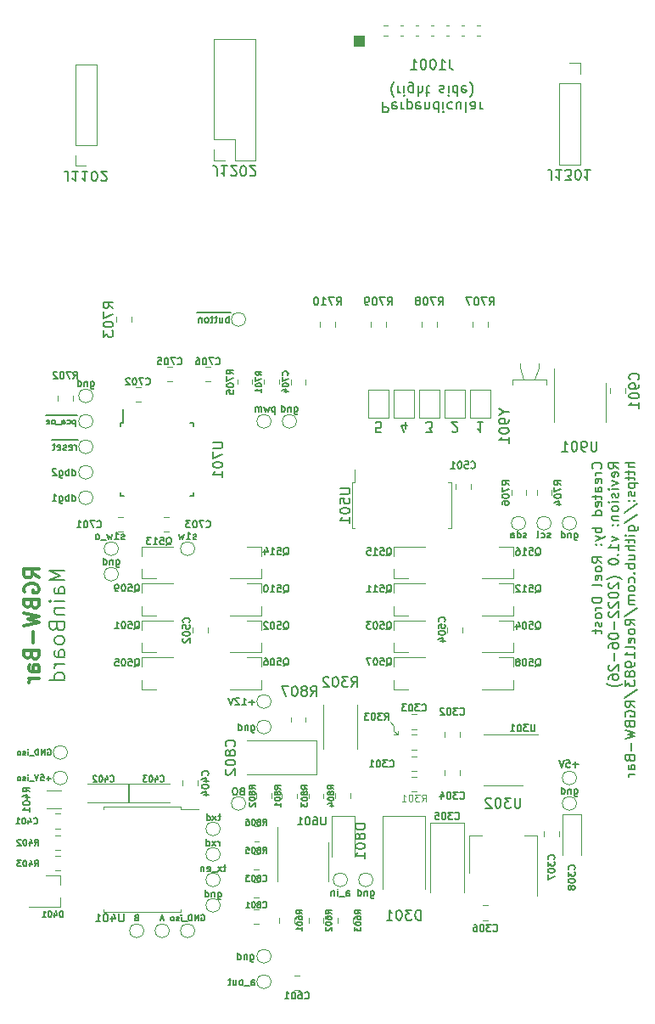
<source format=gbo>
G04 #@! TF.GenerationSoftware,KiCad,Pcbnew,5.1.12-84ad8e8a86~92~ubuntu16.04.1*
G04 #@! TF.CreationDate,2022-06-26T12:08:55+02:00*
G04 #@! TF.ProjectId,LedBar,4c656442-6172-42e6-9b69-6361645f7063,rev?*
G04 #@! TF.SameCoordinates,Original*
G04 #@! TF.FileFunction,Legend,Bot*
G04 #@! TF.FilePolarity,Positive*
%FSLAX46Y46*%
G04 Gerber Fmt 4.6, Leading zero omitted, Abs format (unit mm)*
G04 Created by KiCad (PCBNEW 5.1.12-84ad8e8a86~92~ubuntu16.04.1) date 2022-06-26 12:08:55*
%MOMM*%
%LPD*%
G01*
G04 APERTURE LIST*
%ADD10C,0.200000*%
%ADD11C,0.150000*%
%ADD12C,0.120000*%
%ADD13C,0.300000*%
%ADD14C,0.100000*%
%ADD15C,0.125000*%
%ADD16R,1.350000X1.350000*%
%ADD17O,1.350000X1.350000*%
%ADD18R,3.000000X8.000000*%
%ADD19C,1.000000*%
%ADD20R,1.900000X0.800000*%
%ADD21C,1.800000*%
%ADD22R,1.800000X1.800000*%
%ADD23R,1.600000X0.550000*%
%ADD24R,0.550000X1.600000*%
%ADD25O,1.600000X1.600000*%
%ADD26R,1.600000X1.600000*%
%ADD27C,4.300000*%
%ADD28C,2.000000*%
%ADD29R,2.300000X3.500000*%
%ADD30R,2.000000X2.000000*%
%ADD31O,1.700000X1.700000*%
%ADD32R,1.700000X1.700000*%
%ADD33C,1.500000*%
%ADD34R,1.500000X2.000000*%
%ADD35R,3.800000X2.000000*%
%ADD36C,3.000000*%
%ADD37C,3.200000*%
%ADD38C,2.800000*%
%ADD39R,2.032000X1.070000*%
%ADD40R,1.000000X1.000000*%
%ADD41O,1.000000X1.000000*%
%ADD42R,1.070000X4.413000*%
%ADD43O,4.050000X1.400000*%
%ADD44R,4.050000X1.400000*%
%ADD45R,4.050000X1.500000*%
%ADD46O,4.050000X1.500000*%
%ADD47C,0.800000*%
G04 APERTURE END LIST*
D10*
X124884571Y-101215714D02*
X123384571Y-101215714D01*
X124456000Y-101715714D01*
X123384571Y-102215714D01*
X124884571Y-102215714D01*
X124884571Y-103572857D02*
X124098857Y-103572857D01*
X123956000Y-103501428D01*
X123884571Y-103358571D01*
X123884571Y-103072857D01*
X123956000Y-102930000D01*
X124813142Y-103572857D02*
X124884571Y-103430000D01*
X124884571Y-103072857D01*
X124813142Y-102930000D01*
X124670285Y-102858571D01*
X124527428Y-102858571D01*
X124384571Y-102930000D01*
X124313142Y-103072857D01*
X124313142Y-103430000D01*
X124241714Y-103572857D01*
X124884571Y-104287142D02*
X123884571Y-104287142D01*
X123384571Y-104287142D02*
X123456000Y-104215714D01*
X123527428Y-104287142D01*
X123456000Y-104358571D01*
X123384571Y-104287142D01*
X123527428Y-104287142D01*
X123884571Y-105001428D02*
X124884571Y-105001428D01*
X124027428Y-105001428D02*
X123956000Y-105072857D01*
X123884571Y-105215714D01*
X123884571Y-105430000D01*
X123956000Y-105572857D01*
X124098857Y-105644285D01*
X124884571Y-105644285D01*
X124098857Y-106858571D02*
X124170285Y-107072857D01*
X124241714Y-107144285D01*
X124384571Y-107215714D01*
X124598857Y-107215714D01*
X124741714Y-107144285D01*
X124813142Y-107072857D01*
X124884571Y-106930000D01*
X124884571Y-106358571D01*
X123384571Y-106358571D01*
X123384571Y-106858571D01*
X123456000Y-107001428D01*
X123527428Y-107072857D01*
X123670285Y-107144285D01*
X123813142Y-107144285D01*
X123956000Y-107072857D01*
X124027428Y-107001428D01*
X124098857Y-106858571D01*
X124098857Y-106358571D01*
X124884571Y-108072857D02*
X124813142Y-107930000D01*
X124741714Y-107858571D01*
X124598857Y-107787142D01*
X124170285Y-107787142D01*
X124027428Y-107858571D01*
X123956000Y-107930000D01*
X123884571Y-108072857D01*
X123884571Y-108287142D01*
X123956000Y-108430000D01*
X124027428Y-108501428D01*
X124170285Y-108572857D01*
X124598857Y-108572857D01*
X124741714Y-108501428D01*
X124813142Y-108430000D01*
X124884571Y-108287142D01*
X124884571Y-108072857D01*
X124884571Y-109858571D02*
X124098857Y-109858571D01*
X123956000Y-109787142D01*
X123884571Y-109644285D01*
X123884571Y-109358571D01*
X123956000Y-109215714D01*
X124813142Y-109858571D02*
X124884571Y-109715714D01*
X124884571Y-109358571D01*
X124813142Y-109215714D01*
X124670285Y-109144285D01*
X124527428Y-109144285D01*
X124384571Y-109215714D01*
X124313142Y-109358571D01*
X124313142Y-109715714D01*
X124241714Y-109858571D01*
X124884571Y-110572857D02*
X123884571Y-110572857D01*
X124170285Y-110572857D02*
X124027428Y-110644285D01*
X123956000Y-110715714D01*
X123884571Y-110858571D01*
X123884571Y-111001428D01*
X124884571Y-112144285D02*
X123384571Y-112144285D01*
X124813142Y-112144285D02*
X124884571Y-112001428D01*
X124884571Y-111715714D01*
X124813142Y-111572857D01*
X124741714Y-111501428D01*
X124598857Y-111430000D01*
X124170285Y-111430000D01*
X124027428Y-111501428D01*
X123956000Y-111572857D01*
X123884571Y-111715714D01*
X123884571Y-112001428D01*
X123956000Y-112144285D01*
D11*
X156448095Y-87415619D02*
X155971904Y-87415619D01*
X155924285Y-86939428D01*
X155971904Y-86987047D01*
X156067142Y-87034666D01*
X156305238Y-87034666D01*
X156400476Y-86987047D01*
X156448095Y-86939428D01*
X156495714Y-86844190D01*
X156495714Y-86606095D01*
X156448095Y-86510857D01*
X156400476Y-86463238D01*
X156305238Y-86415619D01*
X156067142Y-86415619D01*
X155971904Y-86463238D01*
X155924285Y-86510857D01*
X158940476Y-87082285D02*
X158940476Y-86415619D01*
X158702380Y-87463238D02*
X158464285Y-86748952D01*
X159083333Y-86748952D01*
X160956666Y-87415619D02*
X161575714Y-87415619D01*
X161242380Y-87034666D01*
X161385238Y-87034666D01*
X161480476Y-86987047D01*
X161528095Y-86939428D01*
X161575714Y-86844190D01*
X161575714Y-86606095D01*
X161528095Y-86510857D01*
X161480476Y-86463238D01*
X161385238Y-86415619D01*
X161099523Y-86415619D01*
X161004285Y-86463238D01*
X160956666Y-86510857D01*
X163544285Y-87320380D02*
X163591904Y-87368000D01*
X163687142Y-87415619D01*
X163925238Y-87415619D01*
X164020476Y-87368000D01*
X164068095Y-87320380D01*
X164115714Y-87225142D01*
X164115714Y-87129904D01*
X164068095Y-86987047D01*
X163496666Y-86415619D01*
X164115714Y-86415619D01*
X166655714Y-86415619D02*
X166084285Y-86415619D01*
X166370000Y-86415619D02*
X166370000Y-87415619D01*
X166274761Y-87272761D01*
X166179523Y-87177523D01*
X166084285Y-87129904D01*
X156615428Y-54538619D02*
X156615428Y-55538619D01*
X156996380Y-55538619D01*
X157091619Y-55491000D01*
X157139238Y-55443380D01*
X157186857Y-55348142D01*
X157186857Y-55205285D01*
X157139238Y-55110047D01*
X157091619Y-55062428D01*
X156996380Y-55014809D01*
X156615428Y-55014809D01*
X157996380Y-54586238D02*
X157901142Y-54538619D01*
X157710666Y-54538619D01*
X157615428Y-54586238D01*
X157567809Y-54681476D01*
X157567809Y-55062428D01*
X157615428Y-55157666D01*
X157710666Y-55205285D01*
X157901142Y-55205285D01*
X157996380Y-55157666D01*
X158044000Y-55062428D01*
X158044000Y-54967190D01*
X157567809Y-54871952D01*
X158472571Y-54538619D02*
X158472571Y-55205285D01*
X158472571Y-55014809D02*
X158520190Y-55110047D01*
X158567809Y-55157666D01*
X158663047Y-55205285D01*
X158758285Y-55205285D01*
X159091619Y-55205285D02*
X159091619Y-54205285D01*
X159091619Y-55157666D02*
X159186857Y-55205285D01*
X159377333Y-55205285D01*
X159472571Y-55157666D01*
X159520190Y-55110047D01*
X159567809Y-55014809D01*
X159567809Y-54729095D01*
X159520190Y-54633857D01*
X159472571Y-54586238D01*
X159377333Y-54538619D01*
X159186857Y-54538619D01*
X159091619Y-54586238D01*
X160377333Y-54586238D02*
X160282095Y-54538619D01*
X160091619Y-54538619D01*
X159996380Y-54586238D01*
X159948761Y-54681476D01*
X159948761Y-55062428D01*
X159996380Y-55157666D01*
X160091619Y-55205285D01*
X160282095Y-55205285D01*
X160377333Y-55157666D01*
X160424952Y-55062428D01*
X160424952Y-54967190D01*
X159948761Y-54871952D01*
X160853523Y-55205285D02*
X160853523Y-54538619D01*
X160853523Y-55110047D02*
X160901142Y-55157666D01*
X160996380Y-55205285D01*
X161139238Y-55205285D01*
X161234476Y-55157666D01*
X161282095Y-55062428D01*
X161282095Y-54538619D01*
X162186857Y-54538619D02*
X162186857Y-55538619D01*
X162186857Y-54586238D02*
X162091619Y-54538619D01*
X161901142Y-54538619D01*
X161805904Y-54586238D01*
X161758285Y-54633857D01*
X161710666Y-54729095D01*
X161710666Y-55014809D01*
X161758285Y-55110047D01*
X161805904Y-55157666D01*
X161901142Y-55205285D01*
X162091619Y-55205285D01*
X162186857Y-55157666D01*
X162663047Y-54538619D02*
X162663047Y-55205285D01*
X162663047Y-55538619D02*
X162615428Y-55491000D01*
X162663047Y-55443380D01*
X162710666Y-55491000D01*
X162663047Y-55538619D01*
X162663047Y-55443380D01*
X163567809Y-54586238D02*
X163472571Y-54538619D01*
X163282095Y-54538619D01*
X163186857Y-54586238D01*
X163139238Y-54633857D01*
X163091619Y-54729095D01*
X163091619Y-55014809D01*
X163139238Y-55110047D01*
X163186857Y-55157666D01*
X163282095Y-55205285D01*
X163472571Y-55205285D01*
X163567809Y-55157666D01*
X164424952Y-55205285D02*
X164424952Y-54538619D01*
X163996380Y-55205285D02*
X163996380Y-54681476D01*
X164044000Y-54586238D01*
X164139238Y-54538619D01*
X164282095Y-54538619D01*
X164377333Y-54586238D01*
X164424952Y-54633857D01*
X165044000Y-54538619D02*
X164948761Y-54586238D01*
X164901142Y-54681476D01*
X164901142Y-55538619D01*
X165853523Y-54538619D02*
X165853523Y-55062428D01*
X165805904Y-55157666D01*
X165710666Y-55205285D01*
X165520190Y-55205285D01*
X165424952Y-55157666D01*
X165853523Y-54586238D02*
X165758285Y-54538619D01*
X165520190Y-54538619D01*
X165424952Y-54586238D01*
X165377333Y-54681476D01*
X165377333Y-54776714D01*
X165424952Y-54871952D01*
X165520190Y-54919571D01*
X165758285Y-54919571D01*
X165853523Y-54967190D01*
X166329714Y-54538619D02*
X166329714Y-55205285D01*
X166329714Y-55014809D02*
X166377333Y-55110047D01*
X166424952Y-55157666D01*
X166520190Y-55205285D01*
X166615428Y-55205285D01*
X157758285Y-52506666D02*
X157710666Y-52554285D01*
X157615428Y-52697142D01*
X157567809Y-52792380D01*
X157520190Y-52935238D01*
X157472571Y-53173333D01*
X157472571Y-53363809D01*
X157520190Y-53601904D01*
X157567809Y-53744761D01*
X157615428Y-53840000D01*
X157710666Y-53982857D01*
X157758285Y-54030476D01*
X158139238Y-52887619D02*
X158139238Y-53554285D01*
X158139238Y-53363809D02*
X158186857Y-53459047D01*
X158234476Y-53506666D01*
X158329714Y-53554285D01*
X158424952Y-53554285D01*
X158758285Y-52887619D02*
X158758285Y-53554285D01*
X158758285Y-53887619D02*
X158710666Y-53840000D01*
X158758285Y-53792380D01*
X158805904Y-53840000D01*
X158758285Y-53887619D01*
X158758285Y-53792380D01*
X159663047Y-53554285D02*
X159663047Y-52744761D01*
X159615428Y-52649523D01*
X159567809Y-52601904D01*
X159472571Y-52554285D01*
X159329714Y-52554285D01*
X159234476Y-52601904D01*
X159663047Y-52935238D02*
X159567809Y-52887619D01*
X159377333Y-52887619D01*
X159282095Y-52935238D01*
X159234476Y-52982857D01*
X159186857Y-53078095D01*
X159186857Y-53363809D01*
X159234476Y-53459047D01*
X159282095Y-53506666D01*
X159377333Y-53554285D01*
X159567809Y-53554285D01*
X159663047Y-53506666D01*
X160139238Y-52887619D02*
X160139238Y-53887619D01*
X160567809Y-52887619D02*
X160567809Y-53411428D01*
X160520190Y-53506666D01*
X160424952Y-53554285D01*
X160282095Y-53554285D01*
X160186857Y-53506666D01*
X160139238Y-53459047D01*
X160901142Y-53554285D02*
X161282095Y-53554285D01*
X161044000Y-53887619D02*
X161044000Y-53030476D01*
X161091619Y-52935238D01*
X161186857Y-52887619D01*
X161282095Y-52887619D01*
X162329714Y-52935238D02*
X162424952Y-52887619D01*
X162615428Y-52887619D01*
X162710666Y-52935238D01*
X162758285Y-53030476D01*
X162758285Y-53078095D01*
X162710666Y-53173333D01*
X162615428Y-53220952D01*
X162472571Y-53220952D01*
X162377333Y-53268571D01*
X162329714Y-53363809D01*
X162329714Y-53411428D01*
X162377333Y-53506666D01*
X162472571Y-53554285D01*
X162615428Y-53554285D01*
X162710666Y-53506666D01*
X163186857Y-52887619D02*
X163186857Y-53554285D01*
X163186857Y-53887619D02*
X163139238Y-53840000D01*
X163186857Y-53792380D01*
X163234476Y-53840000D01*
X163186857Y-53887619D01*
X163186857Y-53792380D01*
X164091619Y-52887619D02*
X164091619Y-53887619D01*
X164091619Y-52935238D02*
X163996380Y-52887619D01*
X163805904Y-52887619D01*
X163710666Y-52935238D01*
X163663047Y-52982857D01*
X163615428Y-53078095D01*
X163615428Y-53363809D01*
X163663047Y-53459047D01*
X163710666Y-53506666D01*
X163805904Y-53554285D01*
X163996380Y-53554285D01*
X164091619Y-53506666D01*
X164948761Y-52935238D02*
X164853523Y-52887619D01*
X164663047Y-52887619D01*
X164567809Y-52935238D01*
X164520190Y-53030476D01*
X164520190Y-53411428D01*
X164567809Y-53506666D01*
X164663047Y-53554285D01*
X164853523Y-53554285D01*
X164948761Y-53506666D01*
X164996380Y-53411428D01*
X164996380Y-53316190D01*
X164520190Y-53220952D01*
X165329714Y-52506666D02*
X165377333Y-52554285D01*
X165472571Y-52697142D01*
X165520190Y-52792380D01*
X165567809Y-52935238D01*
X165615428Y-53173333D01*
X165615428Y-53363809D01*
X165567809Y-53601904D01*
X165520190Y-53744761D01*
X165472571Y-53840000D01*
X165377333Y-53982857D01*
X165329714Y-54030476D01*
D12*
X158115000Y-117602000D02*
X157734000Y-117602000D01*
X158115000Y-117602000D02*
X158115000Y-117221000D01*
X157734000Y-117221000D02*
X158115000Y-117602000D01*
X157734000Y-116713000D02*
X157734000Y-117221000D01*
X157353000Y-116332000D02*
X157734000Y-116713000D01*
D11*
X178412142Y-91077023D02*
X178459761Y-91029404D01*
X178507380Y-90886547D01*
X178507380Y-90791309D01*
X178459761Y-90648452D01*
X178364523Y-90553214D01*
X178269285Y-90505595D01*
X178078809Y-90457976D01*
X177935952Y-90457976D01*
X177745476Y-90505595D01*
X177650238Y-90553214D01*
X177555000Y-90648452D01*
X177507380Y-90791309D01*
X177507380Y-90886547D01*
X177555000Y-91029404D01*
X177602619Y-91077023D01*
X178507380Y-91505595D02*
X177840714Y-91505595D01*
X178031190Y-91505595D02*
X177935952Y-91553214D01*
X177888333Y-91600833D01*
X177840714Y-91696071D01*
X177840714Y-91791309D01*
X178459761Y-92505595D02*
X178507380Y-92410357D01*
X178507380Y-92219880D01*
X178459761Y-92124642D01*
X178364523Y-92077023D01*
X177983571Y-92077023D01*
X177888333Y-92124642D01*
X177840714Y-92219880D01*
X177840714Y-92410357D01*
X177888333Y-92505595D01*
X177983571Y-92553214D01*
X178078809Y-92553214D01*
X178174047Y-92077023D01*
X178507380Y-93410357D02*
X177983571Y-93410357D01*
X177888333Y-93362738D01*
X177840714Y-93267500D01*
X177840714Y-93077023D01*
X177888333Y-92981785D01*
X178459761Y-93410357D02*
X178507380Y-93315119D01*
X178507380Y-93077023D01*
X178459761Y-92981785D01*
X178364523Y-92934166D01*
X178269285Y-92934166D01*
X178174047Y-92981785D01*
X178126428Y-93077023D01*
X178126428Y-93315119D01*
X178078809Y-93410357D01*
X177840714Y-93743690D02*
X177840714Y-94124642D01*
X177507380Y-93886547D02*
X178364523Y-93886547D01*
X178459761Y-93934166D01*
X178507380Y-94029404D01*
X178507380Y-94124642D01*
X178459761Y-94838928D02*
X178507380Y-94743690D01*
X178507380Y-94553214D01*
X178459761Y-94457976D01*
X178364523Y-94410357D01*
X177983571Y-94410357D01*
X177888333Y-94457976D01*
X177840714Y-94553214D01*
X177840714Y-94743690D01*
X177888333Y-94838928D01*
X177983571Y-94886547D01*
X178078809Y-94886547D01*
X178174047Y-94410357D01*
X178507380Y-95743690D02*
X177507380Y-95743690D01*
X178459761Y-95743690D02*
X178507380Y-95648452D01*
X178507380Y-95457976D01*
X178459761Y-95362738D01*
X178412142Y-95315119D01*
X178316904Y-95267500D01*
X178031190Y-95267500D01*
X177935952Y-95315119D01*
X177888333Y-95362738D01*
X177840714Y-95457976D01*
X177840714Y-95648452D01*
X177888333Y-95743690D01*
X178507380Y-96981785D02*
X177507380Y-96981785D01*
X177888333Y-96981785D02*
X177840714Y-97077023D01*
X177840714Y-97267500D01*
X177888333Y-97362738D01*
X177935952Y-97410357D01*
X178031190Y-97457976D01*
X178316904Y-97457976D01*
X178412142Y-97410357D01*
X178459761Y-97362738D01*
X178507380Y-97267500D01*
X178507380Y-97077023D01*
X178459761Y-96981785D01*
X177840714Y-97791309D02*
X178507380Y-98029404D01*
X177840714Y-98267500D02*
X178507380Y-98029404D01*
X178745476Y-97934166D01*
X178793095Y-97886547D01*
X178840714Y-97791309D01*
X178412142Y-98648452D02*
X178459761Y-98696071D01*
X178507380Y-98648452D01*
X178459761Y-98600833D01*
X178412142Y-98648452D01*
X178507380Y-98648452D01*
X177888333Y-98648452D02*
X177935952Y-98696071D01*
X177983571Y-98648452D01*
X177935952Y-98600833D01*
X177888333Y-98648452D01*
X177983571Y-98648452D01*
X178507380Y-100457976D02*
X178031190Y-100124642D01*
X178507380Y-99886547D02*
X177507380Y-99886547D01*
X177507380Y-100267500D01*
X177555000Y-100362738D01*
X177602619Y-100410357D01*
X177697857Y-100457976D01*
X177840714Y-100457976D01*
X177935952Y-100410357D01*
X177983571Y-100362738D01*
X178031190Y-100267500D01*
X178031190Y-99886547D01*
X178507380Y-101029404D02*
X178459761Y-100934166D01*
X178412142Y-100886547D01*
X178316904Y-100838928D01*
X178031190Y-100838928D01*
X177935952Y-100886547D01*
X177888333Y-100934166D01*
X177840714Y-101029404D01*
X177840714Y-101172261D01*
X177888333Y-101267500D01*
X177935952Y-101315119D01*
X178031190Y-101362738D01*
X178316904Y-101362738D01*
X178412142Y-101315119D01*
X178459761Y-101267500D01*
X178507380Y-101172261D01*
X178507380Y-101029404D01*
X178459761Y-102172261D02*
X178507380Y-102077023D01*
X178507380Y-101886547D01*
X178459761Y-101791309D01*
X178364523Y-101743690D01*
X177983571Y-101743690D01*
X177888333Y-101791309D01*
X177840714Y-101886547D01*
X177840714Y-102077023D01*
X177888333Y-102172261D01*
X177983571Y-102219880D01*
X178078809Y-102219880D01*
X178174047Y-101743690D01*
X178507380Y-102791309D02*
X178459761Y-102696071D01*
X178364523Y-102648452D01*
X177507380Y-102648452D01*
X178507380Y-103934166D02*
X177507380Y-103934166D01*
X177507380Y-104172261D01*
X177555000Y-104315119D01*
X177650238Y-104410357D01*
X177745476Y-104457976D01*
X177935952Y-104505595D01*
X178078809Y-104505595D01*
X178269285Y-104457976D01*
X178364523Y-104410357D01*
X178459761Y-104315119D01*
X178507380Y-104172261D01*
X178507380Y-103934166D01*
X178507380Y-104934166D02*
X177840714Y-104934166D01*
X178031190Y-104934166D02*
X177935952Y-104981785D01*
X177888333Y-105029404D01*
X177840714Y-105124642D01*
X177840714Y-105219880D01*
X178507380Y-105696071D02*
X178459761Y-105600833D01*
X178412142Y-105553214D01*
X178316904Y-105505595D01*
X178031190Y-105505595D01*
X177935952Y-105553214D01*
X177888333Y-105600833D01*
X177840714Y-105696071D01*
X177840714Y-105838928D01*
X177888333Y-105934166D01*
X177935952Y-105981785D01*
X178031190Y-106029404D01*
X178316904Y-106029404D01*
X178412142Y-105981785D01*
X178459761Y-105934166D01*
X178507380Y-105838928D01*
X178507380Y-105696071D01*
X178459761Y-106410357D02*
X178507380Y-106505595D01*
X178507380Y-106696071D01*
X178459761Y-106791309D01*
X178364523Y-106838928D01*
X178316904Y-106838928D01*
X178221666Y-106791309D01*
X178174047Y-106696071D01*
X178174047Y-106553214D01*
X178126428Y-106457976D01*
X178031190Y-106410357D01*
X177983571Y-106410357D01*
X177888333Y-106457976D01*
X177840714Y-106553214D01*
X177840714Y-106696071D01*
X177888333Y-106791309D01*
X177840714Y-107124642D02*
X177840714Y-107505595D01*
X177507380Y-107267500D02*
X178364523Y-107267500D01*
X178459761Y-107315119D01*
X178507380Y-107410357D01*
X178507380Y-107505595D01*
X180157380Y-91077023D02*
X179681190Y-90743690D01*
X180157380Y-90505595D02*
X179157380Y-90505595D01*
X179157380Y-90886547D01*
X179205000Y-90981785D01*
X179252619Y-91029404D01*
X179347857Y-91077023D01*
X179490714Y-91077023D01*
X179585952Y-91029404D01*
X179633571Y-90981785D01*
X179681190Y-90886547D01*
X179681190Y-90505595D01*
X180109761Y-91886547D02*
X180157380Y-91791309D01*
X180157380Y-91600833D01*
X180109761Y-91505595D01*
X180014523Y-91457976D01*
X179633571Y-91457976D01*
X179538333Y-91505595D01*
X179490714Y-91600833D01*
X179490714Y-91791309D01*
X179538333Y-91886547D01*
X179633571Y-91934166D01*
X179728809Y-91934166D01*
X179824047Y-91457976D01*
X179490714Y-92267500D02*
X180157380Y-92505595D01*
X179490714Y-92743690D01*
X180157380Y-93124642D02*
X179490714Y-93124642D01*
X179157380Y-93124642D02*
X179205000Y-93077023D01*
X179252619Y-93124642D01*
X179205000Y-93172261D01*
X179157380Y-93124642D01*
X179252619Y-93124642D01*
X180109761Y-93553214D02*
X180157380Y-93648452D01*
X180157380Y-93838928D01*
X180109761Y-93934166D01*
X180014523Y-93981785D01*
X179966904Y-93981785D01*
X179871666Y-93934166D01*
X179824047Y-93838928D01*
X179824047Y-93696071D01*
X179776428Y-93600833D01*
X179681190Y-93553214D01*
X179633571Y-93553214D01*
X179538333Y-93600833D01*
X179490714Y-93696071D01*
X179490714Y-93838928D01*
X179538333Y-93934166D01*
X180157380Y-94410357D02*
X179490714Y-94410357D01*
X179157380Y-94410357D02*
X179205000Y-94362738D01*
X179252619Y-94410357D01*
X179205000Y-94457976D01*
X179157380Y-94410357D01*
X179252619Y-94410357D01*
X180157380Y-95029404D02*
X180109761Y-94934166D01*
X180062142Y-94886547D01*
X179966904Y-94838928D01*
X179681190Y-94838928D01*
X179585952Y-94886547D01*
X179538333Y-94934166D01*
X179490714Y-95029404D01*
X179490714Y-95172261D01*
X179538333Y-95267500D01*
X179585952Y-95315119D01*
X179681190Y-95362738D01*
X179966904Y-95362738D01*
X180062142Y-95315119D01*
X180109761Y-95267500D01*
X180157380Y-95172261D01*
X180157380Y-95029404D01*
X179490714Y-95791309D02*
X180157380Y-95791309D01*
X179585952Y-95791309D02*
X179538333Y-95838928D01*
X179490714Y-95934166D01*
X179490714Y-96077023D01*
X179538333Y-96172261D01*
X179633571Y-96219880D01*
X180157380Y-96219880D01*
X180062142Y-96696071D02*
X180109761Y-96743690D01*
X180157380Y-96696071D01*
X180109761Y-96648452D01*
X180062142Y-96696071D01*
X180157380Y-96696071D01*
X179538333Y-96696071D02*
X179585952Y-96743690D01*
X179633571Y-96696071D01*
X179585952Y-96648452D01*
X179538333Y-96696071D01*
X179633571Y-96696071D01*
X179490714Y-97838928D02*
X180157380Y-98077023D01*
X179490714Y-98315119D01*
X180157380Y-99219880D02*
X180157380Y-98648452D01*
X180157380Y-98934166D02*
X179157380Y-98934166D01*
X179300238Y-98838928D01*
X179395476Y-98743690D01*
X179443095Y-98648452D01*
X180062142Y-99648452D02*
X180109761Y-99696071D01*
X180157380Y-99648452D01*
X180109761Y-99600833D01*
X180062142Y-99648452D01*
X180157380Y-99648452D01*
X179157380Y-100315119D02*
X179157380Y-100410357D01*
X179205000Y-100505595D01*
X179252619Y-100553214D01*
X179347857Y-100600833D01*
X179538333Y-100648452D01*
X179776428Y-100648452D01*
X179966904Y-100600833D01*
X180062142Y-100553214D01*
X180109761Y-100505595D01*
X180157380Y-100410357D01*
X180157380Y-100315119D01*
X180109761Y-100219880D01*
X180062142Y-100172261D01*
X179966904Y-100124642D01*
X179776428Y-100077023D01*
X179538333Y-100077023D01*
X179347857Y-100124642D01*
X179252619Y-100172261D01*
X179205000Y-100219880D01*
X179157380Y-100315119D01*
X180538333Y-102124642D02*
X180490714Y-102077023D01*
X180347857Y-101981785D01*
X180252619Y-101934166D01*
X180109761Y-101886547D01*
X179871666Y-101838928D01*
X179681190Y-101838928D01*
X179443095Y-101886547D01*
X179300238Y-101934166D01*
X179205000Y-101981785D01*
X179062142Y-102077023D01*
X179014523Y-102124642D01*
X179252619Y-102457976D02*
X179205000Y-102505595D01*
X179157380Y-102600833D01*
X179157380Y-102838928D01*
X179205000Y-102934166D01*
X179252619Y-102981785D01*
X179347857Y-103029404D01*
X179443095Y-103029404D01*
X179585952Y-102981785D01*
X180157380Y-102410357D01*
X180157380Y-103029404D01*
X179157380Y-103648452D02*
X179157380Y-103743690D01*
X179205000Y-103838928D01*
X179252619Y-103886547D01*
X179347857Y-103934166D01*
X179538333Y-103981785D01*
X179776428Y-103981785D01*
X179966904Y-103934166D01*
X180062142Y-103886547D01*
X180109761Y-103838928D01*
X180157380Y-103743690D01*
X180157380Y-103648452D01*
X180109761Y-103553214D01*
X180062142Y-103505595D01*
X179966904Y-103457976D01*
X179776428Y-103410357D01*
X179538333Y-103410357D01*
X179347857Y-103457976D01*
X179252619Y-103505595D01*
X179205000Y-103553214D01*
X179157380Y-103648452D01*
X179252619Y-104362738D02*
X179205000Y-104410357D01*
X179157380Y-104505595D01*
X179157380Y-104743690D01*
X179205000Y-104838928D01*
X179252619Y-104886547D01*
X179347857Y-104934166D01*
X179443095Y-104934166D01*
X179585952Y-104886547D01*
X180157380Y-104315119D01*
X180157380Y-104934166D01*
X179252619Y-105315119D02*
X179205000Y-105362738D01*
X179157380Y-105457976D01*
X179157380Y-105696071D01*
X179205000Y-105791309D01*
X179252619Y-105838928D01*
X179347857Y-105886547D01*
X179443095Y-105886547D01*
X179585952Y-105838928D01*
X180157380Y-105267500D01*
X180157380Y-105886547D01*
X179776428Y-106315119D02*
X179776428Y-107077023D01*
X179157380Y-107743690D02*
X179157380Y-107838928D01*
X179205000Y-107934166D01*
X179252619Y-107981785D01*
X179347857Y-108029404D01*
X179538333Y-108077023D01*
X179776428Y-108077023D01*
X179966904Y-108029404D01*
X180062142Y-107981785D01*
X180109761Y-107934166D01*
X180157380Y-107838928D01*
X180157380Y-107743690D01*
X180109761Y-107648452D01*
X180062142Y-107600833D01*
X179966904Y-107553214D01*
X179776428Y-107505595D01*
X179538333Y-107505595D01*
X179347857Y-107553214D01*
X179252619Y-107600833D01*
X179205000Y-107648452D01*
X179157380Y-107743690D01*
X179157380Y-108934166D02*
X179157380Y-108743690D01*
X179205000Y-108648452D01*
X179252619Y-108600833D01*
X179395476Y-108505595D01*
X179585952Y-108457976D01*
X179966904Y-108457976D01*
X180062142Y-108505595D01*
X180109761Y-108553214D01*
X180157380Y-108648452D01*
X180157380Y-108838928D01*
X180109761Y-108934166D01*
X180062142Y-108981785D01*
X179966904Y-109029404D01*
X179728809Y-109029404D01*
X179633571Y-108981785D01*
X179585952Y-108934166D01*
X179538333Y-108838928D01*
X179538333Y-108648452D01*
X179585952Y-108553214D01*
X179633571Y-108505595D01*
X179728809Y-108457976D01*
X179776428Y-109457976D02*
X179776428Y-110219880D01*
X179252619Y-110648452D02*
X179205000Y-110696071D01*
X179157380Y-110791309D01*
X179157380Y-111029404D01*
X179205000Y-111124642D01*
X179252619Y-111172261D01*
X179347857Y-111219880D01*
X179443095Y-111219880D01*
X179585952Y-111172261D01*
X180157380Y-110600833D01*
X180157380Y-111219880D01*
X179157380Y-112077023D02*
X179157380Y-111886547D01*
X179205000Y-111791309D01*
X179252619Y-111743690D01*
X179395476Y-111648452D01*
X179585952Y-111600833D01*
X179966904Y-111600833D01*
X180062142Y-111648452D01*
X180109761Y-111696071D01*
X180157380Y-111791309D01*
X180157380Y-111981785D01*
X180109761Y-112077023D01*
X180062142Y-112124642D01*
X179966904Y-112172261D01*
X179728809Y-112172261D01*
X179633571Y-112124642D01*
X179585952Y-112077023D01*
X179538333Y-111981785D01*
X179538333Y-111791309D01*
X179585952Y-111696071D01*
X179633571Y-111648452D01*
X179728809Y-111600833D01*
X180538333Y-112505595D02*
X180490714Y-112553214D01*
X180347857Y-112648452D01*
X180252619Y-112696071D01*
X180109761Y-112743690D01*
X179871666Y-112791309D01*
X179681190Y-112791309D01*
X179443095Y-112743690D01*
X179300238Y-112696071D01*
X179205000Y-112648452D01*
X179062142Y-112553214D01*
X179014523Y-112505595D01*
X181807380Y-90505595D02*
X180807380Y-90505595D01*
X181807380Y-90934166D02*
X181283571Y-90934166D01*
X181188333Y-90886547D01*
X181140714Y-90791309D01*
X181140714Y-90648452D01*
X181188333Y-90553214D01*
X181235952Y-90505595D01*
X181140714Y-91267500D02*
X181140714Y-91648452D01*
X180807380Y-91410357D02*
X181664523Y-91410357D01*
X181759761Y-91457976D01*
X181807380Y-91553214D01*
X181807380Y-91648452D01*
X181140714Y-91838928D02*
X181140714Y-92219880D01*
X180807380Y-91981785D02*
X181664523Y-91981785D01*
X181759761Y-92029404D01*
X181807380Y-92124642D01*
X181807380Y-92219880D01*
X181140714Y-92553214D02*
X182140714Y-92553214D01*
X181188333Y-92553214D02*
X181140714Y-92648452D01*
X181140714Y-92838928D01*
X181188333Y-92934166D01*
X181235952Y-92981785D01*
X181331190Y-93029404D01*
X181616904Y-93029404D01*
X181712142Y-92981785D01*
X181759761Y-92934166D01*
X181807380Y-92838928D01*
X181807380Y-92648452D01*
X181759761Y-92553214D01*
X181759761Y-93410357D02*
X181807380Y-93505595D01*
X181807380Y-93696071D01*
X181759761Y-93791309D01*
X181664523Y-93838928D01*
X181616904Y-93838928D01*
X181521666Y-93791309D01*
X181474047Y-93696071D01*
X181474047Y-93553214D01*
X181426428Y-93457976D01*
X181331190Y-93410357D01*
X181283571Y-93410357D01*
X181188333Y-93457976D01*
X181140714Y-93553214D01*
X181140714Y-93696071D01*
X181188333Y-93791309D01*
X181712142Y-94267500D02*
X181759761Y-94315119D01*
X181807380Y-94267500D01*
X181759761Y-94219880D01*
X181712142Y-94267500D01*
X181807380Y-94267500D01*
X181188333Y-94267500D02*
X181235952Y-94315119D01*
X181283571Y-94267500D01*
X181235952Y-94219880D01*
X181188333Y-94267500D01*
X181283571Y-94267500D01*
X180759761Y-95457976D02*
X182045476Y-94600833D01*
X180759761Y-96505595D02*
X182045476Y-95648452D01*
X181140714Y-97267500D02*
X181950238Y-97267500D01*
X182045476Y-97219880D01*
X182093095Y-97172261D01*
X182140714Y-97077023D01*
X182140714Y-96934166D01*
X182093095Y-96838928D01*
X181759761Y-97267500D02*
X181807380Y-97172261D01*
X181807380Y-96981785D01*
X181759761Y-96886547D01*
X181712142Y-96838928D01*
X181616904Y-96791309D01*
X181331190Y-96791309D01*
X181235952Y-96838928D01*
X181188333Y-96886547D01*
X181140714Y-96981785D01*
X181140714Y-97172261D01*
X181188333Y-97267500D01*
X181807380Y-97743690D02*
X181140714Y-97743690D01*
X180807380Y-97743690D02*
X180855000Y-97696071D01*
X180902619Y-97743690D01*
X180855000Y-97791309D01*
X180807380Y-97743690D01*
X180902619Y-97743690D01*
X181140714Y-98077023D02*
X181140714Y-98457976D01*
X180807380Y-98219880D02*
X181664523Y-98219880D01*
X181759761Y-98267500D01*
X181807380Y-98362738D01*
X181807380Y-98457976D01*
X181807380Y-98791309D02*
X180807380Y-98791309D01*
X181807380Y-99219880D02*
X181283571Y-99219880D01*
X181188333Y-99172261D01*
X181140714Y-99077023D01*
X181140714Y-98934166D01*
X181188333Y-98838928D01*
X181235952Y-98791309D01*
X181140714Y-100124642D02*
X181807380Y-100124642D01*
X181140714Y-99696071D02*
X181664523Y-99696071D01*
X181759761Y-99743690D01*
X181807380Y-99838928D01*
X181807380Y-99981785D01*
X181759761Y-100077023D01*
X181712142Y-100124642D01*
X181807380Y-100600833D02*
X180807380Y-100600833D01*
X181188333Y-100600833D02*
X181140714Y-100696071D01*
X181140714Y-100886547D01*
X181188333Y-100981785D01*
X181235952Y-101029404D01*
X181331190Y-101077023D01*
X181616904Y-101077023D01*
X181712142Y-101029404D01*
X181759761Y-100981785D01*
X181807380Y-100886547D01*
X181807380Y-100696071D01*
X181759761Y-100600833D01*
X181712142Y-101505595D02*
X181759761Y-101553214D01*
X181807380Y-101505595D01*
X181759761Y-101457976D01*
X181712142Y-101505595D01*
X181807380Y-101505595D01*
X181759761Y-102410357D02*
X181807380Y-102315119D01*
X181807380Y-102124642D01*
X181759761Y-102029404D01*
X181712142Y-101981785D01*
X181616904Y-101934166D01*
X181331190Y-101934166D01*
X181235952Y-101981785D01*
X181188333Y-102029404D01*
X181140714Y-102124642D01*
X181140714Y-102315119D01*
X181188333Y-102410357D01*
X181807380Y-102981785D02*
X181759761Y-102886547D01*
X181712142Y-102838928D01*
X181616904Y-102791309D01*
X181331190Y-102791309D01*
X181235952Y-102838928D01*
X181188333Y-102886547D01*
X181140714Y-102981785D01*
X181140714Y-103124642D01*
X181188333Y-103219880D01*
X181235952Y-103267500D01*
X181331190Y-103315119D01*
X181616904Y-103315119D01*
X181712142Y-103267500D01*
X181759761Y-103219880D01*
X181807380Y-103124642D01*
X181807380Y-102981785D01*
X181807380Y-103743690D02*
X181140714Y-103743690D01*
X181235952Y-103743690D02*
X181188333Y-103791309D01*
X181140714Y-103886547D01*
X181140714Y-104029404D01*
X181188333Y-104124642D01*
X181283571Y-104172261D01*
X181807380Y-104172261D01*
X181283571Y-104172261D02*
X181188333Y-104219880D01*
X181140714Y-104315119D01*
X181140714Y-104457976D01*
X181188333Y-104553214D01*
X181283571Y-104600833D01*
X181807380Y-104600833D01*
X180759761Y-105791309D02*
X182045476Y-104934166D01*
X181807380Y-106696071D02*
X181331190Y-106362738D01*
X181807380Y-106124642D02*
X180807380Y-106124642D01*
X180807380Y-106505595D01*
X180855000Y-106600833D01*
X180902619Y-106648452D01*
X180997857Y-106696071D01*
X181140714Y-106696071D01*
X181235952Y-106648452D01*
X181283571Y-106600833D01*
X181331190Y-106505595D01*
X181331190Y-106124642D01*
X181807380Y-107267499D02*
X181759761Y-107172261D01*
X181712142Y-107124642D01*
X181616904Y-107077023D01*
X181331190Y-107077023D01*
X181235952Y-107124642D01*
X181188333Y-107172261D01*
X181140714Y-107267499D01*
X181140714Y-107410357D01*
X181188333Y-107505595D01*
X181235952Y-107553214D01*
X181331190Y-107600833D01*
X181616904Y-107600833D01*
X181712142Y-107553214D01*
X181759761Y-107505595D01*
X181807380Y-107410357D01*
X181807380Y-107267499D01*
X181759761Y-108410357D02*
X181807380Y-108315119D01*
X181807380Y-108124642D01*
X181759761Y-108029404D01*
X181664523Y-107981785D01*
X181283571Y-107981785D01*
X181188333Y-108029404D01*
X181140714Y-108124642D01*
X181140714Y-108315119D01*
X181188333Y-108410357D01*
X181283571Y-108457976D01*
X181378809Y-108457976D01*
X181474047Y-107981785D01*
X181807380Y-109029404D02*
X181759761Y-108934166D01*
X181664523Y-108886547D01*
X180807380Y-108886547D01*
X181807380Y-109934166D02*
X181807380Y-109362738D01*
X181807380Y-109648452D02*
X180807380Y-109648452D01*
X180950238Y-109553214D01*
X181045476Y-109457976D01*
X181093095Y-109362738D01*
X181807380Y-110410357D02*
X181807380Y-110600833D01*
X181759761Y-110696071D01*
X181712142Y-110743690D01*
X181569285Y-110838928D01*
X181378809Y-110886547D01*
X180997857Y-110886547D01*
X180902619Y-110838928D01*
X180855000Y-110791309D01*
X180807380Y-110696071D01*
X180807380Y-110505595D01*
X180855000Y-110410357D01*
X180902619Y-110362738D01*
X180997857Y-110315119D01*
X181235952Y-110315119D01*
X181331190Y-110362738D01*
X181378809Y-110410357D01*
X181426428Y-110505595D01*
X181426428Y-110696071D01*
X181378809Y-110791309D01*
X181331190Y-110838928D01*
X181235952Y-110886547D01*
X181235952Y-111457976D02*
X181188333Y-111362738D01*
X181140714Y-111315119D01*
X181045476Y-111267499D01*
X180997857Y-111267499D01*
X180902619Y-111315119D01*
X180855000Y-111362738D01*
X180807380Y-111457976D01*
X180807380Y-111648452D01*
X180855000Y-111743690D01*
X180902619Y-111791309D01*
X180997857Y-111838928D01*
X181045476Y-111838928D01*
X181140714Y-111791309D01*
X181188333Y-111743690D01*
X181235952Y-111648452D01*
X181235952Y-111457976D01*
X181283571Y-111362738D01*
X181331190Y-111315119D01*
X181426428Y-111267499D01*
X181616904Y-111267499D01*
X181712142Y-111315119D01*
X181759761Y-111362738D01*
X181807380Y-111457976D01*
X181807380Y-111648452D01*
X181759761Y-111743690D01*
X181712142Y-111791309D01*
X181616904Y-111838928D01*
X181426428Y-111838928D01*
X181331190Y-111791309D01*
X181283571Y-111743690D01*
X181235952Y-111648452D01*
X180807380Y-112172261D02*
X180807380Y-112791309D01*
X181188333Y-112457976D01*
X181188333Y-112600833D01*
X181235952Y-112696071D01*
X181283571Y-112743690D01*
X181378809Y-112791309D01*
X181616904Y-112791309D01*
X181712142Y-112743690D01*
X181759761Y-112696071D01*
X181807380Y-112600833D01*
X181807380Y-112315119D01*
X181759761Y-112219880D01*
X181712142Y-112172261D01*
X180759761Y-113934166D02*
X182045476Y-113077023D01*
X181807380Y-114838928D02*
X181331190Y-114505595D01*
X181807380Y-114267499D02*
X180807380Y-114267499D01*
X180807380Y-114648452D01*
X180855000Y-114743690D01*
X180902619Y-114791309D01*
X180997857Y-114838928D01*
X181140714Y-114838928D01*
X181235952Y-114791309D01*
X181283571Y-114743690D01*
X181331190Y-114648452D01*
X181331190Y-114267499D01*
X180855000Y-115791309D02*
X180807380Y-115696071D01*
X180807380Y-115553214D01*
X180855000Y-115410357D01*
X180950238Y-115315119D01*
X181045476Y-115267499D01*
X181235952Y-115219880D01*
X181378809Y-115219880D01*
X181569285Y-115267499D01*
X181664523Y-115315119D01*
X181759761Y-115410357D01*
X181807380Y-115553214D01*
X181807380Y-115648452D01*
X181759761Y-115791309D01*
X181712142Y-115838928D01*
X181378809Y-115838928D01*
X181378809Y-115648452D01*
X181283571Y-116600833D02*
X181331190Y-116743690D01*
X181378809Y-116791309D01*
X181474047Y-116838928D01*
X181616904Y-116838928D01*
X181712142Y-116791309D01*
X181759761Y-116743690D01*
X181807380Y-116648452D01*
X181807380Y-116267499D01*
X180807380Y-116267499D01*
X180807380Y-116600833D01*
X180855000Y-116696071D01*
X180902619Y-116743690D01*
X180997857Y-116791309D01*
X181093095Y-116791309D01*
X181188333Y-116743690D01*
X181235952Y-116696071D01*
X181283571Y-116600833D01*
X181283571Y-116267499D01*
X180807380Y-117172261D02*
X181807380Y-117410357D01*
X181093095Y-117600833D01*
X181807380Y-117791309D01*
X180807380Y-118029404D01*
X181426428Y-118410357D02*
X181426428Y-119172261D01*
X181283571Y-119981785D02*
X181331190Y-120124642D01*
X181378809Y-120172261D01*
X181474047Y-120219880D01*
X181616904Y-120219880D01*
X181712142Y-120172261D01*
X181759761Y-120124642D01*
X181807380Y-120029404D01*
X181807380Y-119648452D01*
X180807380Y-119648452D01*
X180807380Y-119981785D01*
X180855000Y-120077023D01*
X180902619Y-120124642D01*
X180997857Y-120172261D01*
X181093095Y-120172261D01*
X181188333Y-120124642D01*
X181235952Y-120077023D01*
X181283571Y-119981785D01*
X181283571Y-119648452D01*
X181807380Y-121077023D02*
X181283571Y-121077023D01*
X181188333Y-121029404D01*
X181140714Y-120934166D01*
X181140714Y-120743690D01*
X181188333Y-120648452D01*
X181759761Y-121077023D02*
X181807380Y-120981785D01*
X181807380Y-120743690D01*
X181759761Y-120648452D01*
X181664523Y-120600833D01*
X181569285Y-120600833D01*
X181474047Y-120648452D01*
X181426428Y-120743690D01*
X181426428Y-120981785D01*
X181378809Y-121077023D01*
X181807380Y-121553214D02*
X181140714Y-121553214D01*
X181331190Y-121553214D02*
X181235952Y-121600833D01*
X181188333Y-121648452D01*
X181140714Y-121743690D01*
X181140714Y-121838928D01*
D13*
X122344571Y-101965714D02*
X121630285Y-101465714D01*
X122344571Y-101108571D02*
X120844571Y-101108571D01*
X120844571Y-101680000D01*
X120916000Y-101822857D01*
X120987428Y-101894285D01*
X121130285Y-101965714D01*
X121344571Y-101965714D01*
X121487428Y-101894285D01*
X121558857Y-101822857D01*
X121630285Y-101680000D01*
X121630285Y-101108571D01*
X120916000Y-103394285D02*
X120844571Y-103251428D01*
X120844571Y-103037142D01*
X120916000Y-102822857D01*
X121058857Y-102680000D01*
X121201714Y-102608571D01*
X121487428Y-102537142D01*
X121701714Y-102537142D01*
X121987428Y-102608571D01*
X122130285Y-102680000D01*
X122273142Y-102822857D01*
X122344571Y-103037142D01*
X122344571Y-103180000D01*
X122273142Y-103394285D01*
X122201714Y-103465714D01*
X121701714Y-103465714D01*
X121701714Y-103180000D01*
X121558857Y-104608571D02*
X121630285Y-104822857D01*
X121701714Y-104894285D01*
X121844571Y-104965714D01*
X122058857Y-104965714D01*
X122201714Y-104894285D01*
X122273142Y-104822857D01*
X122344571Y-104680000D01*
X122344571Y-104108571D01*
X120844571Y-104108571D01*
X120844571Y-104608571D01*
X120916000Y-104751428D01*
X120987428Y-104822857D01*
X121130285Y-104894285D01*
X121273142Y-104894285D01*
X121416000Y-104822857D01*
X121487428Y-104751428D01*
X121558857Y-104608571D01*
X121558857Y-104108571D01*
X120844571Y-105465714D02*
X122344571Y-105822857D01*
X121273142Y-106108571D01*
X122344571Y-106394285D01*
X120844571Y-106751428D01*
X121773142Y-107322857D02*
X121773142Y-108465714D01*
X121558857Y-109680000D02*
X121630285Y-109894285D01*
X121701714Y-109965714D01*
X121844571Y-110037142D01*
X122058857Y-110037142D01*
X122201714Y-109965714D01*
X122273142Y-109894285D01*
X122344571Y-109751428D01*
X122344571Y-109180000D01*
X120844571Y-109180000D01*
X120844571Y-109680000D01*
X120916000Y-109822857D01*
X120987428Y-109894285D01*
X121130285Y-109965714D01*
X121273142Y-109965714D01*
X121416000Y-109894285D01*
X121487428Y-109822857D01*
X121558857Y-109680000D01*
X121558857Y-109180000D01*
X122344571Y-111322857D02*
X121558857Y-111322857D01*
X121416000Y-111251428D01*
X121344571Y-111108571D01*
X121344571Y-110822857D01*
X121416000Y-110680000D01*
X122273142Y-111322857D02*
X122344571Y-111180000D01*
X122344571Y-110822857D01*
X122273142Y-110680000D01*
X122130285Y-110608571D01*
X121987428Y-110608571D01*
X121844571Y-110680000D01*
X121773142Y-110822857D01*
X121773142Y-111180000D01*
X121701714Y-111322857D01*
X122344571Y-112037142D02*
X121344571Y-112037142D01*
X121630285Y-112037142D02*
X121487428Y-112108571D01*
X121416000Y-112180000D01*
X121344571Y-112322857D01*
X121344571Y-112465714D01*
D12*
X168656000Y-122702000D02*
X166706000Y-122702000D01*
X168656000Y-122702000D02*
X170606000Y-122702000D01*
X168656000Y-117582000D02*
X166706000Y-117582000D01*
X168656000Y-117582000D02*
X172106000Y-117582000D01*
X139799000Y-60336000D02*
X140859000Y-60336000D01*
X139799000Y-59276000D02*
X139799000Y-60336000D01*
X141859000Y-60336000D02*
X143919000Y-60336000D01*
X141859000Y-58276000D02*
X141859000Y-60336000D01*
X139799000Y-58276000D02*
X141859000Y-58276000D01*
X143919000Y-60336000D02*
X143919000Y-48216000D01*
X139799000Y-58276000D02*
X139799000Y-48216000D01*
X139799000Y-48216000D02*
X143919000Y-48216000D01*
X176320000Y-50629000D02*
X175260000Y-50629000D01*
X176320000Y-51689000D02*
X176320000Y-50629000D01*
X176320000Y-52689000D02*
X174200000Y-52689000D01*
X174200000Y-52689000D02*
X174200000Y-60749000D01*
X176320000Y-52689000D02*
X176320000Y-60749000D01*
X176320000Y-60749000D02*
X174200000Y-60749000D01*
X125940000Y-60876000D02*
X127000000Y-60876000D01*
X125940000Y-59816000D02*
X125940000Y-60876000D01*
X125940000Y-58816000D02*
X128060000Y-58816000D01*
X128060000Y-58816000D02*
X128060000Y-50756000D01*
X125940000Y-58816000D02*
X125940000Y-50756000D01*
X125940000Y-50756000D02*
X128060000Y-50756000D01*
X172962000Y-82683000D02*
X172962000Y-82183000D01*
X172962000Y-82183000D02*
X169562000Y-82183000D01*
X169562000Y-82183000D02*
X169562000Y-82683000D01*
X171807000Y-82183000D02*
X172212000Y-81033000D01*
X172212000Y-81033000D02*
X172212000Y-80583000D01*
X170717000Y-82183000D02*
X170312000Y-81033000D01*
X170312000Y-81033000D02*
X170312000Y-80583000D01*
X180821000Y-83573252D02*
X180821000Y-83050748D01*
X179351000Y-83573252D02*
X179351000Y-83050748D01*
X172015000Y-93242936D02*
X172015000Y-93697064D01*
X173485000Y-93242936D02*
X173485000Y-93697064D01*
X178856000Y-84520000D02*
X178856000Y-86470000D01*
X178856000Y-84520000D02*
X178856000Y-82570000D01*
X173736000Y-84520000D02*
X173736000Y-86470000D01*
X173736000Y-84520000D02*
X173736000Y-81070000D01*
X127178000Y-122509000D02*
X131263000Y-122509000D01*
X131263000Y-122509000D02*
X131263000Y-124379000D01*
X131263000Y-124379000D02*
X127178000Y-124379000D01*
X135371500Y-124379000D02*
X131286500Y-124379000D01*
X131286500Y-124379000D02*
X131286500Y-122509000D01*
X131286500Y-122509000D02*
X135371500Y-122509000D01*
X132468252Y-82958000D02*
X131945748Y-82958000D01*
X132468252Y-84428000D02*
X131945748Y-84428000D01*
X134739748Y-97382000D02*
X135262252Y-97382000D01*
X134739748Y-95912000D02*
X135262252Y-95912000D01*
X143050000Y-118178000D02*
X149985000Y-118178000D01*
X149985000Y-118178000D02*
X149985000Y-121598000D01*
X149985000Y-121598000D02*
X143050000Y-121598000D01*
X124458000Y-131643000D02*
X124458000Y-132573000D01*
X124458000Y-134803000D02*
X124458000Y-133873000D01*
X124458000Y-134803000D02*
X121298000Y-134803000D01*
X124458000Y-131643000D02*
X122998000Y-131643000D01*
X151519000Y-129806500D02*
X151519000Y-125746500D01*
X151519000Y-125746500D02*
X153789000Y-125746500D01*
X153789000Y-125746500D02*
X153789000Y-129806500D01*
X123978936Y-131164000D02*
X124433064Y-131164000D01*
X123978936Y-129694000D02*
X124433064Y-129694000D01*
X124552064Y-123169000D02*
X123097936Y-123169000D01*
X124552064Y-124989000D02*
X123097936Y-124989000D01*
X132588000Y-135308000D02*
X128728000Y-135308000D01*
X128728000Y-135308000D02*
X128728000Y-135053000D01*
X132588000Y-135308000D02*
X136448000Y-135308000D01*
X136448000Y-135308000D02*
X136448000Y-135053000D01*
X132588000Y-124788000D02*
X128728000Y-124788000D01*
X128728000Y-124788000D02*
X128728000Y-125043000D01*
X132588000Y-124788000D02*
X136448000Y-124788000D01*
X136448000Y-124788000D02*
X136448000Y-125043000D01*
X136448000Y-125043000D02*
X138263000Y-125043000D01*
D11*
X130487000Y-86545000D02*
X130712000Y-86545000D01*
X130487000Y-93795000D02*
X130812000Y-93795000D01*
X137737000Y-93795000D02*
X137412000Y-93795000D01*
X137737000Y-86545000D02*
X137412000Y-86545000D01*
X130487000Y-86545000D02*
X130487000Y-86870000D01*
X137737000Y-86545000D02*
X137737000Y-86870000D01*
X137737000Y-93795000D02*
X137737000Y-93470000D01*
X130487000Y-93795000D02*
X130487000Y-93470000D01*
X130712000Y-86545000D02*
X130712000Y-85120000D01*
D12*
X151213500Y-130302000D02*
X151213500Y-132252000D01*
X151213500Y-130302000D02*
X151213500Y-128352000D01*
X146093500Y-130302000D02*
X146093500Y-132252000D01*
X146093500Y-130302000D02*
X146093500Y-126852000D01*
X163456000Y-94742000D02*
X163456000Y-97052000D01*
X163456000Y-97052000D02*
X163181000Y-97052000D01*
X163456000Y-94742000D02*
X163456000Y-92432000D01*
X163456000Y-92432000D02*
X163181000Y-92432000D01*
X153536000Y-94742000D02*
X153536000Y-97052000D01*
X153536000Y-97052000D02*
X153811000Y-97052000D01*
X153536000Y-94742000D02*
X153536000Y-92432000D01*
X153536000Y-92432000D02*
X153811000Y-92432000D01*
X153811000Y-92432000D02*
X153811000Y-91142000D01*
X143756748Y-133831000D02*
X144279252Y-133831000D01*
X143756748Y-132361000D02*
X144279252Y-132361000D01*
X148944000Y-82684252D02*
X148944000Y-82161748D01*
X147474000Y-82684252D02*
X147474000Y-82161748D01*
X150395000Y-76480936D02*
X150395000Y-76935064D01*
X151865000Y-76480936D02*
X151865000Y-76935064D01*
X155475000Y-76480936D02*
X155475000Y-76935064D01*
X156945000Y-76480936D02*
X156945000Y-76935064D01*
X160555000Y-76480936D02*
X160555000Y-76935064D01*
X162025000Y-76480936D02*
X162025000Y-76935064D01*
X165635000Y-76480936D02*
X165635000Y-76935064D01*
X167105000Y-76480936D02*
X167105000Y-76935064D01*
X143756748Y-136498000D02*
X144279252Y-136498000D01*
X143756748Y-135028000D02*
X144279252Y-135028000D01*
X131545000Y-76427064D02*
X131545000Y-75972936D01*
X130075000Y-76427064D02*
X130075000Y-75972936D01*
X144807000Y-82195936D02*
X144807000Y-82650064D01*
X146277000Y-82195936D02*
X146277000Y-82650064D01*
X156600000Y-125702000D02*
X160900000Y-125702000D01*
X160900000Y-125702000D02*
X160900000Y-133002000D01*
X156600000Y-125702000D02*
X156600000Y-133002000D01*
X162841000Y-121150748D02*
X162841000Y-121673252D01*
X164311000Y-121150748D02*
X164311000Y-121673252D01*
X150690000Y-114662936D02*
X150690000Y-119017064D01*
X154110000Y-114662936D02*
X154110000Y-119017064D01*
X138930748Y-82396000D02*
X139453252Y-82396000D01*
X138930748Y-80926000D02*
X139453252Y-80926000D01*
X135643252Y-80926000D02*
X135120748Y-80926000D01*
X135643252Y-82396000D02*
X135120748Y-82396000D01*
X157736000Y-109403000D02*
X157736000Y-108473000D01*
X157736000Y-106243000D02*
X157736000Y-107173000D01*
X157736000Y-106243000D02*
X160896000Y-106243000D01*
X157736000Y-109403000D02*
X159196000Y-109403000D01*
X169465000Y-93244936D02*
X169465000Y-93699064D01*
X170935000Y-93244936D02*
X170935000Y-93699064D01*
X142140000Y-82195936D02*
X142140000Y-82650064D01*
X143610000Y-82195936D02*
X143610000Y-82650064D01*
X130167748Y-97382000D02*
X130690252Y-97382000D01*
X130167748Y-95912000D02*
X130690252Y-95912000D01*
X165246000Y-127630000D02*
X166506000Y-127630000D01*
X172066000Y-127630000D02*
X170806000Y-127630000D01*
X165246000Y-131390000D02*
X165246000Y-127630000D01*
X172066000Y-133640000D02*
X172066000Y-127630000D01*
X124233000Y-83846936D02*
X124233000Y-84301064D01*
X125703000Y-83846936D02*
X125703000Y-84301064D01*
X159538936Y-119099000D02*
X159993064Y-119099000D01*
X159538936Y-117629000D02*
X159993064Y-117629000D01*
X159538936Y-123290000D02*
X159993064Y-123290000D01*
X159538936Y-121820000D02*
X159993064Y-121820000D01*
X163920500Y-92639248D02*
X163920500Y-93161752D01*
X165390500Y-92639248D02*
X165390500Y-93161752D01*
X174579000Y-129616000D02*
X174579000Y-125531000D01*
X174579000Y-125531000D02*
X176449000Y-125531000D01*
X176449000Y-125531000D02*
X176449000Y-129616000D01*
X172747000Y-127246748D02*
X172747000Y-127769252D01*
X174217000Y-127246748D02*
X174217000Y-127769252D01*
X159504748Y-117067000D02*
X160027252Y-117067000D01*
X159504748Y-115597000D02*
X160027252Y-115597000D01*
X162841000Y-117340748D02*
X162841000Y-117863252D01*
X164311000Y-117340748D02*
X164311000Y-117863252D01*
X159504748Y-121258000D02*
X160027252Y-121258000D01*
X159504748Y-119788000D02*
X160027252Y-119788000D01*
X169670000Y-102560000D02*
X169670000Y-103490000D01*
X169670000Y-105720000D02*
X169670000Y-104790000D01*
X169670000Y-105720000D02*
X166510000Y-105720000D01*
X169670000Y-102560000D02*
X168210000Y-102560000D01*
X148944000Y-116321064D02*
X148944000Y-115866936D01*
X147474000Y-116321064D02*
X147474000Y-115866936D01*
X143806936Y-128243000D02*
X144261064Y-128243000D01*
X143806936Y-126773000D02*
X144261064Y-126773000D01*
X143790936Y-131037000D02*
X144245064Y-131037000D01*
X143790936Y-129567000D02*
X144245064Y-129567000D01*
X151919000Y-123470936D02*
X151919000Y-123925064D01*
X153389000Y-123470936D02*
X153389000Y-123925064D01*
X149252000Y-123496336D02*
X149252000Y-123950464D01*
X150722000Y-123496336D02*
X150722000Y-123950464D01*
X145515000Y-123925064D02*
X145515000Y-123470936D01*
X144045000Y-123925064D02*
X144045000Y-123470936D01*
X146585000Y-123496336D02*
X146585000Y-123950464D01*
X148055000Y-123496336D02*
X148055000Y-123950464D01*
X152173000Y-135916936D02*
X152173000Y-136371064D01*
X153643000Y-135916936D02*
X153643000Y-136371064D01*
X150722000Y-136371064D02*
X150722000Y-135916936D01*
X149252000Y-136371064D02*
X149252000Y-135916936D01*
X146331000Y-135916936D02*
X146331000Y-136371064D01*
X147801000Y-135916936D02*
X147801000Y-136371064D01*
X169670000Y-98877000D02*
X168210000Y-98877000D01*
X169670000Y-102037000D02*
X166510000Y-102037000D01*
X169670000Y-102037000D02*
X169670000Y-101107000D01*
X169670000Y-98877000D02*
X169670000Y-99807000D01*
X157736000Y-102037000D02*
X157736000Y-101107000D01*
X157736000Y-98877000D02*
X157736000Y-99807000D01*
X157736000Y-98877000D02*
X160896000Y-98877000D01*
X157736000Y-102037000D02*
X159196000Y-102037000D01*
X144524000Y-98877000D02*
X144524000Y-99807000D01*
X144524000Y-102037000D02*
X144524000Y-101107000D01*
X144524000Y-102037000D02*
X141364000Y-102037000D01*
X144524000Y-98877000D02*
X143064000Y-98877000D01*
X132590000Y-102037000D02*
X132590000Y-101107000D01*
X132590000Y-98877000D02*
X132590000Y-99807000D01*
X132590000Y-98877000D02*
X135750000Y-98877000D01*
X132590000Y-102037000D02*
X134050000Y-102037000D01*
X157736000Y-105720000D02*
X157736000Y-104790000D01*
X157736000Y-102560000D02*
X157736000Y-103490000D01*
X157736000Y-102560000D02*
X160896000Y-102560000D01*
X157736000Y-105720000D02*
X159196000Y-105720000D01*
X144524000Y-102560000D02*
X144524000Y-103490000D01*
X144524000Y-105720000D02*
X144524000Y-104790000D01*
X144524000Y-105720000D02*
X141364000Y-105720000D01*
X144524000Y-102560000D02*
X143064000Y-102560000D01*
X132590000Y-105720000D02*
X132590000Y-104790000D01*
X132590000Y-102560000D02*
X132590000Y-103490000D01*
X132590000Y-102560000D02*
X135750000Y-102560000D01*
X132590000Y-105720000D02*
X134050000Y-105720000D01*
X169670000Y-109926000D02*
X169670000Y-110856000D01*
X169670000Y-113086000D02*
X169670000Y-112156000D01*
X169670000Y-113086000D02*
X166510000Y-113086000D01*
X169670000Y-109926000D02*
X168210000Y-109926000D01*
X157736000Y-113086000D02*
X157736000Y-112156000D01*
X157736000Y-109926000D02*
X157736000Y-110856000D01*
X157736000Y-109926000D02*
X160896000Y-109926000D01*
X157736000Y-113086000D02*
X159196000Y-113086000D01*
X144524000Y-109926000D02*
X144524000Y-110856000D01*
X144524000Y-113086000D02*
X144524000Y-112156000D01*
X144524000Y-113086000D02*
X141364000Y-113086000D01*
X144524000Y-109926000D02*
X143064000Y-109926000D01*
X132590000Y-113086000D02*
X132590000Y-112156000D01*
X132590000Y-109926000D02*
X132590000Y-110856000D01*
X132590000Y-109926000D02*
X135750000Y-109926000D01*
X132590000Y-113086000D02*
X134050000Y-113086000D01*
X169670000Y-106243000D02*
X168210000Y-106243000D01*
X169670000Y-109403000D02*
X166510000Y-109403000D01*
X169670000Y-109403000D02*
X169670000Y-108473000D01*
X169670000Y-106243000D02*
X169670000Y-107173000D01*
X144524000Y-106243000D02*
X144524000Y-107173000D01*
X144524000Y-109403000D02*
X144524000Y-108473000D01*
X144524000Y-109403000D02*
X141364000Y-109403000D01*
X144524000Y-106243000D02*
X143064000Y-106243000D01*
X132590000Y-109403000D02*
X132590000Y-108473000D01*
X132590000Y-106243000D02*
X132590000Y-107173000D01*
X132590000Y-106243000D02*
X135750000Y-106243000D01*
X132590000Y-109403000D02*
X134050000Y-109403000D01*
X157210000Y-83182000D02*
X155210000Y-83182000D01*
X157210000Y-85982000D02*
X157210000Y-83182000D01*
X155210000Y-85982000D02*
X157210000Y-85982000D01*
X155210000Y-83182000D02*
X155210000Y-85982000D01*
X159750000Y-83182000D02*
X157750000Y-83182000D01*
X159750000Y-85982000D02*
X159750000Y-83182000D01*
X157750000Y-85982000D02*
X159750000Y-85982000D01*
X157750000Y-83182000D02*
X157750000Y-85982000D01*
X162290000Y-83182000D02*
X160290000Y-83182000D01*
X162290000Y-85982000D02*
X162290000Y-83182000D01*
X160290000Y-85982000D02*
X162290000Y-85982000D01*
X160290000Y-83182000D02*
X160290000Y-85982000D01*
X164830000Y-83182000D02*
X162830000Y-83182000D01*
X164830000Y-85982000D02*
X164830000Y-83182000D01*
X162830000Y-85982000D02*
X164830000Y-85982000D01*
X162830000Y-83182000D02*
X162830000Y-85982000D01*
X167370000Y-83182000D02*
X165370000Y-83182000D01*
X167370000Y-85982000D02*
X167370000Y-83182000D01*
X165370000Y-85982000D02*
X167370000Y-85982000D01*
X165370000Y-83182000D02*
X165370000Y-85982000D01*
X147820748Y-143102000D02*
X148343252Y-143102000D01*
X147820748Y-141632000D02*
X148343252Y-141632000D01*
X164565000Y-107449252D02*
X164565000Y-106926748D01*
X163095000Y-107449252D02*
X163095000Y-106926748D01*
X139165000Y-107449252D02*
X139165000Y-106926748D01*
X137695000Y-107449252D02*
X137695000Y-106926748D01*
X167160752Y-134647000D02*
X166638248Y-134647000D01*
X167160752Y-136117000D02*
X166638248Y-136117000D01*
X161358000Y-133302000D02*
X161358000Y-126367000D01*
X161358000Y-126367000D02*
X164778000Y-126367000D01*
X164778000Y-126367000D02*
X164778000Y-133302000D01*
X123978936Y-129132000D02*
X124433064Y-129132000D01*
X123978936Y-127662000D02*
X124433064Y-127662000D01*
X138149000Y-122689252D02*
X138149000Y-122166748D01*
X136679000Y-122689252D02*
X136679000Y-122166748D01*
X123944748Y-126973000D02*
X124467252Y-126973000D01*
X123944748Y-125503000D02*
X124467252Y-125503000D01*
D14*
G36*
X154734000Y-48895000D02*
G01*
X154734000Y-47879000D01*
X153718000Y-47879000D01*
X153718000Y-48895000D01*
X154734000Y-48895000D01*
G37*
X154734000Y-48895000D02*
X154734000Y-47879000D01*
X153718000Y-47879000D01*
X153718000Y-48895000D01*
X154734000Y-48895000D01*
D12*
X165989000Y-47879000D02*
X166370000Y-47879000D01*
X165989000Y-46863000D02*
X166370000Y-46863000D01*
X157099000Y-46863000D02*
X156718000Y-46863000D01*
X158623000Y-46863000D02*
X158369000Y-46863000D01*
X160147000Y-46863000D02*
X159893000Y-46863000D01*
X161671000Y-46863000D02*
X161417000Y-46863000D01*
X163195000Y-46863000D02*
X162941000Y-46863000D01*
X164719000Y-46863000D02*
X164465000Y-46863000D01*
X164465000Y-47879000D02*
X164719000Y-47879000D01*
X162941000Y-47879000D02*
X163195000Y-47879000D01*
X161417000Y-47879000D02*
X161671000Y-47879000D01*
X159893000Y-47879000D02*
X160147000Y-47879000D01*
X158369000Y-47879000D02*
X158623000Y-47879000D01*
X156718000Y-47879000D02*
X157099000Y-47879000D01*
X145480000Y-114300000D02*
G75*
G03*
X145480000Y-114300000I-700000J0D01*
G01*
X145480000Y-116840000D02*
G75*
G03*
X145480000Y-116840000I-700000J0D01*
G01*
X175960000Y-121920000D02*
G75*
G03*
X175960000Y-121920000I-700000J0D01*
G01*
X175960000Y-124460000D02*
G75*
G03*
X175960000Y-124460000I-700000J0D01*
G01*
X137860000Y-137160000D02*
G75*
G03*
X137860000Y-137160000I-700000J0D01*
G01*
X132780000Y-137160000D02*
G75*
G03*
X132780000Y-137160000I-700000J0D01*
G01*
X135320000Y-137160000D02*
G75*
G03*
X135320000Y-137160000I-700000J0D01*
G01*
X125160000Y-121920000D02*
G75*
G03*
X125160000Y-121920000I-700000J0D01*
G01*
X125160000Y-119380000D02*
G75*
G03*
X125160000Y-119380000I-700000J0D01*
G01*
X140400000Y-127000000D02*
G75*
G03*
X140400000Y-127000000I-700000J0D01*
G01*
X140400000Y-129540000D02*
G75*
G03*
X140400000Y-129540000I-700000J0D01*
G01*
X140400000Y-132080000D02*
G75*
G03*
X140400000Y-132080000I-700000J0D01*
G01*
X140400000Y-134620000D02*
G75*
G03*
X140400000Y-134620000I-700000J0D01*
G01*
X127700000Y-86360000D02*
G75*
G03*
X127700000Y-86360000I-700000J0D01*
G01*
X137860000Y-99060000D02*
G75*
G03*
X137860000Y-99060000I-700000J0D01*
G01*
X130240000Y-101600000D02*
G75*
G03*
X130240000Y-101600000I-700000J0D01*
G01*
X130240000Y-99060000D02*
G75*
G03*
X130240000Y-99060000I-700000J0D01*
G01*
X145480000Y-142240000D02*
G75*
G03*
X145480000Y-142240000I-700000J0D01*
G01*
X145480000Y-139700000D02*
G75*
G03*
X145480000Y-139700000I-700000J0D01*
G01*
X148020000Y-86360000D02*
G75*
G03*
X148020000Y-86360000I-700000J0D01*
G01*
X145480000Y-86360000D02*
G75*
G03*
X145480000Y-86360000I-700000J0D01*
G01*
X153100000Y-132080000D02*
G75*
G03*
X153100000Y-132080000I-700000J0D01*
G01*
X127700000Y-93980000D02*
G75*
G03*
X127700000Y-93980000I-700000J0D01*
G01*
X127700000Y-91440000D02*
G75*
G03*
X127700000Y-91440000I-700000J0D01*
G01*
X142940000Y-76200000D02*
G75*
G03*
X142940000Y-76200000I-700000J0D01*
G01*
X155640000Y-132080000D02*
G75*
G03*
X155640000Y-132080000I-700000J0D01*
G01*
X175960000Y-96520000D02*
G75*
G03*
X175960000Y-96520000I-700000J0D01*
G01*
X173420000Y-96520000D02*
G75*
G03*
X173420000Y-96520000I-700000J0D01*
G01*
X127700000Y-88900000D02*
G75*
G03*
X127700000Y-88900000I-700000J0D01*
G01*
X170880000Y-96520000D02*
G75*
G03*
X170880000Y-96520000I-700000J0D01*
G01*
X127700000Y-83820000D02*
G75*
G03*
X127700000Y-83820000I-700000J0D01*
G01*
X142940000Y-124460000D02*
G75*
G03*
X142940000Y-124460000I-700000J0D01*
G01*
D11*
X171820833Y-116583666D02*
X171820833Y-117150333D01*
X171787500Y-117217000D01*
X171754166Y-117250333D01*
X171687500Y-117283666D01*
X171554166Y-117283666D01*
X171487500Y-117250333D01*
X171454166Y-117217000D01*
X171420833Y-117150333D01*
X171420833Y-116583666D01*
X171154166Y-116583666D02*
X170720833Y-116583666D01*
X170954166Y-116850333D01*
X170854166Y-116850333D01*
X170787500Y-116883666D01*
X170754166Y-116917000D01*
X170720833Y-116983666D01*
X170720833Y-117150333D01*
X170754166Y-117217000D01*
X170787500Y-117250333D01*
X170854166Y-117283666D01*
X171054166Y-117283666D01*
X171120833Y-117250333D01*
X171154166Y-117217000D01*
X170287500Y-116583666D02*
X170220833Y-116583666D01*
X170154166Y-116617000D01*
X170120833Y-116650333D01*
X170087500Y-116717000D01*
X170054166Y-116850333D01*
X170054166Y-117017000D01*
X170087500Y-117150333D01*
X170120833Y-117217000D01*
X170154166Y-117250333D01*
X170220833Y-117283666D01*
X170287500Y-117283666D01*
X170354166Y-117250333D01*
X170387500Y-117217000D01*
X170420833Y-117150333D01*
X170454166Y-117017000D01*
X170454166Y-116850333D01*
X170420833Y-116717000D01*
X170387500Y-116650333D01*
X170354166Y-116617000D01*
X170287500Y-116583666D01*
X169387500Y-117283666D02*
X169787500Y-117283666D01*
X169587500Y-117283666D02*
X169587500Y-116583666D01*
X169654166Y-116683666D01*
X169720833Y-116750333D01*
X169787500Y-116783666D01*
X140097095Y-61883619D02*
X140097095Y-61169333D01*
X140049476Y-61026476D01*
X139954238Y-60931238D01*
X139811380Y-60883619D01*
X139716142Y-60883619D01*
X141097095Y-60883619D02*
X140525666Y-60883619D01*
X140811380Y-60883619D02*
X140811380Y-61883619D01*
X140716142Y-61740761D01*
X140620904Y-61645523D01*
X140525666Y-61597904D01*
X141478047Y-61788380D02*
X141525666Y-61836000D01*
X141620904Y-61883619D01*
X141859000Y-61883619D01*
X141954238Y-61836000D01*
X142001857Y-61788380D01*
X142049476Y-61693142D01*
X142049476Y-61597904D01*
X142001857Y-61455047D01*
X141430428Y-60883619D01*
X142049476Y-60883619D01*
X142668523Y-61883619D02*
X142763761Y-61883619D01*
X142859000Y-61836000D01*
X142906619Y-61788380D01*
X142954238Y-61693142D01*
X143001857Y-61502666D01*
X143001857Y-61264571D01*
X142954238Y-61074095D01*
X142906619Y-60978857D01*
X142859000Y-60931238D01*
X142763761Y-60883619D01*
X142668523Y-60883619D01*
X142573285Y-60931238D01*
X142525666Y-60978857D01*
X142478047Y-61074095D01*
X142430428Y-61264571D01*
X142430428Y-61502666D01*
X142478047Y-61693142D01*
X142525666Y-61788380D01*
X142573285Y-61836000D01*
X142668523Y-61883619D01*
X143382809Y-61788380D02*
X143430428Y-61836000D01*
X143525666Y-61883619D01*
X143763761Y-61883619D01*
X143859000Y-61836000D01*
X143906619Y-61788380D01*
X143954238Y-61693142D01*
X143954238Y-61597904D01*
X143906619Y-61455047D01*
X143335190Y-60883619D01*
X143954238Y-60883619D01*
X173498095Y-62269619D02*
X173498095Y-61555333D01*
X173450476Y-61412476D01*
X173355238Y-61317238D01*
X173212380Y-61269619D01*
X173117142Y-61269619D01*
X174498095Y-61269619D02*
X173926666Y-61269619D01*
X174212380Y-61269619D02*
X174212380Y-62269619D01*
X174117142Y-62126761D01*
X174021904Y-62031523D01*
X173926666Y-61983904D01*
X174831428Y-62269619D02*
X175450476Y-62269619D01*
X175117142Y-61888666D01*
X175260000Y-61888666D01*
X175355238Y-61841047D01*
X175402857Y-61793428D01*
X175450476Y-61698190D01*
X175450476Y-61460095D01*
X175402857Y-61364857D01*
X175355238Y-61317238D01*
X175260000Y-61269619D01*
X174974285Y-61269619D01*
X174879047Y-61317238D01*
X174831428Y-61364857D01*
X176069523Y-62269619D02*
X176164761Y-62269619D01*
X176260000Y-62222000D01*
X176307619Y-62174380D01*
X176355238Y-62079142D01*
X176402857Y-61888666D01*
X176402857Y-61650571D01*
X176355238Y-61460095D01*
X176307619Y-61364857D01*
X176260000Y-61317238D01*
X176164761Y-61269619D01*
X176069523Y-61269619D01*
X175974285Y-61317238D01*
X175926666Y-61364857D01*
X175879047Y-61460095D01*
X175831428Y-61650571D01*
X175831428Y-61888666D01*
X175879047Y-62079142D01*
X175926666Y-62174380D01*
X175974285Y-62222000D01*
X176069523Y-62269619D01*
X177355238Y-61269619D02*
X176783809Y-61269619D01*
X177069523Y-61269619D02*
X177069523Y-62269619D01*
X176974285Y-62126761D01*
X176879047Y-62031523D01*
X176783809Y-61983904D01*
X125238095Y-62423619D02*
X125238095Y-61709333D01*
X125190476Y-61566476D01*
X125095238Y-61471238D01*
X124952380Y-61423619D01*
X124857142Y-61423619D01*
X126238095Y-61423619D02*
X125666666Y-61423619D01*
X125952380Y-61423619D02*
X125952380Y-62423619D01*
X125857142Y-62280761D01*
X125761904Y-62185523D01*
X125666666Y-62137904D01*
X127190476Y-61423619D02*
X126619047Y-61423619D01*
X126904761Y-61423619D02*
X126904761Y-62423619D01*
X126809523Y-62280761D01*
X126714285Y-62185523D01*
X126619047Y-62137904D01*
X127809523Y-62423619D02*
X127904761Y-62423619D01*
X128000000Y-62376000D01*
X128047619Y-62328380D01*
X128095238Y-62233142D01*
X128142857Y-62042666D01*
X128142857Y-61804571D01*
X128095238Y-61614095D01*
X128047619Y-61518857D01*
X128000000Y-61471238D01*
X127904761Y-61423619D01*
X127809523Y-61423619D01*
X127714285Y-61471238D01*
X127666666Y-61518857D01*
X127619047Y-61614095D01*
X127571428Y-61804571D01*
X127571428Y-62042666D01*
X127619047Y-62233142D01*
X127666666Y-62328380D01*
X127714285Y-62376000D01*
X127809523Y-62423619D01*
X128523809Y-62328380D02*
X128571428Y-62376000D01*
X128666666Y-62423619D01*
X128904761Y-62423619D01*
X129000000Y-62376000D01*
X129047619Y-62328380D01*
X129095238Y-62233142D01*
X129095238Y-62137904D01*
X129047619Y-61995047D01*
X128476190Y-61423619D01*
X129095238Y-61423619D01*
X168759190Y-85439428D02*
X169235380Y-85439428D01*
X168235380Y-85106095D02*
X168759190Y-85439428D01*
X168235380Y-85772761D01*
X169235380Y-86153714D02*
X169235380Y-86344190D01*
X169187761Y-86439428D01*
X169140142Y-86487047D01*
X168997285Y-86582285D01*
X168806809Y-86629904D01*
X168425857Y-86629904D01*
X168330619Y-86582285D01*
X168283000Y-86534666D01*
X168235380Y-86439428D01*
X168235380Y-86248952D01*
X168283000Y-86153714D01*
X168330619Y-86106095D01*
X168425857Y-86058476D01*
X168663952Y-86058476D01*
X168759190Y-86106095D01*
X168806809Y-86153714D01*
X168854428Y-86248952D01*
X168854428Y-86439428D01*
X168806809Y-86534666D01*
X168759190Y-86582285D01*
X168663952Y-86629904D01*
X168235380Y-87248952D02*
X168235380Y-87344190D01*
X168283000Y-87439428D01*
X168330619Y-87487047D01*
X168425857Y-87534666D01*
X168616333Y-87582285D01*
X168854428Y-87582285D01*
X169044904Y-87534666D01*
X169140142Y-87487047D01*
X169187761Y-87439428D01*
X169235380Y-87344190D01*
X169235380Y-87248952D01*
X169187761Y-87153714D01*
X169140142Y-87106095D01*
X169044904Y-87058476D01*
X168854428Y-87010857D01*
X168616333Y-87010857D01*
X168425857Y-87058476D01*
X168330619Y-87106095D01*
X168283000Y-87153714D01*
X168235380Y-87248952D01*
X169235380Y-88534666D02*
X169235380Y-87963238D01*
X169235380Y-88248952D02*
X168235380Y-88248952D01*
X168378238Y-88153714D01*
X168473476Y-88058476D01*
X168521095Y-87963238D01*
X182123142Y-82192952D02*
X182170761Y-82145333D01*
X182218380Y-82002476D01*
X182218380Y-81907238D01*
X182170761Y-81764380D01*
X182075523Y-81669142D01*
X181980285Y-81621523D01*
X181789809Y-81573904D01*
X181646952Y-81573904D01*
X181456476Y-81621523D01*
X181361238Y-81669142D01*
X181266000Y-81764380D01*
X181218380Y-81907238D01*
X181218380Y-82002476D01*
X181266000Y-82145333D01*
X181313619Y-82192952D01*
X182218380Y-82669142D02*
X182218380Y-82859619D01*
X182170761Y-82954857D01*
X182123142Y-83002476D01*
X181980285Y-83097714D01*
X181789809Y-83145333D01*
X181408857Y-83145333D01*
X181313619Y-83097714D01*
X181266000Y-83050095D01*
X181218380Y-82954857D01*
X181218380Y-82764380D01*
X181266000Y-82669142D01*
X181313619Y-82621523D01*
X181408857Y-82573904D01*
X181646952Y-82573904D01*
X181742190Y-82621523D01*
X181789809Y-82669142D01*
X181837428Y-82764380D01*
X181837428Y-82954857D01*
X181789809Y-83050095D01*
X181742190Y-83097714D01*
X181646952Y-83145333D01*
X181218380Y-83764380D02*
X181218380Y-83859619D01*
X181266000Y-83954857D01*
X181313619Y-84002476D01*
X181408857Y-84050095D01*
X181599333Y-84097714D01*
X181837428Y-84097714D01*
X182027904Y-84050095D01*
X182123142Y-84002476D01*
X182170761Y-83954857D01*
X182218380Y-83859619D01*
X182218380Y-83764380D01*
X182170761Y-83669142D01*
X182123142Y-83621523D01*
X182027904Y-83573904D01*
X181837428Y-83526285D01*
X181599333Y-83526285D01*
X181408857Y-83573904D01*
X181313619Y-83621523D01*
X181266000Y-83669142D01*
X181218380Y-83764380D01*
X182218380Y-85050095D02*
X182218380Y-84478666D01*
X182218380Y-84764380D02*
X181218380Y-84764380D01*
X181361238Y-84669142D01*
X181456476Y-84573904D01*
X181504095Y-84478666D01*
X174433666Y-92688666D02*
X174100333Y-92455333D01*
X174433666Y-92288666D02*
X173733666Y-92288666D01*
X173733666Y-92555333D01*
X173767000Y-92622000D01*
X173800333Y-92655333D01*
X173867000Y-92688666D01*
X173967000Y-92688666D01*
X174033666Y-92655333D01*
X174067000Y-92622000D01*
X174100333Y-92555333D01*
X174100333Y-92288666D01*
X173733666Y-92922000D02*
X173733666Y-93388666D01*
X174433666Y-93088666D01*
X173733666Y-93788666D02*
X173733666Y-93855333D01*
X173767000Y-93922000D01*
X173800333Y-93955333D01*
X173867000Y-93988666D01*
X174000333Y-94022000D01*
X174167000Y-94022000D01*
X174300333Y-93988666D01*
X174367000Y-93955333D01*
X174400333Y-93922000D01*
X174433666Y-93855333D01*
X174433666Y-93788666D01*
X174400333Y-93722000D01*
X174367000Y-93688666D01*
X174300333Y-93655333D01*
X174167000Y-93622000D01*
X174000333Y-93622000D01*
X173867000Y-93655333D01*
X173800333Y-93688666D01*
X173767000Y-93722000D01*
X173733666Y-93788666D01*
X173967000Y-94622000D02*
X174433666Y-94622000D01*
X173700333Y-94455333D02*
X174200333Y-94288666D01*
X174200333Y-94722000D01*
X177990285Y-88352380D02*
X177990285Y-89161904D01*
X177942666Y-89257142D01*
X177895047Y-89304761D01*
X177799809Y-89352380D01*
X177609333Y-89352380D01*
X177514095Y-89304761D01*
X177466476Y-89257142D01*
X177418857Y-89161904D01*
X177418857Y-88352380D01*
X176895047Y-89352380D02*
X176704571Y-89352380D01*
X176609333Y-89304761D01*
X176561714Y-89257142D01*
X176466476Y-89114285D01*
X176418857Y-88923809D01*
X176418857Y-88542857D01*
X176466476Y-88447619D01*
X176514095Y-88400000D01*
X176609333Y-88352380D01*
X176799809Y-88352380D01*
X176895047Y-88400000D01*
X176942666Y-88447619D01*
X176990285Y-88542857D01*
X176990285Y-88780952D01*
X176942666Y-88876190D01*
X176895047Y-88923809D01*
X176799809Y-88971428D01*
X176609333Y-88971428D01*
X176514095Y-88923809D01*
X176466476Y-88876190D01*
X176418857Y-88780952D01*
X175799809Y-88352380D02*
X175704571Y-88352380D01*
X175609333Y-88400000D01*
X175561714Y-88447619D01*
X175514095Y-88542857D01*
X175466476Y-88733333D01*
X175466476Y-88971428D01*
X175514095Y-89161904D01*
X175561714Y-89257142D01*
X175609333Y-89304761D01*
X175704571Y-89352380D01*
X175799809Y-89352380D01*
X175895047Y-89304761D01*
X175942666Y-89257142D01*
X175990285Y-89161904D01*
X176037904Y-88971428D01*
X176037904Y-88733333D01*
X175990285Y-88542857D01*
X175942666Y-88447619D01*
X175895047Y-88400000D01*
X175799809Y-88352380D01*
X174514095Y-89352380D02*
X175085523Y-89352380D01*
X174799809Y-89352380D02*
X174799809Y-88352380D01*
X174895047Y-88495238D01*
X174990285Y-88590476D01*
X175085523Y-88638095D01*
X129449428Y-122235885D02*
X129478000Y-122264457D01*
X129563714Y-122293028D01*
X129620857Y-122293028D01*
X129706571Y-122264457D01*
X129763714Y-122207314D01*
X129792285Y-122150171D01*
X129820857Y-122035885D01*
X129820857Y-121950171D01*
X129792285Y-121835885D01*
X129763714Y-121778742D01*
X129706571Y-121721600D01*
X129620857Y-121693028D01*
X129563714Y-121693028D01*
X129478000Y-121721600D01*
X129449428Y-121750171D01*
X128935142Y-121893028D02*
X128935142Y-122293028D01*
X129078000Y-121664457D02*
X129220857Y-122093028D01*
X128849428Y-122093028D01*
X128506571Y-121693028D02*
X128449428Y-121693028D01*
X128392285Y-121721600D01*
X128363714Y-121750171D01*
X128335142Y-121807314D01*
X128306571Y-121921600D01*
X128306571Y-122064457D01*
X128335142Y-122178742D01*
X128363714Y-122235885D01*
X128392285Y-122264457D01*
X128449428Y-122293028D01*
X128506571Y-122293028D01*
X128563714Y-122264457D01*
X128592285Y-122235885D01*
X128620857Y-122178742D01*
X128649428Y-122064457D01*
X128649428Y-121921600D01*
X128620857Y-121807314D01*
X128592285Y-121750171D01*
X128563714Y-121721600D01*
X128506571Y-121693028D01*
X128078000Y-121750171D02*
X128049428Y-121721600D01*
X127992285Y-121693028D01*
X127849428Y-121693028D01*
X127792285Y-121721600D01*
X127763714Y-121750171D01*
X127735142Y-121807314D01*
X127735142Y-121864457D01*
X127763714Y-121950171D01*
X128106571Y-122293028D01*
X127735142Y-122293028D01*
X134448928Y-122235885D02*
X134477500Y-122264457D01*
X134563214Y-122293028D01*
X134620357Y-122293028D01*
X134706071Y-122264457D01*
X134763214Y-122207314D01*
X134791785Y-122150171D01*
X134820357Y-122035885D01*
X134820357Y-121950171D01*
X134791785Y-121835885D01*
X134763214Y-121778742D01*
X134706071Y-121721600D01*
X134620357Y-121693028D01*
X134563214Y-121693028D01*
X134477500Y-121721600D01*
X134448928Y-121750171D01*
X133934642Y-121893028D02*
X133934642Y-122293028D01*
X134077500Y-121664457D02*
X134220357Y-122093028D01*
X133848928Y-122093028D01*
X133506071Y-121693028D02*
X133448928Y-121693028D01*
X133391785Y-121721600D01*
X133363214Y-121750171D01*
X133334642Y-121807314D01*
X133306071Y-121921600D01*
X133306071Y-122064457D01*
X133334642Y-122178742D01*
X133363214Y-122235885D01*
X133391785Y-122264457D01*
X133448928Y-122293028D01*
X133506071Y-122293028D01*
X133563214Y-122264457D01*
X133591785Y-122235885D01*
X133620357Y-122178742D01*
X133648928Y-122064457D01*
X133648928Y-121921600D01*
X133620357Y-121807314D01*
X133591785Y-121750171D01*
X133563214Y-121721600D01*
X133506071Y-121693028D01*
X133106071Y-121693028D02*
X132734642Y-121693028D01*
X132934642Y-121921600D01*
X132848928Y-121921600D01*
X132791785Y-121950171D01*
X132763214Y-121978742D01*
X132734642Y-122035885D01*
X132734642Y-122178742D01*
X132763214Y-122235885D01*
X132791785Y-122264457D01*
X132848928Y-122293028D01*
X133020357Y-122293028D01*
X133077500Y-122264457D01*
X133106071Y-122235885D01*
X132990333Y-82673000D02*
X133023666Y-82706333D01*
X133123666Y-82739666D01*
X133190333Y-82739666D01*
X133290333Y-82706333D01*
X133357000Y-82639666D01*
X133390333Y-82573000D01*
X133423666Y-82439666D01*
X133423666Y-82339666D01*
X133390333Y-82206333D01*
X133357000Y-82139666D01*
X133290333Y-82073000D01*
X133190333Y-82039666D01*
X133123666Y-82039666D01*
X133023666Y-82073000D01*
X132990333Y-82106333D01*
X132757000Y-82039666D02*
X132290333Y-82039666D01*
X132590333Y-82739666D01*
X131890333Y-82039666D02*
X131823666Y-82039666D01*
X131757000Y-82073000D01*
X131723666Y-82106333D01*
X131690333Y-82173000D01*
X131657000Y-82306333D01*
X131657000Y-82473000D01*
X131690333Y-82606333D01*
X131723666Y-82673000D01*
X131757000Y-82706333D01*
X131823666Y-82739666D01*
X131890333Y-82739666D01*
X131957000Y-82706333D01*
X131990333Y-82673000D01*
X132023666Y-82606333D01*
X132057000Y-82473000D01*
X132057000Y-82306333D01*
X132023666Y-82173000D01*
X131990333Y-82106333D01*
X131957000Y-82073000D01*
X131890333Y-82039666D01*
X131390333Y-82106333D02*
X131357000Y-82073000D01*
X131290333Y-82039666D01*
X131123666Y-82039666D01*
X131057000Y-82073000D01*
X131023666Y-82106333D01*
X130990333Y-82173000D01*
X130990333Y-82239666D01*
X131023666Y-82339666D01*
X131423666Y-82739666D01*
X130990333Y-82739666D01*
X139009833Y-96897000D02*
X139043166Y-96930333D01*
X139143166Y-96963666D01*
X139209833Y-96963666D01*
X139309833Y-96930333D01*
X139376500Y-96863666D01*
X139409833Y-96797000D01*
X139443166Y-96663666D01*
X139443166Y-96563666D01*
X139409833Y-96430333D01*
X139376500Y-96363666D01*
X139309833Y-96297000D01*
X139209833Y-96263666D01*
X139143166Y-96263666D01*
X139043166Y-96297000D01*
X139009833Y-96330333D01*
X138776500Y-96263666D02*
X138309833Y-96263666D01*
X138609833Y-96963666D01*
X137909833Y-96263666D02*
X137843166Y-96263666D01*
X137776500Y-96297000D01*
X137743166Y-96330333D01*
X137709833Y-96397000D01*
X137676500Y-96530333D01*
X137676500Y-96697000D01*
X137709833Y-96830333D01*
X137743166Y-96897000D01*
X137776500Y-96930333D01*
X137843166Y-96963666D01*
X137909833Y-96963666D01*
X137976500Y-96930333D01*
X138009833Y-96897000D01*
X138043166Y-96830333D01*
X138076500Y-96697000D01*
X138076500Y-96530333D01*
X138043166Y-96397000D01*
X138009833Y-96330333D01*
X137976500Y-96297000D01*
X137909833Y-96263666D01*
X137443166Y-96263666D02*
X137009833Y-96263666D01*
X137243166Y-96530333D01*
X137143166Y-96530333D01*
X137076500Y-96563666D01*
X137043166Y-96597000D01*
X137009833Y-96663666D01*
X137009833Y-96830333D01*
X137043166Y-96897000D01*
X137076500Y-96930333D01*
X137143166Y-96963666D01*
X137343166Y-96963666D01*
X137409833Y-96930333D01*
X137443166Y-96897000D01*
X141835142Y-118768952D02*
X141882761Y-118721333D01*
X141930380Y-118578476D01*
X141930380Y-118483238D01*
X141882761Y-118340380D01*
X141787523Y-118245142D01*
X141692285Y-118197523D01*
X141501809Y-118149904D01*
X141358952Y-118149904D01*
X141168476Y-118197523D01*
X141073238Y-118245142D01*
X140978000Y-118340380D01*
X140930380Y-118483238D01*
X140930380Y-118578476D01*
X140978000Y-118721333D01*
X141025619Y-118768952D01*
X141358952Y-119340380D02*
X141311333Y-119245142D01*
X141263714Y-119197523D01*
X141168476Y-119149904D01*
X141120857Y-119149904D01*
X141025619Y-119197523D01*
X140978000Y-119245142D01*
X140930380Y-119340380D01*
X140930380Y-119530857D01*
X140978000Y-119626095D01*
X141025619Y-119673714D01*
X141120857Y-119721333D01*
X141168476Y-119721333D01*
X141263714Y-119673714D01*
X141311333Y-119626095D01*
X141358952Y-119530857D01*
X141358952Y-119340380D01*
X141406571Y-119245142D01*
X141454190Y-119197523D01*
X141549428Y-119149904D01*
X141739904Y-119149904D01*
X141835142Y-119197523D01*
X141882761Y-119245142D01*
X141930380Y-119340380D01*
X141930380Y-119530857D01*
X141882761Y-119626095D01*
X141835142Y-119673714D01*
X141739904Y-119721333D01*
X141549428Y-119721333D01*
X141454190Y-119673714D01*
X141406571Y-119626095D01*
X141358952Y-119530857D01*
X140930380Y-120340380D02*
X140930380Y-120435619D01*
X140978000Y-120530857D01*
X141025619Y-120578476D01*
X141120857Y-120626095D01*
X141311333Y-120673714D01*
X141549428Y-120673714D01*
X141739904Y-120626095D01*
X141835142Y-120578476D01*
X141882761Y-120530857D01*
X141930380Y-120435619D01*
X141930380Y-120340380D01*
X141882761Y-120245142D01*
X141835142Y-120197523D01*
X141739904Y-120149904D01*
X141549428Y-120102285D01*
X141311333Y-120102285D01*
X141120857Y-120149904D01*
X141025619Y-120197523D01*
X140978000Y-120245142D01*
X140930380Y-120340380D01*
X141025619Y-121054666D02*
X140978000Y-121102285D01*
X140930380Y-121197523D01*
X140930380Y-121435619D01*
X140978000Y-121530857D01*
X141025619Y-121578476D01*
X141120857Y-121626095D01*
X141216095Y-121626095D01*
X141358952Y-121578476D01*
X141930380Y-121007047D01*
X141930380Y-121626095D01*
X124712285Y-135780428D02*
X124712285Y-135180428D01*
X124569428Y-135180428D01*
X124483714Y-135209000D01*
X124426571Y-135266142D01*
X124398000Y-135323285D01*
X124369428Y-135437571D01*
X124369428Y-135523285D01*
X124398000Y-135637571D01*
X124426571Y-135694714D01*
X124483714Y-135751857D01*
X124569428Y-135780428D01*
X124712285Y-135780428D01*
X123855142Y-135380428D02*
X123855142Y-135780428D01*
X123998000Y-135151857D02*
X124140857Y-135580428D01*
X123769428Y-135580428D01*
X123426571Y-135180428D02*
X123369428Y-135180428D01*
X123312285Y-135209000D01*
X123283714Y-135237571D01*
X123255142Y-135294714D01*
X123226571Y-135409000D01*
X123226571Y-135551857D01*
X123255142Y-135666142D01*
X123283714Y-135723285D01*
X123312285Y-135751857D01*
X123369428Y-135780428D01*
X123426571Y-135780428D01*
X123483714Y-135751857D01*
X123512285Y-135723285D01*
X123540857Y-135666142D01*
X123569428Y-135551857D01*
X123569428Y-135409000D01*
X123540857Y-135294714D01*
X123512285Y-135237571D01*
X123483714Y-135209000D01*
X123426571Y-135180428D01*
X122655142Y-135780428D02*
X122998000Y-135780428D01*
X122826571Y-135780428D02*
X122826571Y-135180428D01*
X122883714Y-135266142D01*
X122940857Y-135323285D01*
X122998000Y-135351857D01*
X154884380Y-126516023D02*
X153884380Y-126516023D01*
X153884380Y-126754119D01*
X153932000Y-126896976D01*
X154027238Y-126992214D01*
X154122476Y-127039833D01*
X154312952Y-127087452D01*
X154455809Y-127087452D01*
X154646285Y-127039833D01*
X154741523Y-126992214D01*
X154836761Y-126896976D01*
X154884380Y-126754119D01*
X154884380Y-126516023D01*
X154312952Y-127658880D02*
X154265333Y-127563642D01*
X154217714Y-127516023D01*
X154122476Y-127468404D01*
X154074857Y-127468404D01*
X153979619Y-127516023D01*
X153932000Y-127563642D01*
X153884380Y-127658880D01*
X153884380Y-127849357D01*
X153932000Y-127944595D01*
X153979619Y-127992214D01*
X154074857Y-128039833D01*
X154122476Y-128039833D01*
X154217714Y-127992214D01*
X154265333Y-127944595D01*
X154312952Y-127849357D01*
X154312952Y-127658880D01*
X154360571Y-127563642D01*
X154408190Y-127516023D01*
X154503428Y-127468404D01*
X154693904Y-127468404D01*
X154789142Y-127516023D01*
X154836761Y-127563642D01*
X154884380Y-127658880D01*
X154884380Y-127849357D01*
X154836761Y-127944595D01*
X154789142Y-127992214D01*
X154693904Y-128039833D01*
X154503428Y-128039833D01*
X154408190Y-127992214D01*
X154360571Y-127944595D01*
X154312952Y-127849357D01*
X153884380Y-128658880D02*
X153884380Y-128754119D01*
X153932000Y-128849357D01*
X153979619Y-128896976D01*
X154074857Y-128944595D01*
X154265333Y-128992214D01*
X154503428Y-128992214D01*
X154693904Y-128944595D01*
X154789142Y-128896976D01*
X154836761Y-128849357D01*
X154884380Y-128754119D01*
X154884380Y-128658880D01*
X154836761Y-128563642D01*
X154789142Y-128516023D01*
X154693904Y-128468404D01*
X154503428Y-128420785D01*
X154265333Y-128420785D01*
X154074857Y-128468404D01*
X153979619Y-128516023D01*
X153932000Y-128563642D01*
X153884380Y-128658880D01*
X154884380Y-129944595D02*
X154884380Y-129373166D01*
X154884380Y-129658880D02*
X153884380Y-129658880D01*
X154027238Y-129563642D01*
X154122476Y-129468404D01*
X154170095Y-129373166D01*
X121888885Y-130739428D02*
X122088885Y-130453714D01*
X122231742Y-130739428D02*
X122231742Y-130139428D01*
X122003171Y-130139428D01*
X121946028Y-130168000D01*
X121917457Y-130196571D01*
X121888885Y-130253714D01*
X121888885Y-130339428D01*
X121917457Y-130396571D01*
X121946028Y-130425142D01*
X122003171Y-130453714D01*
X122231742Y-130453714D01*
X121374600Y-130339428D02*
X121374600Y-130739428D01*
X121517457Y-130110857D02*
X121660314Y-130539428D01*
X121288885Y-130539428D01*
X120946028Y-130139428D02*
X120888885Y-130139428D01*
X120831742Y-130168000D01*
X120803171Y-130196571D01*
X120774600Y-130253714D01*
X120746028Y-130368000D01*
X120746028Y-130510857D01*
X120774600Y-130625142D01*
X120803171Y-130682285D01*
X120831742Y-130710857D01*
X120888885Y-130739428D01*
X120946028Y-130739428D01*
X121003171Y-130710857D01*
X121031742Y-130682285D01*
X121060314Y-130625142D01*
X121088885Y-130510857D01*
X121088885Y-130368000D01*
X121060314Y-130253714D01*
X121031742Y-130196571D01*
X121003171Y-130168000D01*
X120946028Y-130139428D01*
X120546028Y-130139428D02*
X120174600Y-130139428D01*
X120374600Y-130368000D01*
X120288885Y-130368000D01*
X120231742Y-130396571D01*
X120203171Y-130425142D01*
X120174600Y-130482285D01*
X120174600Y-130625142D01*
X120203171Y-130682285D01*
X120231742Y-130710857D01*
X120288885Y-130739428D01*
X120460314Y-130739428D01*
X120517457Y-130710857D01*
X120546028Y-130682285D01*
X121411166Y-123295666D02*
X121077833Y-123062333D01*
X121411166Y-122895666D02*
X120711166Y-122895666D01*
X120711166Y-123162333D01*
X120744500Y-123229000D01*
X120777833Y-123262333D01*
X120844500Y-123295666D01*
X120944500Y-123295666D01*
X121011166Y-123262333D01*
X121044500Y-123229000D01*
X121077833Y-123162333D01*
X121077833Y-122895666D01*
X120944500Y-123895666D02*
X121411166Y-123895666D01*
X120677833Y-123729000D02*
X121177833Y-123562333D01*
X121177833Y-123995666D01*
X120711166Y-124395666D02*
X120711166Y-124462333D01*
X120744500Y-124529000D01*
X120777833Y-124562333D01*
X120844500Y-124595666D01*
X120977833Y-124629000D01*
X121144500Y-124629000D01*
X121277833Y-124595666D01*
X121344500Y-124562333D01*
X121377833Y-124529000D01*
X121411166Y-124462333D01*
X121411166Y-124395666D01*
X121377833Y-124329000D01*
X121344500Y-124295666D01*
X121277833Y-124262333D01*
X121144500Y-124229000D01*
X120977833Y-124229000D01*
X120844500Y-124262333D01*
X120777833Y-124295666D01*
X120744500Y-124329000D01*
X120711166Y-124395666D01*
X121411166Y-125295666D02*
X121411166Y-124895666D01*
X121411166Y-125095666D02*
X120711166Y-125095666D01*
X120811166Y-125029000D01*
X120877833Y-124962333D01*
X120911166Y-124895666D01*
X130776023Y-135451904D02*
X130776023Y-136099523D01*
X130737928Y-136175714D01*
X130699833Y-136213809D01*
X130623642Y-136251904D01*
X130471261Y-136251904D01*
X130395071Y-136213809D01*
X130356976Y-136175714D01*
X130318880Y-136099523D01*
X130318880Y-135451904D01*
X129595071Y-135718571D02*
X129595071Y-136251904D01*
X129785547Y-135413809D02*
X129976023Y-135985238D01*
X129480785Y-135985238D01*
X129023642Y-135451904D02*
X128947452Y-135451904D01*
X128871261Y-135490000D01*
X128833166Y-135528095D01*
X128795071Y-135604285D01*
X128756976Y-135756666D01*
X128756976Y-135947142D01*
X128795071Y-136099523D01*
X128833166Y-136175714D01*
X128871261Y-136213809D01*
X128947452Y-136251904D01*
X129023642Y-136251904D01*
X129099833Y-136213809D01*
X129137928Y-136175714D01*
X129176023Y-136099523D01*
X129214119Y-135947142D01*
X129214119Y-135756666D01*
X129176023Y-135604285D01*
X129137928Y-135528095D01*
X129099833Y-135490000D01*
X129023642Y-135451904D01*
X127995071Y-136251904D02*
X128452214Y-136251904D01*
X128223642Y-136251904D02*
X128223642Y-135451904D01*
X128299833Y-135566190D01*
X128376023Y-135642380D01*
X128452214Y-135680476D01*
X139660380Y-88455714D02*
X140469904Y-88455714D01*
X140565142Y-88503333D01*
X140612761Y-88550952D01*
X140660380Y-88646190D01*
X140660380Y-88836666D01*
X140612761Y-88931904D01*
X140565142Y-88979523D01*
X140469904Y-89027142D01*
X139660380Y-89027142D01*
X139660380Y-89408095D02*
X139660380Y-90074761D01*
X140660380Y-89646190D01*
X139660380Y-90646190D02*
X139660380Y-90741428D01*
X139708000Y-90836666D01*
X139755619Y-90884285D01*
X139850857Y-90931904D01*
X140041333Y-90979523D01*
X140279428Y-90979523D01*
X140469904Y-90931904D01*
X140565142Y-90884285D01*
X140612761Y-90836666D01*
X140660380Y-90741428D01*
X140660380Y-90646190D01*
X140612761Y-90550952D01*
X140565142Y-90503333D01*
X140469904Y-90455714D01*
X140279428Y-90408095D01*
X140041333Y-90408095D01*
X139850857Y-90455714D01*
X139755619Y-90503333D01*
X139708000Y-90550952D01*
X139660380Y-90646190D01*
X140660380Y-91931904D02*
X140660380Y-91360476D01*
X140660380Y-91646190D02*
X139660380Y-91646190D01*
X139803238Y-91550952D01*
X139898476Y-91455714D01*
X139946095Y-91360476D01*
X150928383Y-125799904D02*
X150928383Y-126447523D01*
X150890288Y-126523714D01*
X150852193Y-126561809D01*
X150776002Y-126599904D01*
X150623621Y-126599904D01*
X150547431Y-126561809D01*
X150509336Y-126523714D01*
X150471240Y-126447523D01*
X150471240Y-125799904D01*
X149747431Y-125799904D02*
X149899812Y-125799904D01*
X149976002Y-125838000D01*
X150014098Y-125876095D01*
X150090288Y-125990380D01*
X150128383Y-126142761D01*
X150128383Y-126447523D01*
X150090288Y-126523714D01*
X150052193Y-126561809D01*
X149976002Y-126599904D01*
X149823621Y-126599904D01*
X149747431Y-126561809D01*
X149709336Y-126523714D01*
X149671240Y-126447523D01*
X149671240Y-126257047D01*
X149709336Y-126180857D01*
X149747431Y-126142761D01*
X149823621Y-126104666D01*
X149976002Y-126104666D01*
X150052193Y-126142761D01*
X150090288Y-126180857D01*
X150128383Y-126257047D01*
X149176002Y-125799904D02*
X149099812Y-125799904D01*
X149023621Y-125838000D01*
X148985526Y-125876095D01*
X148947431Y-125952285D01*
X148909336Y-126104666D01*
X148909336Y-126295142D01*
X148947431Y-126447523D01*
X148985526Y-126523714D01*
X149023621Y-126561809D01*
X149099812Y-126599904D01*
X149176002Y-126599904D01*
X149252193Y-126561809D01*
X149290288Y-126523714D01*
X149328383Y-126447523D01*
X149366479Y-126295142D01*
X149366479Y-126104666D01*
X149328383Y-125952285D01*
X149290288Y-125876095D01*
X149252193Y-125838000D01*
X149176002Y-125799904D01*
X148147431Y-126599904D02*
X148604574Y-126599904D01*
X148376002Y-126599904D02*
X148376002Y-125799904D01*
X148452193Y-125914190D01*
X148528383Y-125990380D01*
X148604574Y-126028476D01*
X152360380Y-93027714D02*
X153169904Y-93027714D01*
X153265142Y-93075333D01*
X153312761Y-93122952D01*
X153360380Y-93218190D01*
X153360380Y-93408666D01*
X153312761Y-93503904D01*
X153265142Y-93551523D01*
X153169904Y-93599142D01*
X152360380Y-93599142D01*
X152360380Y-94551523D02*
X152360380Y-94075333D01*
X152836571Y-94027714D01*
X152788952Y-94075333D01*
X152741333Y-94170571D01*
X152741333Y-94408666D01*
X152788952Y-94503904D01*
X152836571Y-94551523D01*
X152931809Y-94599142D01*
X153169904Y-94599142D01*
X153265142Y-94551523D01*
X153312761Y-94503904D01*
X153360380Y-94408666D01*
X153360380Y-94170571D01*
X153312761Y-94075333D01*
X153265142Y-94027714D01*
X152360380Y-95218190D02*
X152360380Y-95313428D01*
X152408000Y-95408666D01*
X152455619Y-95456285D01*
X152550857Y-95503904D01*
X152741333Y-95551523D01*
X152979428Y-95551523D01*
X153169904Y-95503904D01*
X153265142Y-95456285D01*
X153312761Y-95408666D01*
X153360380Y-95313428D01*
X153360380Y-95218190D01*
X153312761Y-95122952D01*
X153265142Y-95075333D01*
X153169904Y-95027714D01*
X152979428Y-94980095D01*
X152741333Y-94980095D01*
X152550857Y-95027714D01*
X152455619Y-95075333D01*
X152408000Y-95122952D01*
X152360380Y-95218190D01*
X153360380Y-96503904D02*
X153360380Y-95932476D01*
X153360380Y-96218190D02*
X152360380Y-96218190D01*
X152503238Y-96122952D01*
X152598476Y-96027714D01*
X152646095Y-95932476D01*
X144689428Y-132167285D02*
X144718000Y-132195857D01*
X144803714Y-132224428D01*
X144860857Y-132224428D01*
X144946571Y-132195857D01*
X145003714Y-132138714D01*
X145032285Y-132081571D01*
X145060857Y-131967285D01*
X145060857Y-131881571D01*
X145032285Y-131767285D01*
X145003714Y-131710142D01*
X144946571Y-131653000D01*
X144860857Y-131624428D01*
X144803714Y-131624428D01*
X144718000Y-131653000D01*
X144689428Y-131681571D01*
X144346571Y-131881571D02*
X144403714Y-131853000D01*
X144432285Y-131824428D01*
X144460857Y-131767285D01*
X144460857Y-131738714D01*
X144432285Y-131681571D01*
X144403714Y-131653000D01*
X144346571Y-131624428D01*
X144232285Y-131624428D01*
X144175142Y-131653000D01*
X144146571Y-131681571D01*
X144118000Y-131738714D01*
X144118000Y-131767285D01*
X144146571Y-131824428D01*
X144175142Y-131853000D01*
X144232285Y-131881571D01*
X144346571Y-131881571D01*
X144403714Y-131910142D01*
X144432285Y-131938714D01*
X144460857Y-131995857D01*
X144460857Y-132110142D01*
X144432285Y-132167285D01*
X144403714Y-132195857D01*
X144346571Y-132224428D01*
X144232285Y-132224428D01*
X144175142Y-132195857D01*
X144146571Y-132167285D01*
X144118000Y-132110142D01*
X144118000Y-131995857D01*
X144146571Y-131938714D01*
X144175142Y-131910142D01*
X144232285Y-131881571D01*
X143746571Y-131624428D02*
X143689428Y-131624428D01*
X143632285Y-131653000D01*
X143603714Y-131681571D01*
X143575142Y-131738714D01*
X143546571Y-131853000D01*
X143546571Y-131995857D01*
X143575142Y-132110142D01*
X143603714Y-132167285D01*
X143632285Y-132195857D01*
X143689428Y-132224428D01*
X143746571Y-132224428D01*
X143803714Y-132195857D01*
X143832285Y-132167285D01*
X143860857Y-132110142D01*
X143889428Y-131995857D01*
X143889428Y-131853000D01*
X143860857Y-131738714D01*
X143832285Y-131681571D01*
X143803714Y-131653000D01*
X143746571Y-131624428D01*
X143346571Y-131624428D02*
X142975142Y-131624428D01*
X143175142Y-131853000D01*
X143089428Y-131853000D01*
X143032285Y-131881571D01*
X143003714Y-131910142D01*
X142975142Y-131967285D01*
X142975142Y-132110142D01*
X143003714Y-132167285D01*
X143032285Y-132195857D01*
X143089428Y-132224428D01*
X143260857Y-132224428D01*
X143318000Y-132195857D01*
X143346571Y-132167285D01*
X147153285Y-81751571D02*
X147181857Y-81723000D01*
X147210428Y-81637285D01*
X147210428Y-81580142D01*
X147181857Y-81494428D01*
X147124714Y-81437285D01*
X147067571Y-81408714D01*
X146953285Y-81380142D01*
X146867571Y-81380142D01*
X146753285Y-81408714D01*
X146696142Y-81437285D01*
X146639000Y-81494428D01*
X146610428Y-81580142D01*
X146610428Y-81637285D01*
X146639000Y-81723000D01*
X146667571Y-81751571D01*
X146610428Y-81951571D02*
X146610428Y-82351571D01*
X147210428Y-82094428D01*
X146610428Y-82694428D02*
X146610428Y-82751571D01*
X146639000Y-82808714D01*
X146667571Y-82837285D01*
X146724714Y-82865857D01*
X146839000Y-82894428D01*
X146981857Y-82894428D01*
X147096142Y-82865857D01*
X147153285Y-82837285D01*
X147181857Y-82808714D01*
X147210428Y-82751571D01*
X147210428Y-82694428D01*
X147181857Y-82637285D01*
X147153285Y-82608714D01*
X147096142Y-82580142D01*
X146981857Y-82551571D01*
X146839000Y-82551571D01*
X146724714Y-82580142D01*
X146667571Y-82608714D01*
X146639000Y-82637285D01*
X146610428Y-82694428D01*
X146810428Y-83408714D02*
X147210428Y-83408714D01*
X146581857Y-83265857D02*
X147010428Y-83123000D01*
X147010428Y-83494428D01*
X152025238Y-74767904D02*
X152291904Y-74386952D01*
X152482380Y-74767904D02*
X152482380Y-73967904D01*
X152177619Y-73967904D01*
X152101428Y-74006000D01*
X152063333Y-74044095D01*
X152025238Y-74120285D01*
X152025238Y-74234571D01*
X152063333Y-74310761D01*
X152101428Y-74348857D01*
X152177619Y-74386952D01*
X152482380Y-74386952D01*
X151758571Y-73967904D02*
X151225238Y-73967904D01*
X151568095Y-74767904D01*
X150501428Y-74767904D02*
X150958571Y-74767904D01*
X150730000Y-74767904D02*
X150730000Y-73967904D01*
X150806190Y-74082190D01*
X150882380Y-74158380D01*
X150958571Y-74196476D01*
X150006190Y-73967904D02*
X149930000Y-73967904D01*
X149853809Y-74006000D01*
X149815714Y-74044095D01*
X149777619Y-74120285D01*
X149739523Y-74272666D01*
X149739523Y-74463142D01*
X149777619Y-74615523D01*
X149815714Y-74691714D01*
X149853809Y-74729809D01*
X149930000Y-74767904D01*
X150006190Y-74767904D01*
X150082380Y-74729809D01*
X150120476Y-74691714D01*
X150158571Y-74615523D01*
X150196666Y-74463142D01*
X150196666Y-74272666D01*
X150158571Y-74120285D01*
X150120476Y-74044095D01*
X150082380Y-74006000D01*
X150006190Y-73967904D01*
X157105238Y-74783904D02*
X157371904Y-74402952D01*
X157562380Y-74783904D02*
X157562380Y-73983904D01*
X157257619Y-73983904D01*
X157181428Y-74022000D01*
X157143333Y-74060095D01*
X157105238Y-74136285D01*
X157105238Y-74250571D01*
X157143333Y-74326761D01*
X157181428Y-74364857D01*
X157257619Y-74402952D01*
X157562380Y-74402952D01*
X156838571Y-73983904D02*
X156305238Y-73983904D01*
X156648095Y-74783904D01*
X155848095Y-73983904D02*
X155771904Y-73983904D01*
X155695714Y-74022000D01*
X155657619Y-74060095D01*
X155619523Y-74136285D01*
X155581428Y-74288666D01*
X155581428Y-74479142D01*
X155619523Y-74631523D01*
X155657619Y-74707714D01*
X155695714Y-74745809D01*
X155771904Y-74783904D01*
X155848095Y-74783904D01*
X155924285Y-74745809D01*
X155962380Y-74707714D01*
X156000476Y-74631523D01*
X156038571Y-74479142D01*
X156038571Y-74288666D01*
X156000476Y-74136285D01*
X155962380Y-74060095D01*
X155924285Y-74022000D01*
X155848095Y-73983904D01*
X155200476Y-74783904D02*
X155048095Y-74783904D01*
X154971904Y-74745809D01*
X154933809Y-74707714D01*
X154857619Y-74593428D01*
X154819523Y-74441047D01*
X154819523Y-74136285D01*
X154857619Y-74060095D01*
X154895714Y-74022000D01*
X154971904Y-73983904D01*
X155124285Y-73983904D01*
X155200476Y-74022000D01*
X155238571Y-74060095D01*
X155276666Y-74136285D01*
X155276666Y-74326761D01*
X155238571Y-74402952D01*
X155200476Y-74441047D01*
X155124285Y-74479142D01*
X154971904Y-74479142D01*
X154895714Y-74441047D01*
X154857619Y-74402952D01*
X154819523Y-74326761D01*
X162185238Y-74767904D02*
X162451904Y-74386952D01*
X162642380Y-74767904D02*
X162642380Y-73967904D01*
X162337619Y-73967904D01*
X162261428Y-74006000D01*
X162223333Y-74044095D01*
X162185238Y-74120285D01*
X162185238Y-74234571D01*
X162223333Y-74310761D01*
X162261428Y-74348857D01*
X162337619Y-74386952D01*
X162642380Y-74386952D01*
X161918571Y-73967904D02*
X161385238Y-73967904D01*
X161728095Y-74767904D01*
X160928095Y-73967904D02*
X160851904Y-73967904D01*
X160775714Y-74006000D01*
X160737619Y-74044095D01*
X160699523Y-74120285D01*
X160661428Y-74272666D01*
X160661428Y-74463142D01*
X160699523Y-74615523D01*
X160737619Y-74691714D01*
X160775714Y-74729809D01*
X160851904Y-74767904D01*
X160928095Y-74767904D01*
X161004285Y-74729809D01*
X161042380Y-74691714D01*
X161080476Y-74615523D01*
X161118571Y-74463142D01*
X161118571Y-74272666D01*
X161080476Y-74120285D01*
X161042380Y-74044095D01*
X161004285Y-74006000D01*
X160928095Y-73967904D01*
X160204285Y-74310761D02*
X160280476Y-74272666D01*
X160318571Y-74234571D01*
X160356666Y-74158380D01*
X160356666Y-74120285D01*
X160318571Y-74044095D01*
X160280476Y-74006000D01*
X160204285Y-73967904D01*
X160051904Y-73967904D01*
X159975714Y-74006000D01*
X159937619Y-74044095D01*
X159899523Y-74120285D01*
X159899523Y-74158380D01*
X159937619Y-74234571D01*
X159975714Y-74272666D01*
X160051904Y-74310761D01*
X160204285Y-74310761D01*
X160280476Y-74348857D01*
X160318571Y-74386952D01*
X160356666Y-74463142D01*
X160356666Y-74615523D01*
X160318571Y-74691714D01*
X160280476Y-74729809D01*
X160204285Y-74767904D01*
X160051904Y-74767904D01*
X159975714Y-74729809D01*
X159937619Y-74691714D01*
X159899523Y-74615523D01*
X159899523Y-74463142D01*
X159937619Y-74386952D01*
X159975714Y-74348857D01*
X160051904Y-74310761D01*
X167265238Y-74783904D02*
X167531904Y-74402952D01*
X167722380Y-74783904D02*
X167722380Y-73983904D01*
X167417619Y-73983904D01*
X167341428Y-74022000D01*
X167303333Y-74060095D01*
X167265238Y-74136285D01*
X167265238Y-74250571D01*
X167303333Y-74326761D01*
X167341428Y-74364857D01*
X167417619Y-74402952D01*
X167722380Y-74402952D01*
X166998571Y-73983904D02*
X166465238Y-73983904D01*
X166808095Y-74783904D01*
X166008095Y-73983904D02*
X165931904Y-73983904D01*
X165855714Y-74022000D01*
X165817619Y-74060095D01*
X165779523Y-74136285D01*
X165741428Y-74288666D01*
X165741428Y-74479142D01*
X165779523Y-74631523D01*
X165817619Y-74707714D01*
X165855714Y-74745809D01*
X165931904Y-74783904D01*
X166008095Y-74783904D01*
X166084285Y-74745809D01*
X166122380Y-74707714D01*
X166160476Y-74631523D01*
X166198571Y-74479142D01*
X166198571Y-74288666D01*
X166160476Y-74136285D01*
X166122380Y-74060095D01*
X166084285Y-74022000D01*
X166008095Y-73983904D01*
X165474761Y-73983904D02*
X164941428Y-73983904D01*
X165284285Y-74783904D01*
X144689428Y-134808885D02*
X144718000Y-134837457D01*
X144803714Y-134866028D01*
X144860857Y-134866028D01*
X144946571Y-134837457D01*
X145003714Y-134780314D01*
X145032285Y-134723171D01*
X145060857Y-134608885D01*
X145060857Y-134523171D01*
X145032285Y-134408885D01*
X145003714Y-134351742D01*
X144946571Y-134294600D01*
X144860857Y-134266028D01*
X144803714Y-134266028D01*
X144718000Y-134294600D01*
X144689428Y-134323171D01*
X144346571Y-134523171D02*
X144403714Y-134494600D01*
X144432285Y-134466028D01*
X144460857Y-134408885D01*
X144460857Y-134380314D01*
X144432285Y-134323171D01*
X144403714Y-134294600D01*
X144346571Y-134266028D01*
X144232285Y-134266028D01*
X144175142Y-134294600D01*
X144146571Y-134323171D01*
X144118000Y-134380314D01*
X144118000Y-134408885D01*
X144146571Y-134466028D01*
X144175142Y-134494600D01*
X144232285Y-134523171D01*
X144346571Y-134523171D01*
X144403714Y-134551742D01*
X144432285Y-134580314D01*
X144460857Y-134637457D01*
X144460857Y-134751742D01*
X144432285Y-134808885D01*
X144403714Y-134837457D01*
X144346571Y-134866028D01*
X144232285Y-134866028D01*
X144175142Y-134837457D01*
X144146571Y-134808885D01*
X144118000Y-134751742D01*
X144118000Y-134637457D01*
X144146571Y-134580314D01*
X144175142Y-134551742D01*
X144232285Y-134523171D01*
X143746571Y-134266028D02*
X143689428Y-134266028D01*
X143632285Y-134294600D01*
X143603714Y-134323171D01*
X143575142Y-134380314D01*
X143546571Y-134494600D01*
X143546571Y-134637457D01*
X143575142Y-134751742D01*
X143603714Y-134808885D01*
X143632285Y-134837457D01*
X143689428Y-134866028D01*
X143746571Y-134866028D01*
X143803714Y-134837457D01*
X143832285Y-134808885D01*
X143860857Y-134751742D01*
X143889428Y-134637457D01*
X143889428Y-134494600D01*
X143860857Y-134380314D01*
X143832285Y-134323171D01*
X143803714Y-134294600D01*
X143746571Y-134266028D01*
X142975142Y-134866028D02*
X143318000Y-134866028D01*
X143146571Y-134866028D02*
X143146571Y-134266028D01*
X143203714Y-134351742D01*
X143260857Y-134408885D01*
X143318000Y-134437457D01*
X129738380Y-75080952D02*
X129262190Y-74747619D01*
X129738380Y-74509523D02*
X128738380Y-74509523D01*
X128738380Y-74890476D01*
X128786000Y-74985714D01*
X128833619Y-75033333D01*
X128928857Y-75080952D01*
X129071714Y-75080952D01*
X129166952Y-75033333D01*
X129214571Y-74985714D01*
X129262190Y-74890476D01*
X129262190Y-74509523D01*
X128738380Y-75414285D02*
X128738380Y-76080952D01*
X129738380Y-75652380D01*
X128738380Y-76652380D02*
X128738380Y-76747619D01*
X128786000Y-76842857D01*
X128833619Y-76890476D01*
X128928857Y-76938095D01*
X129119333Y-76985714D01*
X129357428Y-76985714D01*
X129547904Y-76938095D01*
X129643142Y-76890476D01*
X129690761Y-76842857D01*
X129738380Y-76747619D01*
X129738380Y-76652380D01*
X129690761Y-76557142D01*
X129643142Y-76509523D01*
X129547904Y-76461904D01*
X129357428Y-76414285D01*
X129119333Y-76414285D01*
X128928857Y-76461904D01*
X128833619Y-76509523D01*
X128786000Y-76557142D01*
X128738380Y-76652380D01*
X128738380Y-77319047D02*
X128738380Y-77938095D01*
X129119333Y-77604761D01*
X129119333Y-77747619D01*
X129166952Y-77842857D01*
X129214571Y-77890476D01*
X129309809Y-77938095D01*
X129547904Y-77938095D01*
X129643142Y-77890476D01*
X129690761Y-77842857D01*
X129738380Y-77747619D01*
X129738380Y-77461904D01*
X129690761Y-77366666D01*
X129643142Y-77319047D01*
X144543428Y-81751571D02*
X144257714Y-81551571D01*
X144543428Y-81408714D02*
X143943428Y-81408714D01*
X143943428Y-81637285D01*
X143972000Y-81694428D01*
X144000571Y-81723000D01*
X144057714Y-81751571D01*
X144143428Y-81751571D01*
X144200571Y-81723000D01*
X144229142Y-81694428D01*
X144257714Y-81637285D01*
X144257714Y-81408714D01*
X143943428Y-81951571D02*
X143943428Y-82351571D01*
X144543428Y-82094428D01*
X143943428Y-82694428D02*
X143943428Y-82751571D01*
X143972000Y-82808714D01*
X144000571Y-82837285D01*
X144057714Y-82865857D01*
X144172000Y-82894428D01*
X144314857Y-82894428D01*
X144429142Y-82865857D01*
X144486285Y-82837285D01*
X144514857Y-82808714D01*
X144543428Y-82751571D01*
X144543428Y-82694428D01*
X144514857Y-82637285D01*
X144486285Y-82608714D01*
X144429142Y-82580142D01*
X144314857Y-82551571D01*
X144172000Y-82551571D01*
X144057714Y-82580142D01*
X144000571Y-82608714D01*
X143972000Y-82637285D01*
X143943428Y-82694428D01*
X144543428Y-83465857D02*
X144543428Y-83123000D01*
X144543428Y-83294428D02*
X143943428Y-83294428D01*
X144029142Y-83237285D01*
X144086285Y-83180142D01*
X144114857Y-83123000D01*
X160440476Y-136088380D02*
X160440476Y-135088380D01*
X160202380Y-135088380D01*
X160059523Y-135136000D01*
X159964285Y-135231238D01*
X159916666Y-135326476D01*
X159869047Y-135516952D01*
X159869047Y-135659809D01*
X159916666Y-135850285D01*
X159964285Y-135945523D01*
X160059523Y-136040761D01*
X160202380Y-136088380D01*
X160440476Y-136088380D01*
X159535714Y-135088380D02*
X158916666Y-135088380D01*
X159250000Y-135469333D01*
X159107142Y-135469333D01*
X159011904Y-135516952D01*
X158964285Y-135564571D01*
X158916666Y-135659809D01*
X158916666Y-135897904D01*
X158964285Y-135993142D01*
X159011904Y-136040761D01*
X159107142Y-136088380D01*
X159392857Y-136088380D01*
X159488095Y-136040761D01*
X159535714Y-135993142D01*
X158297619Y-135088380D02*
X158202380Y-135088380D01*
X158107142Y-135136000D01*
X158059523Y-135183619D01*
X158011904Y-135278857D01*
X157964285Y-135469333D01*
X157964285Y-135707428D01*
X158011904Y-135897904D01*
X158059523Y-135993142D01*
X158107142Y-136040761D01*
X158202380Y-136088380D01*
X158297619Y-136088380D01*
X158392857Y-136040761D01*
X158440476Y-135993142D01*
X158488095Y-135897904D01*
X158535714Y-135707428D01*
X158535714Y-135469333D01*
X158488095Y-135278857D01*
X158440476Y-135183619D01*
X158392857Y-135136000D01*
X158297619Y-135088380D01*
X157011904Y-136088380D02*
X157583333Y-136088380D01*
X157297619Y-136088380D02*
X157297619Y-135088380D01*
X157392857Y-135231238D01*
X157488095Y-135326476D01*
X157583333Y-135374095D01*
X164359333Y-123948000D02*
X164392666Y-123981333D01*
X164492666Y-124014666D01*
X164559333Y-124014666D01*
X164659333Y-123981333D01*
X164726000Y-123914666D01*
X164759333Y-123848000D01*
X164792666Y-123714666D01*
X164792666Y-123614666D01*
X164759333Y-123481333D01*
X164726000Y-123414666D01*
X164659333Y-123348000D01*
X164559333Y-123314666D01*
X164492666Y-123314666D01*
X164392666Y-123348000D01*
X164359333Y-123381333D01*
X164126000Y-123314666D02*
X163692666Y-123314666D01*
X163926000Y-123581333D01*
X163826000Y-123581333D01*
X163759333Y-123614666D01*
X163726000Y-123648000D01*
X163692666Y-123714666D01*
X163692666Y-123881333D01*
X163726000Y-123948000D01*
X163759333Y-123981333D01*
X163826000Y-124014666D01*
X164026000Y-124014666D01*
X164092666Y-123981333D01*
X164126000Y-123948000D01*
X163259333Y-123314666D02*
X163192666Y-123314666D01*
X163126000Y-123348000D01*
X163092666Y-123381333D01*
X163059333Y-123448000D01*
X163026000Y-123581333D01*
X163026000Y-123748000D01*
X163059333Y-123881333D01*
X163092666Y-123948000D01*
X163126000Y-123981333D01*
X163192666Y-124014666D01*
X163259333Y-124014666D01*
X163326000Y-123981333D01*
X163359333Y-123948000D01*
X163392666Y-123881333D01*
X163426000Y-123748000D01*
X163426000Y-123581333D01*
X163392666Y-123448000D01*
X163359333Y-123381333D01*
X163326000Y-123348000D01*
X163259333Y-123314666D01*
X162426000Y-123548000D02*
X162426000Y-124014666D01*
X162592666Y-123281333D02*
X162759333Y-123781333D01*
X162326000Y-123781333D01*
X153519047Y-112847380D02*
X153852380Y-112371190D01*
X154090476Y-112847380D02*
X154090476Y-111847380D01*
X153709523Y-111847380D01*
X153614285Y-111895000D01*
X153566666Y-111942619D01*
X153519047Y-112037857D01*
X153519047Y-112180714D01*
X153566666Y-112275952D01*
X153614285Y-112323571D01*
X153709523Y-112371190D01*
X154090476Y-112371190D01*
X153185714Y-111847380D02*
X152566666Y-111847380D01*
X152900000Y-112228333D01*
X152757142Y-112228333D01*
X152661904Y-112275952D01*
X152614285Y-112323571D01*
X152566666Y-112418809D01*
X152566666Y-112656904D01*
X152614285Y-112752142D01*
X152661904Y-112799761D01*
X152757142Y-112847380D01*
X153042857Y-112847380D01*
X153138095Y-112799761D01*
X153185714Y-112752142D01*
X151947619Y-111847380D02*
X151852380Y-111847380D01*
X151757142Y-111895000D01*
X151709523Y-111942619D01*
X151661904Y-112037857D01*
X151614285Y-112228333D01*
X151614285Y-112466428D01*
X151661904Y-112656904D01*
X151709523Y-112752142D01*
X151757142Y-112799761D01*
X151852380Y-112847380D01*
X151947619Y-112847380D01*
X152042857Y-112799761D01*
X152090476Y-112752142D01*
X152138095Y-112656904D01*
X152185714Y-112466428D01*
X152185714Y-112228333D01*
X152138095Y-112037857D01*
X152090476Y-111942619D01*
X152042857Y-111895000D01*
X151947619Y-111847380D01*
X151233333Y-111942619D02*
X151185714Y-111895000D01*
X151090476Y-111847380D01*
X150852380Y-111847380D01*
X150757142Y-111895000D01*
X150709523Y-111942619D01*
X150661904Y-112037857D01*
X150661904Y-112133095D01*
X150709523Y-112275952D01*
X151280952Y-112847380D01*
X150661904Y-112847380D01*
X139975333Y-80641000D02*
X140008666Y-80674333D01*
X140108666Y-80707666D01*
X140175333Y-80707666D01*
X140275333Y-80674333D01*
X140342000Y-80607666D01*
X140375333Y-80541000D01*
X140408666Y-80407666D01*
X140408666Y-80307666D01*
X140375333Y-80174333D01*
X140342000Y-80107666D01*
X140275333Y-80041000D01*
X140175333Y-80007666D01*
X140108666Y-80007666D01*
X140008666Y-80041000D01*
X139975333Y-80074333D01*
X139742000Y-80007666D02*
X139275333Y-80007666D01*
X139575333Y-80707666D01*
X138875333Y-80007666D02*
X138808666Y-80007666D01*
X138742000Y-80041000D01*
X138708666Y-80074333D01*
X138675333Y-80141000D01*
X138642000Y-80274333D01*
X138642000Y-80441000D01*
X138675333Y-80574333D01*
X138708666Y-80641000D01*
X138742000Y-80674333D01*
X138808666Y-80707666D01*
X138875333Y-80707666D01*
X138942000Y-80674333D01*
X138975333Y-80641000D01*
X139008666Y-80574333D01*
X139042000Y-80441000D01*
X139042000Y-80274333D01*
X139008666Y-80141000D01*
X138975333Y-80074333D01*
X138942000Y-80041000D01*
X138875333Y-80007666D01*
X138042000Y-80007666D02*
X138175333Y-80007666D01*
X138242000Y-80041000D01*
X138275333Y-80074333D01*
X138342000Y-80174333D01*
X138375333Y-80307666D01*
X138375333Y-80574333D01*
X138342000Y-80641000D01*
X138308666Y-80674333D01*
X138242000Y-80707666D01*
X138108666Y-80707666D01*
X138042000Y-80674333D01*
X138008666Y-80641000D01*
X137975333Y-80574333D01*
X137975333Y-80407666D01*
X138008666Y-80341000D01*
X138042000Y-80307666D01*
X138108666Y-80274333D01*
X138242000Y-80274333D01*
X138308666Y-80307666D01*
X138342000Y-80341000D01*
X138375333Y-80407666D01*
X136165333Y-80641000D02*
X136198666Y-80674333D01*
X136298666Y-80707666D01*
X136365333Y-80707666D01*
X136465333Y-80674333D01*
X136532000Y-80607666D01*
X136565333Y-80541000D01*
X136598666Y-80407666D01*
X136598666Y-80307666D01*
X136565333Y-80174333D01*
X136532000Y-80107666D01*
X136465333Y-80041000D01*
X136365333Y-80007666D01*
X136298666Y-80007666D01*
X136198666Y-80041000D01*
X136165333Y-80074333D01*
X135932000Y-80007666D02*
X135465333Y-80007666D01*
X135765333Y-80707666D01*
X135065333Y-80007666D02*
X134998666Y-80007666D01*
X134932000Y-80041000D01*
X134898666Y-80074333D01*
X134865333Y-80141000D01*
X134832000Y-80274333D01*
X134832000Y-80441000D01*
X134865333Y-80574333D01*
X134898666Y-80641000D01*
X134932000Y-80674333D01*
X134998666Y-80707666D01*
X135065333Y-80707666D01*
X135132000Y-80674333D01*
X135165333Y-80641000D01*
X135198666Y-80574333D01*
X135232000Y-80441000D01*
X135232000Y-80274333D01*
X135198666Y-80141000D01*
X135165333Y-80074333D01*
X135132000Y-80041000D01*
X135065333Y-80007666D01*
X134198666Y-80007666D02*
X134532000Y-80007666D01*
X134565333Y-80341000D01*
X134532000Y-80307666D01*
X134465333Y-80274333D01*
X134298666Y-80274333D01*
X134232000Y-80307666D01*
X134198666Y-80341000D01*
X134165333Y-80407666D01*
X134165333Y-80574333D01*
X134198666Y-80641000D01*
X134232000Y-80674333D01*
X134298666Y-80707666D01*
X134465333Y-80707666D01*
X134532000Y-80674333D01*
X134565333Y-80641000D01*
X156998866Y-107119333D02*
X157065533Y-107086000D01*
X157132200Y-107019333D01*
X157232200Y-106919333D01*
X157298866Y-106886000D01*
X157365533Y-106886000D01*
X157332200Y-107052666D02*
X157398866Y-107019333D01*
X157465533Y-106952666D01*
X157498866Y-106819333D01*
X157498866Y-106586000D01*
X157465533Y-106452666D01*
X157398866Y-106386000D01*
X157332200Y-106352666D01*
X157198866Y-106352666D01*
X157132200Y-106386000D01*
X157065533Y-106452666D01*
X157032200Y-106586000D01*
X157032200Y-106819333D01*
X157065533Y-106952666D01*
X157132200Y-107019333D01*
X157198866Y-107052666D01*
X157332200Y-107052666D01*
X156398866Y-106352666D02*
X156732200Y-106352666D01*
X156765533Y-106686000D01*
X156732200Y-106652666D01*
X156665533Y-106619333D01*
X156498866Y-106619333D01*
X156432200Y-106652666D01*
X156398866Y-106686000D01*
X156365533Y-106752666D01*
X156365533Y-106919333D01*
X156398866Y-106986000D01*
X156432200Y-107019333D01*
X156498866Y-107052666D01*
X156665533Y-107052666D01*
X156732200Y-107019333D01*
X156765533Y-106986000D01*
X155932200Y-106352666D02*
X155865533Y-106352666D01*
X155798866Y-106386000D01*
X155765533Y-106419333D01*
X155732200Y-106486000D01*
X155698866Y-106619333D01*
X155698866Y-106786000D01*
X155732200Y-106919333D01*
X155765533Y-106986000D01*
X155798866Y-107019333D01*
X155865533Y-107052666D01*
X155932200Y-107052666D01*
X155998866Y-107019333D01*
X156032200Y-106986000D01*
X156065533Y-106919333D01*
X156098866Y-106786000D01*
X156098866Y-106619333D01*
X156065533Y-106486000D01*
X156032200Y-106419333D01*
X155998866Y-106386000D01*
X155932200Y-106352666D01*
X155465533Y-106352666D02*
X155032200Y-106352666D01*
X155265533Y-106619333D01*
X155165533Y-106619333D01*
X155098866Y-106652666D01*
X155065533Y-106686000D01*
X155032200Y-106752666D01*
X155032200Y-106919333D01*
X155065533Y-106986000D01*
X155098866Y-107019333D01*
X155165533Y-107052666D01*
X155365533Y-107052666D01*
X155432200Y-107019333D01*
X155465533Y-106986000D01*
X169226666Y-92688666D02*
X168893333Y-92455333D01*
X169226666Y-92288666D02*
X168526666Y-92288666D01*
X168526666Y-92555333D01*
X168560000Y-92622000D01*
X168593333Y-92655333D01*
X168660000Y-92688666D01*
X168760000Y-92688666D01*
X168826666Y-92655333D01*
X168860000Y-92622000D01*
X168893333Y-92555333D01*
X168893333Y-92288666D01*
X168526666Y-92922000D02*
X168526666Y-93388666D01*
X169226666Y-93088666D01*
X168526666Y-93788666D02*
X168526666Y-93855333D01*
X168560000Y-93922000D01*
X168593333Y-93955333D01*
X168660000Y-93988666D01*
X168793333Y-94022000D01*
X168960000Y-94022000D01*
X169093333Y-93988666D01*
X169160000Y-93955333D01*
X169193333Y-93922000D01*
X169226666Y-93855333D01*
X169226666Y-93788666D01*
X169193333Y-93722000D01*
X169160000Y-93688666D01*
X169093333Y-93655333D01*
X168960000Y-93622000D01*
X168793333Y-93622000D01*
X168660000Y-93655333D01*
X168593333Y-93688666D01*
X168560000Y-93722000D01*
X168526666Y-93788666D01*
X168526666Y-94622000D02*
X168526666Y-94488666D01*
X168560000Y-94422000D01*
X168593333Y-94388666D01*
X168693333Y-94322000D01*
X168826666Y-94288666D01*
X169093333Y-94288666D01*
X169160000Y-94322000D01*
X169193333Y-94355333D01*
X169226666Y-94422000D01*
X169226666Y-94555333D01*
X169193333Y-94622000D01*
X169160000Y-94655333D01*
X169093333Y-94688666D01*
X168926666Y-94688666D01*
X168860000Y-94655333D01*
X168826666Y-94622000D01*
X168793333Y-94555333D01*
X168793333Y-94422000D01*
X168826666Y-94355333D01*
X168860000Y-94322000D01*
X168926666Y-94288666D01*
X141753666Y-81639666D02*
X141420333Y-81406333D01*
X141753666Y-81239666D02*
X141053666Y-81239666D01*
X141053666Y-81506333D01*
X141087000Y-81573000D01*
X141120333Y-81606333D01*
X141187000Y-81639666D01*
X141287000Y-81639666D01*
X141353666Y-81606333D01*
X141387000Y-81573000D01*
X141420333Y-81506333D01*
X141420333Y-81239666D01*
X141053666Y-81873000D02*
X141053666Y-82339666D01*
X141753666Y-82039666D01*
X141053666Y-82739666D02*
X141053666Y-82806333D01*
X141087000Y-82873000D01*
X141120333Y-82906333D01*
X141187000Y-82939666D01*
X141320333Y-82973000D01*
X141487000Y-82973000D01*
X141620333Y-82939666D01*
X141687000Y-82906333D01*
X141720333Y-82873000D01*
X141753666Y-82806333D01*
X141753666Y-82739666D01*
X141720333Y-82673000D01*
X141687000Y-82639666D01*
X141620333Y-82606333D01*
X141487000Y-82573000D01*
X141320333Y-82573000D01*
X141187000Y-82606333D01*
X141120333Y-82639666D01*
X141087000Y-82673000D01*
X141053666Y-82739666D01*
X141053666Y-83606333D02*
X141053666Y-83273000D01*
X141387000Y-83239666D01*
X141353666Y-83273000D01*
X141320333Y-83339666D01*
X141320333Y-83506333D01*
X141353666Y-83573000D01*
X141387000Y-83606333D01*
X141453666Y-83639666D01*
X141620333Y-83639666D01*
X141687000Y-83606333D01*
X141720333Y-83573000D01*
X141753666Y-83506333D01*
X141753666Y-83339666D01*
X141720333Y-83273000D01*
X141687000Y-83239666D01*
X128113833Y-96897000D02*
X128147166Y-96930333D01*
X128247166Y-96963666D01*
X128313833Y-96963666D01*
X128413833Y-96930333D01*
X128480500Y-96863666D01*
X128513833Y-96797000D01*
X128547166Y-96663666D01*
X128547166Y-96563666D01*
X128513833Y-96430333D01*
X128480500Y-96363666D01*
X128413833Y-96297000D01*
X128313833Y-96263666D01*
X128247166Y-96263666D01*
X128147166Y-96297000D01*
X128113833Y-96330333D01*
X127880500Y-96263666D02*
X127413833Y-96263666D01*
X127713833Y-96963666D01*
X127013833Y-96263666D02*
X126947166Y-96263666D01*
X126880500Y-96297000D01*
X126847166Y-96330333D01*
X126813833Y-96397000D01*
X126780500Y-96530333D01*
X126780500Y-96697000D01*
X126813833Y-96830333D01*
X126847166Y-96897000D01*
X126880500Y-96930333D01*
X126947166Y-96963666D01*
X127013833Y-96963666D01*
X127080500Y-96930333D01*
X127113833Y-96897000D01*
X127147166Y-96830333D01*
X127180500Y-96697000D01*
X127180500Y-96530333D01*
X127147166Y-96397000D01*
X127113833Y-96330333D01*
X127080500Y-96297000D01*
X127013833Y-96263666D01*
X126113833Y-96963666D02*
X126513833Y-96963666D01*
X126313833Y-96963666D02*
X126313833Y-96263666D01*
X126380500Y-96363666D01*
X126447166Y-96430333D01*
X126513833Y-96463666D01*
X170370285Y-123912380D02*
X170370285Y-124721904D01*
X170322666Y-124817142D01*
X170275047Y-124864761D01*
X170179809Y-124912380D01*
X169989333Y-124912380D01*
X169894095Y-124864761D01*
X169846476Y-124817142D01*
X169798857Y-124721904D01*
X169798857Y-123912380D01*
X169417904Y-123912380D02*
X168798857Y-123912380D01*
X169132190Y-124293333D01*
X168989333Y-124293333D01*
X168894095Y-124340952D01*
X168846476Y-124388571D01*
X168798857Y-124483809D01*
X168798857Y-124721904D01*
X168846476Y-124817142D01*
X168894095Y-124864761D01*
X168989333Y-124912380D01*
X169275047Y-124912380D01*
X169370285Y-124864761D01*
X169417904Y-124817142D01*
X168179809Y-123912380D02*
X168084571Y-123912380D01*
X167989333Y-123960000D01*
X167941714Y-124007619D01*
X167894095Y-124102857D01*
X167846476Y-124293333D01*
X167846476Y-124531428D01*
X167894095Y-124721904D01*
X167941714Y-124817142D01*
X167989333Y-124864761D01*
X168084571Y-124912380D01*
X168179809Y-124912380D01*
X168275047Y-124864761D01*
X168322666Y-124817142D01*
X168370285Y-124721904D01*
X168417904Y-124531428D01*
X168417904Y-124293333D01*
X168370285Y-124102857D01*
X168322666Y-124007619D01*
X168275047Y-123960000D01*
X168179809Y-123912380D01*
X167465523Y-124007619D02*
X167417904Y-123960000D01*
X167322666Y-123912380D01*
X167084571Y-123912380D01*
X166989333Y-123960000D01*
X166941714Y-124007619D01*
X166894095Y-124102857D01*
X166894095Y-124198095D01*
X166941714Y-124340952D01*
X167513142Y-124912380D01*
X166894095Y-124912380D01*
X125751333Y-82104666D02*
X125984666Y-81771333D01*
X126151333Y-82104666D02*
X126151333Y-81404666D01*
X125884666Y-81404666D01*
X125818000Y-81438000D01*
X125784666Y-81471333D01*
X125751333Y-81538000D01*
X125751333Y-81638000D01*
X125784666Y-81704666D01*
X125818000Y-81738000D01*
X125884666Y-81771333D01*
X126151333Y-81771333D01*
X125518000Y-81404666D02*
X125051333Y-81404666D01*
X125351333Y-82104666D01*
X124651333Y-81404666D02*
X124584666Y-81404666D01*
X124518000Y-81438000D01*
X124484666Y-81471333D01*
X124451333Y-81538000D01*
X124418000Y-81671333D01*
X124418000Y-81838000D01*
X124451333Y-81971333D01*
X124484666Y-82038000D01*
X124518000Y-82071333D01*
X124584666Y-82104666D01*
X124651333Y-82104666D01*
X124718000Y-82071333D01*
X124751333Y-82038000D01*
X124784666Y-81971333D01*
X124818000Y-81838000D01*
X124818000Y-81671333D01*
X124784666Y-81538000D01*
X124751333Y-81471333D01*
X124718000Y-81438000D01*
X124651333Y-81404666D01*
X124151333Y-81471333D02*
X124118000Y-81438000D01*
X124051333Y-81404666D01*
X123884666Y-81404666D01*
X123818000Y-81438000D01*
X123784666Y-81471333D01*
X123751333Y-81538000D01*
X123751333Y-81604666D01*
X123784666Y-81704666D01*
X124184666Y-82104666D01*
X123751333Y-82104666D01*
X156815833Y-116140666D02*
X157049166Y-115807333D01*
X157215833Y-116140666D02*
X157215833Y-115440666D01*
X156949166Y-115440666D01*
X156882500Y-115474000D01*
X156849166Y-115507333D01*
X156815833Y-115574000D01*
X156815833Y-115674000D01*
X156849166Y-115740666D01*
X156882500Y-115774000D01*
X156949166Y-115807333D01*
X157215833Y-115807333D01*
X156582500Y-115440666D02*
X156149166Y-115440666D01*
X156382500Y-115707333D01*
X156282500Y-115707333D01*
X156215833Y-115740666D01*
X156182500Y-115774000D01*
X156149166Y-115840666D01*
X156149166Y-116007333D01*
X156182500Y-116074000D01*
X156215833Y-116107333D01*
X156282500Y-116140666D01*
X156482500Y-116140666D01*
X156549166Y-116107333D01*
X156582500Y-116074000D01*
X155715833Y-115440666D02*
X155649166Y-115440666D01*
X155582500Y-115474000D01*
X155549166Y-115507333D01*
X155515833Y-115574000D01*
X155482500Y-115707333D01*
X155482500Y-115874000D01*
X155515833Y-116007333D01*
X155549166Y-116074000D01*
X155582500Y-116107333D01*
X155649166Y-116140666D01*
X155715833Y-116140666D01*
X155782500Y-116107333D01*
X155815833Y-116074000D01*
X155849166Y-116007333D01*
X155882500Y-115874000D01*
X155882500Y-115707333D01*
X155849166Y-115574000D01*
X155815833Y-115507333D01*
X155782500Y-115474000D01*
X155715833Y-115440666D01*
X155249166Y-115440666D02*
X154815833Y-115440666D01*
X155049166Y-115707333D01*
X154949166Y-115707333D01*
X154882500Y-115740666D01*
X154849166Y-115774000D01*
X154815833Y-115840666D01*
X154815833Y-116007333D01*
X154849166Y-116074000D01*
X154882500Y-116107333D01*
X154949166Y-116140666D01*
X155149166Y-116140666D01*
X155215833Y-116107333D01*
X155249166Y-116074000D01*
D15*
X160549333Y-124268666D02*
X160782666Y-123935333D01*
X160949333Y-124268666D02*
X160949333Y-123568666D01*
X160682666Y-123568666D01*
X160616000Y-123602000D01*
X160582666Y-123635333D01*
X160549333Y-123702000D01*
X160549333Y-123802000D01*
X160582666Y-123868666D01*
X160616000Y-123902000D01*
X160682666Y-123935333D01*
X160949333Y-123935333D01*
X160316000Y-123568666D02*
X159882666Y-123568666D01*
X160116000Y-123835333D01*
X160016000Y-123835333D01*
X159949333Y-123868666D01*
X159916000Y-123902000D01*
X159882666Y-123968666D01*
X159882666Y-124135333D01*
X159916000Y-124202000D01*
X159949333Y-124235333D01*
X160016000Y-124268666D01*
X160216000Y-124268666D01*
X160282666Y-124235333D01*
X160316000Y-124202000D01*
X159449333Y-123568666D02*
X159382666Y-123568666D01*
X159316000Y-123602000D01*
X159282666Y-123635333D01*
X159249333Y-123702000D01*
X159216000Y-123835333D01*
X159216000Y-124002000D01*
X159249333Y-124135333D01*
X159282666Y-124202000D01*
X159316000Y-124235333D01*
X159382666Y-124268666D01*
X159449333Y-124268666D01*
X159516000Y-124235333D01*
X159549333Y-124202000D01*
X159582666Y-124135333D01*
X159616000Y-124002000D01*
X159616000Y-123835333D01*
X159582666Y-123702000D01*
X159549333Y-123635333D01*
X159516000Y-123602000D01*
X159449333Y-123568666D01*
X158549333Y-124268666D02*
X158949333Y-124268666D01*
X158749333Y-124268666D02*
X158749333Y-123568666D01*
X158816000Y-123668666D01*
X158882666Y-123735333D01*
X158949333Y-123768666D01*
D11*
X165438833Y-90991500D02*
X165472166Y-91024833D01*
X165572166Y-91058166D01*
X165638833Y-91058166D01*
X165738833Y-91024833D01*
X165805500Y-90958166D01*
X165838833Y-90891500D01*
X165872166Y-90758166D01*
X165872166Y-90658166D01*
X165838833Y-90524833D01*
X165805500Y-90458166D01*
X165738833Y-90391500D01*
X165638833Y-90358166D01*
X165572166Y-90358166D01*
X165472166Y-90391500D01*
X165438833Y-90424833D01*
X164805500Y-90358166D02*
X165138833Y-90358166D01*
X165172166Y-90691500D01*
X165138833Y-90658166D01*
X165072166Y-90624833D01*
X164905500Y-90624833D01*
X164838833Y-90658166D01*
X164805500Y-90691500D01*
X164772166Y-90758166D01*
X164772166Y-90924833D01*
X164805500Y-90991500D01*
X164838833Y-91024833D01*
X164905500Y-91058166D01*
X165072166Y-91058166D01*
X165138833Y-91024833D01*
X165172166Y-90991500D01*
X164338833Y-90358166D02*
X164272166Y-90358166D01*
X164205500Y-90391500D01*
X164172166Y-90424833D01*
X164138833Y-90491500D01*
X164105500Y-90624833D01*
X164105500Y-90791500D01*
X164138833Y-90924833D01*
X164172166Y-90991500D01*
X164205500Y-91024833D01*
X164272166Y-91058166D01*
X164338833Y-91058166D01*
X164405500Y-91024833D01*
X164438833Y-90991500D01*
X164472166Y-90924833D01*
X164505500Y-90791500D01*
X164505500Y-90624833D01*
X164472166Y-90491500D01*
X164438833Y-90424833D01*
X164405500Y-90391500D01*
X164338833Y-90358166D01*
X163438833Y-91058166D02*
X163838833Y-91058166D01*
X163638833Y-91058166D02*
X163638833Y-90358166D01*
X163705500Y-90458166D01*
X163772166Y-90524833D01*
X163838833Y-90558166D01*
X175764000Y-131042666D02*
X175797333Y-131009333D01*
X175830666Y-130909333D01*
X175830666Y-130842666D01*
X175797333Y-130742666D01*
X175730666Y-130676000D01*
X175664000Y-130642666D01*
X175530666Y-130609333D01*
X175430666Y-130609333D01*
X175297333Y-130642666D01*
X175230666Y-130676000D01*
X175164000Y-130742666D01*
X175130666Y-130842666D01*
X175130666Y-130909333D01*
X175164000Y-131009333D01*
X175197333Y-131042666D01*
X175130666Y-131276000D02*
X175130666Y-131709333D01*
X175397333Y-131476000D01*
X175397333Y-131576000D01*
X175430666Y-131642666D01*
X175464000Y-131676000D01*
X175530666Y-131709333D01*
X175697333Y-131709333D01*
X175764000Y-131676000D01*
X175797333Y-131642666D01*
X175830666Y-131576000D01*
X175830666Y-131376000D01*
X175797333Y-131309333D01*
X175764000Y-131276000D01*
X175130666Y-132142666D02*
X175130666Y-132209333D01*
X175164000Y-132276000D01*
X175197333Y-132309333D01*
X175264000Y-132342666D01*
X175397333Y-132376000D01*
X175564000Y-132376000D01*
X175697333Y-132342666D01*
X175764000Y-132309333D01*
X175797333Y-132276000D01*
X175830666Y-132209333D01*
X175830666Y-132142666D01*
X175797333Y-132076000D01*
X175764000Y-132042666D01*
X175697333Y-132009333D01*
X175564000Y-131976000D01*
X175397333Y-131976000D01*
X175264000Y-132009333D01*
X175197333Y-132042666D01*
X175164000Y-132076000D01*
X175130666Y-132142666D01*
X175430666Y-132776000D02*
X175397333Y-132709333D01*
X175364000Y-132676000D01*
X175297333Y-132642666D01*
X175264000Y-132642666D01*
X175197333Y-132676000D01*
X175164000Y-132709333D01*
X175130666Y-132776000D01*
X175130666Y-132909333D01*
X175164000Y-132976000D01*
X175197333Y-133009333D01*
X175264000Y-133042666D01*
X175297333Y-133042666D01*
X175364000Y-133009333D01*
X175397333Y-132976000D01*
X175430666Y-132909333D01*
X175430666Y-132776000D01*
X175464000Y-132709333D01*
X175497333Y-132676000D01*
X175564000Y-132642666D01*
X175697333Y-132642666D01*
X175764000Y-132676000D01*
X175797333Y-132709333D01*
X175830666Y-132776000D01*
X175830666Y-132909333D01*
X175797333Y-132976000D01*
X175764000Y-133009333D01*
X175697333Y-133042666D01*
X175564000Y-133042666D01*
X175497333Y-133009333D01*
X175464000Y-132976000D01*
X175430666Y-132909333D01*
X173732000Y-130026666D02*
X173765333Y-129993333D01*
X173798666Y-129893333D01*
X173798666Y-129826666D01*
X173765333Y-129726666D01*
X173698666Y-129660000D01*
X173632000Y-129626666D01*
X173498666Y-129593333D01*
X173398666Y-129593333D01*
X173265333Y-129626666D01*
X173198666Y-129660000D01*
X173132000Y-129726666D01*
X173098666Y-129826666D01*
X173098666Y-129893333D01*
X173132000Y-129993333D01*
X173165333Y-130026666D01*
X173098666Y-130260000D02*
X173098666Y-130693333D01*
X173365333Y-130460000D01*
X173365333Y-130560000D01*
X173398666Y-130626666D01*
X173432000Y-130660000D01*
X173498666Y-130693333D01*
X173665333Y-130693333D01*
X173732000Y-130660000D01*
X173765333Y-130626666D01*
X173798666Y-130560000D01*
X173798666Y-130360000D01*
X173765333Y-130293333D01*
X173732000Y-130260000D01*
X173098666Y-131126666D02*
X173098666Y-131193333D01*
X173132000Y-131260000D01*
X173165333Y-131293333D01*
X173232000Y-131326666D01*
X173365333Y-131360000D01*
X173532000Y-131360000D01*
X173665333Y-131326666D01*
X173732000Y-131293333D01*
X173765333Y-131260000D01*
X173798666Y-131193333D01*
X173798666Y-131126666D01*
X173765333Y-131060000D01*
X173732000Y-131026666D01*
X173665333Y-130993333D01*
X173532000Y-130960000D01*
X173365333Y-130960000D01*
X173232000Y-130993333D01*
X173165333Y-131026666D01*
X173132000Y-131060000D01*
X173098666Y-131126666D01*
X173098666Y-131593333D02*
X173098666Y-132060000D01*
X173798666Y-131760000D01*
X160549333Y-115185000D02*
X160582666Y-115218333D01*
X160682666Y-115251666D01*
X160749333Y-115251666D01*
X160849333Y-115218333D01*
X160916000Y-115151666D01*
X160949333Y-115085000D01*
X160982666Y-114951666D01*
X160982666Y-114851666D01*
X160949333Y-114718333D01*
X160916000Y-114651666D01*
X160849333Y-114585000D01*
X160749333Y-114551666D01*
X160682666Y-114551666D01*
X160582666Y-114585000D01*
X160549333Y-114618333D01*
X160316000Y-114551666D02*
X159882666Y-114551666D01*
X160116000Y-114818333D01*
X160016000Y-114818333D01*
X159949333Y-114851666D01*
X159916000Y-114885000D01*
X159882666Y-114951666D01*
X159882666Y-115118333D01*
X159916000Y-115185000D01*
X159949333Y-115218333D01*
X160016000Y-115251666D01*
X160216000Y-115251666D01*
X160282666Y-115218333D01*
X160316000Y-115185000D01*
X159449333Y-114551666D02*
X159382666Y-114551666D01*
X159316000Y-114585000D01*
X159282666Y-114618333D01*
X159249333Y-114685000D01*
X159216000Y-114818333D01*
X159216000Y-114985000D01*
X159249333Y-115118333D01*
X159282666Y-115185000D01*
X159316000Y-115218333D01*
X159382666Y-115251666D01*
X159449333Y-115251666D01*
X159516000Y-115218333D01*
X159549333Y-115185000D01*
X159582666Y-115118333D01*
X159616000Y-114985000D01*
X159616000Y-114818333D01*
X159582666Y-114685000D01*
X159549333Y-114618333D01*
X159516000Y-114585000D01*
X159449333Y-114551666D01*
X158982666Y-114551666D02*
X158549333Y-114551666D01*
X158782666Y-114818333D01*
X158682666Y-114818333D01*
X158616000Y-114851666D01*
X158582666Y-114885000D01*
X158549333Y-114951666D01*
X158549333Y-115118333D01*
X158582666Y-115185000D01*
X158616000Y-115218333D01*
X158682666Y-115251666D01*
X158882666Y-115251666D01*
X158949333Y-115218333D01*
X158982666Y-115185000D01*
X164359333Y-115566000D02*
X164392666Y-115599333D01*
X164492666Y-115632666D01*
X164559333Y-115632666D01*
X164659333Y-115599333D01*
X164726000Y-115532666D01*
X164759333Y-115466000D01*
X164792666Y-115332666D01*
X164792666Y-115232666D01*
X164759333Y-115099333D01*
X164726000Y-115032666D01*
X164659333Y-114966000D01*
X164559333Y-114932666D01*
X164492666Y-114932666D01*
X164392666Y-114966000D01*
X164359333Y-114999333D01*
X164126000Y-114932666D02*
X163692666Y-114932666D01*
X163926000Y-115199333D01*
X163826000Y-115199333D01*
X163759333Y-115232666D01*
X163726000Y-115266000D01*
X163692666Y-115332666D01*
X163692666Y-115499333D01*
X163726000Y-115566000D01*
X163759333Y-115599333D01*
X163826000Y-115632666D01*
X164026000Y-115632666D01*
X164092666Y-115599333D01*
X164126000Y-115566000D01*
X163259333Y-114932666D02*
X163192666Y-114932666D01*
X163126000Y-114966000D01*
X163092666Y-114999333D01*
X163059333Y-115066000D01*
X163026000Y-115199333D01*
X163026000Y-115366000D01*
X163059333Y-115499333D01*
X163092666Y-115566000D01*
X163126000Y-115599333D01*
X163192666Y-115632666D01*
X163259333Y-115632666D01*
X163326000Y-115599333D01*
X163359333Y-115566000D01*
X163392666Y-115499333D01*
X163426000Y-115366000D01*
X163426000Y-115199333D01*
X163392666Y-115066000D01*
X163359333Y-114999333D01*
X163326000Y-114966000D01*
X163259333Y-114932666D01*
X162759333Y-114999333D02*
X162726000Y-114966000D01*
X162659333Y-114932666D01*
X162492666Y-114932666D01*
X162426000Y-114966000D01*
X162392666Y-114999333D01*
X162359333Y-115066000D01*
X162359333Y-115132666D01*
X162392666Y-115232666D01*
X162792666Y-115632666D01*
X162359333Y-115632666D01*
X157323833Y-120773000D02*
X157357166Y-120806333D01*
X157457166Y-120839666D01*
X157523833Y-120839666D01*
X157623833Y-120806333D01*
X157690500Y-120739666D01*
X157723833Y-120673000D01*
X157757166Y-120539666D01*
X157757166Y-120439666D01*
X157723833Y-120306333D01*
X157690500Y-120239666D01*
X157623833Y-120173000D01*
X157523833Y-120139666D01*
X157457166Y-120139666D01*
X157357166Y-120173000D01*
X157323833Y-120206333D01*
X157090500Y-120139666D02*
X156657166Y-120139666D01*
X156890500Y-120406333D01*
X156790500Y-120406333D01*
X156723833Y-120439666D01*
X156690500Y-120473000D01*
X156657166Y-120539666D01*
X156657166Y-120706333D01*
X156690500Y-120773000D01*
X156723833Y-120806333D01*
X156790500Y-120839666D01*
X156990500Y-120839666D01*
X157057166Y-120806333D01*
X157090500Y-120773000D01*
X156223833Y-120139666D02*
X156157166Y-120139666D01*
X156090500Y-120173000D01*
X156057166Y-120206333D01*
X156023833Y-120273000D01*
X155990500Y-120406333D01*
X155990500Y-120573000D01*
X156023833Y-120706333D01*
X156057166Y-120773000D01*
X156090500Y-120806333D01*
X156157166Y-120839666D01*
X156223833Y-120839666D01*
X156290500Y-120806333D01*
X156323833Y-120773000D01*
X156357166Y-120706333D01*
X156390500Y-120573000D01*
X156390500Y-120406333D01*
X156357166Y-120273000D01*
X156323833Y-120206333D01*
X156290500Y-120173000D01*
X156223833Y-120139666D01*
X155323833Y-120839666D02*
X155723833Y-120839666D01*
X155523833Y-120839666D02*
X155523833Y-120139666D01*
X155590500Y-120239666D01*
X155657166Y-120306333D01*
X155723833Y-120339666D01*
X171869500Y-103436333D02*
X171936166Y-103403000D01*
X172002833Y-103336333D01*
X172102833Y-103236333D01*
X172169500Y-103203000D01*
X172236166Y-103203000D01*
X172202833Y-103369666D02*
X172269500Y-103336333D01*
X172336166Y-103269666D01*
X172369500Y-103136333D01*
X172369500Y-102903000D01*
X172336166Y-102769666D01*
X172269500Y-102703000D01*
X172202833Y-102669666D01*
X172069500Y-102669666D01*
X172002833Y-102703000D01*
X171936166Y-102769666D01*
X171902833Y-102903000D01*
X171902833Y-103136333D01*
X171936166Y-103269666D01*
X172002833Y-103336333D01*
X172069500Y-103369666D01*
X172202833Y-103369666D01*
X171269500Y-102669666D02*
X171602833Y-102669666D01*
X171636166Y-103003000D01*
X171602833Y-102969666D01*
X171536166Y-102936333D01*
X171369500Y-102936333D01*
X171302833Y-102969666D01*
X171269500Y-103003000D01*
X171236166Y-103069666D01*
X171236166Y-103236333D01*
X171269500Y-103303000D01*
X171302833Y-103336333D01*
X171369500Y-103369666D01*
X171536166Y-103369666D01*
X171602833Y-103336333D01*
X171636166Y-103303000D01*
X170569500Y-103369666D02*
X170969500Y-103369666D01*
X170769500Y-103369666D02*
X170769500Y-102669666D01*
X170836166Y-102769666D01*
X170902833Y-102836333D01*
X170969500Y-102869666D01*
X170302833Y-102736333D02*
X170269500Y-102703000D01*
X170202833Y-102669666D01*
X170036166Y-102669666D01*
X169969500Y-102703000D01*
X169936166Y-102736333D01*
X169902833Y-102803000D01*
X169902833Y-102869666D01*
X169936166Y-102969666D01*
X170336166Y-103369666D01*
X169902833Y-103369666D01*
X149455047Y-113768380D02*
X149788380Y-113292190D01*
X150026476Y-113768380D02*
X150026476Y-112768380D01*
X149645523Y-112768380D01*
X149550285Y-112816000D01*
X149502666Y-112863619D01*
X149455047Y-112958857D01*
X149455047Y-113101714D01*
X149502666Y-113196952D01*
X149550285Y-113244571D01*
X149645523Y-113292190D01*
X150026476Y-113292190D01*
X148883619Y-113196952D02*
X148978857Y-113149333D01*
X149026476Y-113101714D01*
X149074095Y-113006476D01*
X149074095Y-112958857D01*
X149026476Y-112863619D01*
X148978857Y-112816000D01*
X148883619Y-112768380D01*
X148693142Y-112768380D01*
X148597904Y-112816000D01*
X148550285Y-112863619D01*
X148502666Y-112958857D01*
X148502666Y-113006476D01*
X148550285Y-113101714D01*
X148597904Y-113149333D01*
X148693142Y-113196952D01*
X148883619Y-113196952D01*
X148978857Y-113244571D01*
X149026476Y-113292190D01*
X149074095Y-113387428D01*
X149074095Y-113577904D01*
X149026476Y-113673142D01*
X148978857Y-113720761D01*
X148883619Y-113768380D01*
X148693142Y-113768380D01*
X148597904Y-113720761D01*
X148550285Y-113673142D01*
X148502666Y-113577904D01*
X148502666Y-113387428D01*
X148550285Y-113292190D01*
X148597904Y-113244571D01*
X148693142Y-113196952D01*
X147883619Y-112768380D02*
X147788380Y-112768380D01*
X147693142Y-112816000D01*
X147645523Y-112863619D01*
X147597904Y-112958857D01*
X147550285Y-113149333D01*
X147550285Y-113387428D01*
X147597904Y-113577904D01*
X147645523Y-113673142D01*
X147693142Y-113720761D01*
X147788380Y-113768380D01*
X147883619Y-113768380D01*
X147978857Y-113720761D01*
X148026476Y-113673142D01*
X148074095Y-113577904D01*
X148121714Y-113387428D01*
X148121714Y-113149333D01*
X148074095Y-112958857D01*
X148026476Y-112863619D01*
X147978857Y-112816000D01*
X147883619Y-112768380D01*
X147216952Y-112768380D02*
X146550285Y-112768380D01*
X146978857Y-113768380D01*
X144689428Y-126636428D02*
X144889428Y-126350714D01*
X145032285Y-126636428D02*
X145032285Y-126036428D01*
X144803714Y-126036428D01*
X144746571Y-126065000D01*
X144718000Y-126093571D01*
X144689428Y-126150714D01*
X144689428Y-126236428D01*
X144718000Y-126293571D01*
X144746571Y-126322142D01*
X144803714Y-126350714D01*
X145032285Y-126350714D01*
X144346571Y-126293571D02*
X144403714Y-126265000D01*
X144432285Y-126236428D01*
X144460857Y-126179285D01*
X144460857Y-126150714D01*
X144432285Y-126093571D01*
X144403714Y-126065000D01*
X144346571Y-126036428D01*
X144232285Y-126036428D01*
X144175142Y-126065000D01*
X144146571Y-126093571D01*
X144118000Y-126150714D01*
X144118000Y-126179285D01*
X144146571Y-126236428D01*
X144175142Y-126265000D01*
X144232285Y-126293571D01*
X144346571Y-126293571D01*
X144403714Y-126322142D01*
X144432285Y-126350714D01*
X144460857Y-126407857D01*
X144460857Y-126522142D01*
X144432285Y-126579285D01*
X144403714Y-126607857D01*
X144346571Y-126636428D01*
X144232285Y-126636428D01*
X144175142Y-126607857D01*
X144146571Y-126579285D01*
X144118000Y-126522142D01*
X144118000Y-126407857D01*
X144146571Y-126350714D01*
X144175142Y-126322142D01*
X144232285Y-126293571D01*
X143746571Y-126036428D02*
X143689428Y-126036428D01*
X143632285Y-126065000D01*
X143603714Y-126093571D01*
X143575142Y-126150714D01*
X143546571Y-126265000D01*
X143546571Y-126407857D01*
X143575142Y-126522142D01*
X143603714Y-126579285D01*
X143632285Y-126607857D01*
X143689428Y-126636428D01*
X143746571Y-126636428D01*
X143803714Y-126607857D01*
X143832285Y-126579285D01*
X143860857Y-126522142D01*
X143889428Y-126407857D01*
X143889428Y-126265000D01*
X143860857Y-126150714D01*
X143832285Y-126093571D01*
X143803714Y-126065000D01*
X143746571Y-126036428D01*
X143032285Y-126036428D02*
X143146571Y-126036428D01*
X143203714Y-126065000D01*
X143232285Y-126093571D01*
X143289428Y-126179285D01*
X143318000Y-126293571D01*
X143318000Y-126522142D01*
X143289428Y-126579285D01*
X143260857Y-126607857D01*
X143203714Y-126636428D01*
X143089428Y-126636428D01*
X143032285Y-126607857D01*
X143003714Y-126579285D01*
X142975142Y-126522142D01*
X142975142Y-126379285D01*
X143003714Y-126322142D01*
X143032285Y-126293571D01*
X143089428Y-126265000D01*
X143203714Y-126265000D01*
X143260857Y-126293571D01*
X143289428Y-126322142D01*
X143318000Y-126379285D01*
X144689428Y-129430428D02*
X144889428Y-129144714D01*
X145032285Y-129430428D02*
X145032285Y-128830428D01*
X144803714Y-128830428D01*
X144746571Y-128859000D01*
X144718000Y-128887571D01*
X144689428Y-128944714D01*
X144689428Y-129030428D01*
X144718000Y-129087571D01*
X144746571Y-129116142D01*
X144803714Y-129144714D01*
X145032285Y-129144714D01*
X144346571Y-129087571D02*
X144403714Y-129059000D01*
X144432285Y-129030428D01*
X144460857Y-128973285D01*
X144460857Y-128944714D01*
X144432285Y-128887571D01*
X144403714Y-128859000D01*
X144346571Y-128830428D01*
X144232285Y-128830428D01*
X144175142Y-128859000D01*
X144146571Y-128887571D01*
X144118000Y-128944714D01*
X144118000Y-128973285D01*
X144146571Y-129030428D01*
X144175142Y-129059000D01*
X144232285Y-129087571D01*
X144346571Y-129087571D01*
X144403714Y-129116142D01*
X144432285Y-129144714D01*
X144460857Y-129201857D01*
X144460857Y-129316142D01*
X144432285Y-129373285D01*
X144403714Y-129401857D01*
X144346571Y-129430428D01*
X144232285Y-129430428D01*
X144175142Y-129401857D01*
X144146571Y-129373285D01*
X144118000Y-129316142D01*
X144118000Y-129201857D01*
X144146571Y-129144714D01*
X144175142Y-129116142D01*
X144232285Y-129087571D01*
X143746571Y-128830428D02*
X143689428Y-128830428D01*
X143632285Y-128859000D01*
X143603714Y-128887571D01*
X143575142Y-128944714D01*
X143546571Y-129059000D01*
X143546571Y-129201857D01*
X143575142Y-129316142D01*
X143603714Y-129373285D01*
X143632285Y-129401857D01*
X143689428Y-129430428D01*
X143746571Y-129430428D01*
X143803714Y-129401857D01*
X143832285Y-129373285D01*
X143860857Y-129316142D01*
X143889428Y-129201857D01*
X143889428Y-129059000D01*
X143860857Y-128944714D01*
X143832285Y-128887571D01*
X143803714Y-128859000D01*
X143746571Y-128830428D01*
X143003714Y-128830428D02*
X143289428Y-128830428D01*
X143318000Y-129116142D01*
X143289428Y-129087571D01*
X143232285Y-129059000D01*
X143089428Y-129059000D01*
X143032285Y-129087571D01*
X143003714Y-129116142D01*
X142975142Y-129173285D01*
X142975142Y-129316142D01*
X143003714Y-129373285D01*
X143032285Y-129401857D01*
X143089428Y-129430428D01*
X143232285Y-129430428D01*
X143289428Y-129401857D01*
X143318000Y-129373285D01*
X151736428Y-123029071D02*
X151450714Y-122829071D01*
X151736428Y-122686214D02*
X151136428Y-122686214D01*
X151136428Y-122914785D01*
X151165000Y-122971928D01*
X151193571Y-123000500D01*
X151250714Y-123029071D01*
X151336428Y-123029071D01*
X151393571Y-123000500D01*
X151422142Y-122971928D01*
X151450714Y-122914785D01*
X151450714Y-122686214D01*
X151393571Y-123371928D02*
X151365000Y-123314785D01*
X151336428Y-123286214D01*
X151279285Y-123257642D01*
X151250714Y-123257642D01*
X151193571Y-123286214D01*
X151165000Y-123314785D01*
X151136428Y-123371928D01*
X151136428Y-123486214D01*
X151165000Y-123543357D01*
X151193571Y-123571928D01*
X151250714Y-123600500D01*
X151279285Y-123600500D01*
X151336428Y-123571928D01*
X151365000Y-123543357D01*
X151393571Y-123486214D01*
X151393571Y-123371928D01*
X151422142Y-123314785D01*
X151450714Y-123286214D01*
X151507857Y-123257642D01*
X151622142Y-123257642D01*
X151679285Y-123286214D01*
X151707857Y-123314785D01*
X151736428Y-123371928D01*
X151736428Y-123486214D01*
X151707857Y-123543357D01*
X151679285Y-123571928D01*
X151622142Y-123600500D01*
X151507857Y-123600500D01*
X151450714Y-123571928D01*
X151422142Y-123543357D01*
X151393571Y-123486214D01*
X151136428Y-123971928D02*
X151136428Y-124029071D01*
X151165000Y-124086214D01*
X151193571Y-124114785D01*
X151250714Y-124143357D01*
X151365000Y-124171928D01*
X151507857Y-124171928D01*
X151622142Y-124143357D01*
X151679285Y-124114785D01*
X151707857Y-124086214D01*
X151736428Y-124029071D01*
X151736428Y-123971928D01*
X151707857Y-123914785D01*
X151679285Y-123886214D01*
X151622142Y-123857642D01*
X151507857Y-123829071D01*
X151365000Y-123829071D01*
X151250714Y-123857642D01*
X151193571Y-123886214D01*
X151165000Y-123914785D01*
X151136428Y-123971928D01*
X151336428Y-124686214D02*
X151736428Y-124686214D01*
X151107857Y-124543357D02*
X151536428Y-124400500D01*
X151536428Y-124771928D01*
X149115428Y-123051971D02*
X148829714Y-122851971D01*
X149115428Y-122709114D02*
X148515428Y-122709114D01*
X148515428Y-122937685D01*
X148544000Y-122994828D01*
X148572571Y-123023400D01*
X148629714Y-123051971D01*
X148715428Y-123051971D01*
X148772571Y-123023400D01*
X148801142Y-122994828D01*
X148829714Y-122937685D01*
X148829714Y-122709114D01*
X148772571Y-123394828D02*
X148744000Y-123337685D01*
X148715428Y-123309114D01*
X148658285Y-123280542D01*
X148629714Y-123280542D01*
X148572571Y-123309114D01*
X148544000Y-123337685D01*
X148515428Y-123394828D01*
X148515428Y-123509114D01*
X148544000Y-123566257D01*
X148572571Y-123594828D01*
X148629714Y-123623400D01*
X148658285Y-123623400D01*
X148715428Y-123594828D01*
X148744000Y-123566257D01*
X148772571Y-123509114D01*
X148772571Y-123394828D01*
X148801142Y-123337685D01*
X148829714Y-123309114D01*
X148886857Y-123280542D01*
X149001142Y-123280542D01*
X149058285Y-123309114D01*
X149086857Y-123337685D01*
X149115428Y-123394828D01*
X149115428Y-123509114D01*
X149086857Y-123566257D01*
X149058285Y-123594828D01*
X149001142Y-123623400D01*
X148886857Y-123623400D01*
X148829714Y-123594828D01*
X148801142Y-123566257D01*
X148772571Y-123509114D01*
X148515428Y-123994828D02*
X148515428Y-124051971D01*
X148544000Y-124109114D01*
X148572571Y-124137685D01*
X148629714Y-124166257D01*
X148744000Y-124194828D01*
X148886857Y-124194828D01*
X149001142Y-124166257D01*
X149058285Y-124137685D01*
X149086857Y-124109114D01*
X149115428Y-124051971D01*
X149115428Y-123994828D01*
X149086857Y-123937685D01*
X149058285Y-123909114D01*
X149001142Y-123880542D01*
X148886857Y-123851971D01*
X148744000Y-123851971D01*
X148629714Y-123880542D01*
X148572571Y-123909114D01*
X148544000Y-123937685D01*
X148515428Y-123994828D01*
X148515428Y-124394828D02*
X148515428Y-124766257D01*
X148744000Y-124566257D01*
X148744000Y-124651971D01*
X148772571Y-124709114D01*
X148801142Y-124737685D01*
X148858285Y-124766257D01*
X149001142Y-124766257D01*
X149058285Y-124737685D01*
X149086857Y-124709114D01*
X149115428Y-124651971D01*
X149115428Y-124480542D01*
X149086857Y-124423400D01*
X149058285Y-124394828D01*
X143908428Y-123030571D02*
X143622714Y-122830571D01*
X143908428Y-122687714D02*
X143308428Y-122687714D01*
X143308428Y-122916285D01*
X143337000Y-122973428D01*
X143365571Y-123002000D01*
X143422714Y-123030571D01*
X143508428Y-123030571D01*
X143565571Y-123002000D01*
X143594142Y-122973428D01*
X143622714Y-122916285D01*
X143622714Y-122687714D01*
X143565571Y-123373428D02*
X143537000Y-123316285D01*
X143508428Y-123287714D01*
X143451285Y-123259142D01*
X143422714Y-123259142D01*
X143365571Y-123287714D01*
X143337000Y-123316285D01*
X143308428Y-123373428D01*
X143308428Y-123487714D01*
X143337000Y-123544857D01*
X143365571Y-123573428D01*
X143422714Y-123602000D01*
X143451285Y-123602000D01*
X143508428Y-123573428D01*
X143537000Y-123544857D01*
X143565571Y-123487714D01*
X143565571Y-123373428D01*
X143594142Y-123316285D01*
X143622714Y-123287714D01*
X143679857Y-123259142D01*
X143794142Y-123259142D01*
X143851285Y-123287714D01*
X143879857Y-123316285D01*
X143908428Y-123373428D01*
X143908428Y-123487714D01*
X143879857Y-123544857D01*
X143851285Y-123573428D01*
X143794142Y-123602000D01*
X143679857Y-123602000D01*
X143622714Y-123573428D01*
X143594142Y-123544857D01*
X143565571Y-123487714D01*
X143308428Y-123973428D02*
X143308428Y-124030571D01*
X143337000Y-124087714D01*
X143365571Y-124116285D01*
X143422714Y-124144857D01*
X143537000Y-124173428D01*
X143679857Y-124173428D01*
X143794142Y-124144857D01*
X143851285Y-124116285D01*
X143879857Y-124087714D01*
X143908428Y-124030571D01*
X143908428Y-123973428D01*
X143879857Y-123916285D01*
X143851285Y-123887714D01*
X143794142Y-123859142D01*
X143679857Y-123830571D01*
X143537000Y-123830571D01*
X143422714Y-123859142D01*
X143365571Y-123887714D01*
X143337000Y-123916285D01*
X143308428Y-123973428D01*
X143365571Y-124402000D02*
X143337000Y-124430571D01*
X143308428Y-124487714D01*
X143308428Y-124630571D01*
X143337000Y-124687714D01*
X143365571Y-124716285D01*
X143422714Y-124744857D01*
X143479857Y-124744857D01*
X143565571Y-124716285D01*
X143908428Y-124373428D01*
X143908428Y-124744857D01*
X146448428Y-123051971D02*
X146162714Y-122851971D01*
X146448428Y-122709114D02*
X145848428Y-122709114D01*
X145848428Y-122937685D01*
X145877000Y-122994828D01*
X145905571Y-123023400D01*
X145962714Y-123051971D01*
X146048428Y-123051971D01*
X146105571Y-123023400D01*
X146134142Y-122994828D01*
X146162714Y-122937685D01*
X146162714Y-122709114D01*
X146105571Y-123394828D02*
X146077000Y-123337685D01*
X146048428Y-123309114D01*
X145991285Y-123280542D01*
X145962714Y-123280542D01*
X145905571Y-123309114D01*
X145877000Y-123337685D01*
X145848428Y-123394828D01*
X145848428Y-123509114D01*
X145877000Y-123566257D01*
X145905571Y-123594828D01*
X145962714Y-123623400D01*
X145991285Y-123623400D01*
X146048428Y-123594828D01*
X146077000Y-123566257D01*
X146105571Y-123509114D01*
X146105571Y-123394828D01*
X146134142Y-123337685D01*
X146162714Y-123309114D01*
X146219857Y-123280542D01*
X146334142Y-123280542D01*
X146391285Y-123309114D01*
X146419857Y-123337685D01*
X146448428Y-123394828D01*
X146448428Y-123509114D01*
X146419857Y-123566257D01*
X146391285Y-123594828D01*
X146334142Y-123623400D01*
X146219857Y-123623400D01*
X146162714Y-123594828D01*
X146134142Y-123566257D01*
X146105571Y-123509114D01*
X145848428Y-123994828D02*
X145848428Y-124051971D01*
X145877000Y-124109114D01*
X145905571Y-124137685D01*
X145962714Y-124166257D01*
X146077000Y-124194828D01*
X146219857Y-124194828D01*
X146334142Y-124166257D01*
X146391285Y-124137685D01*
X146419857Y-124109114D01*
X146448428Y-124051971D01*
X146448428Y-123994828D01*
X146419857Y-123937685D01*
X146391285Y-123909114D01*
X146334142Y-123880542D01*
X146219857Y-123851971D01*
X146077000Y-123851971D01*
X145962714Y-123880542D01*
X145905571Y-123909114D01*
X145877000Y-123937685D01*
X145848428Y-123994828D01*
X146448428Y-124766257D02*
X146448428Y-124423400D01*
X146448428Y-124594828D02*
X145848428Y-124594828D01*
X145934142Y-124537685D01*
X145991285Y-124480542D01*
X146019857Y-124423400D01*
X154449428Y-135472571D02*
X154163714Y-135272571D01*
X154449428Y-135129714D02*
X153849428Y-135129714D01*
X153849428Y-135358285D01*
X153878000Y-135415428D01*
X153906571Y-135444000D01*
X153963714Y-135472571D01*
X154049428Y-135472571D01*
X154106571Y-135444000D01*
X154135142Y-135415428D01*
X154163714Y-135358285D01*
X154163714Y-135129714D01*
X153849428Y-135986857D02*
X153849428Y-135872571D01*
X153878000Y-135815428D01*
X153906571Y-135786857D01*
X153992285Y-135729714D01*
X154106571Y-135701142D01*
X154335142Y-135701142D01*
X154392285Y-135729714D01*
X154420857Y-135758285D01*
X154449428Y-135815428D01*
X154449428Y-135929714D01*
X154420857Y-135986857D01*
X154392285Y-136015428D01*
X154335142Y-136044000D01*
X154192285Y-136044000D01*
X154135142Y-136015428D01*
X154106571Y-135986857D01*
X154078000Y-135929714D01*
X154078000Y-135815428D01*
X154106571Y-135758285D01*
X154135142Y-135729714D01*
X154192285Y-135701142D01*
X153849428Y-136415428D02*
X153849428Y-136472571D01*
X153878000Y-136529714D01*
X153906571Y-136558285D01*
X153963714Y-136586857D01*
X154078000Y-136615428D01*
X154220857Y-136615428D01*
X154335142Y-136586857D01*
X154392285Y-136558285D01*
X154420857Y-136529714D01*
X154449428Y-136472571D01*
X154449428Y-136415428D01*
X154420857Y-136358285D01*
X154392285Y-136329714D01*
X154335142Y-136301142D01*
X154220857Y-136272571D01*
X154078000Y-136272571D01*
X153963714Y-136301142D01*
X153906571Y-136329714D01*
X153878000Y-136358285D01*
X153849428Y-136415428D01*
X153849428Y-136815428D02*
X153849428Y-137186857D01*
X154078000Y-136986857D01*
X154078000Y-137072571D01*
X154106571Y-137129714D01*
X154135142Y-137158285D01*
X154192285Y-137186857D01*
X154335142Y-137186857D01*
X154392285Y-137158285D01*
X154420857Y-137129714D01*
X154449428Y-137072571D01*
X154449428Y-136901142D01*
X154420857Y-136844000D01*
X154392285Y-136815428D01*
X151528428Y-135472571D02*
X151242714Y-135272571D01*
X151528428Y-135129714D02*
X150928428Y-135129714D01*
X150928428Y-135358285D01*
X150957000Y-135415428D01*
X150985571Y-135444000D01*
X151042714Y-135472571D01*
X151128428Y-135472571D01*
X151185571Y-135444000D01*
X151214142Y-135415428D01*
X151242714Y-135358285D01*
X151242714Y-135129714D01*
X150928428Y-135986857D02*
X150928428Y-135872571D01*
X150957000Y-135815428D01*
X150985571Y-135786857D01*
X151071285Y-135729714D01*
X151185571Y-135701142D01*
X151414142Y-135701142D01*
X151471285Y-135729714D01*
X151499857Y-135758285D01*
X151528428Y-135815428D01*
X151528428Y-135929714D01*
X151499857Y-135986857D01*
X151471285Y-136015428D01*
X151414142Y-136044000D01*
X151271285Y-136044000D01*
X151214142Y-136015428D01*
X151185571Y-135986857D01*
X151157000Y-135929714D01*
X151157000Y-135815428D01*
X151185571Y-135758285D01*
X151214142Y-135729714D01*
X151271285Y-135701142D01*
X150928428Y-136415428D02*
X150928428Y-136472571D01*
X150957000Y-136529714D01*
X150985571Y-136558285D01*
X151042714Y-136586857D01*
X151157000Y-136615428D01*
X151299857Y-136615428D01*
X151414142Y-136586857D01*
X151471285Y-136558285D01*
X151499857Y-136529714D01*
X151528428Y-136472571D01*
X151528428Y-136415428D01*
X151499857Y-136358285D01*
X151471285Y-136329714D01*
X151414142Y-136301142D01*
X151299857Y-136272571D01*
X151157000Y-136272571D01*
X151042714Y-136301142D01*
X150985571Y-136329714D01*
X150957000Y-136358285D01*
X150928428Y-136415428D01*
X150985571Y-136844000D02*
X150957000Y-136872571D01*
X150928428Y-136929714D01*
X150928428Y-137072571D01*
X150957000Y-137129714D01*
X150985571Y-137158285D01*
X151042714Y-137186857D01*
X151099857Y-137186857D01*
X151185571Y-137158285D01*
X151528428Y-136815428D01*
X151528428Y-137186857D01*
X148607428Y-135472571D02*
X148321714Y-135272571D01*
X148607428Y-135129714D02*
X148007428Y-135129714D01*
X148007428Y-135358285D01*
X148036000Y-135415428D01*
X148064571Y-135444000D01*
X148121714Y-135472571D01*
X148207428Y-135472571D01*
X148264571Y-135444000D01*
X148293142Y-135415428D01*
X148321714Y-135358285D01*
X148321714Y-135129714D01*
X148007428Y-135986857D02*
X148007428Y-135872571D01*
X148036000Y-135815428D01*
X148064571Y-135786857D01*
X148150285Y-135729714D01*
X148264571Y-135701142D01*
X148493142Y-135701142D01*
X148550285Y-135729714D01*
X148578857Y-135758285D01*
X148607428Y-135815428D01*
X148607428Y-135929714D01*
X148578857Y-135986857D01*
X148550285Y-136015428D01*
X148493142Y-136044000D01*
X148350285Y-136044000D01*
X148293142Y-136015428D01*
X148264571Y-135986857D01*
X148236000Y-135929714D01*
X148236000Y-135815428D01*
X148264571Y-135758285D01*
X148293142Y-135729714D01*
X148350285Y-135701142D01*
X148007428Y-136415428D02*
X148007428Y-136472571D01*
X148036000Y-136529714D01*
X148064571Y-136558285D01*
X148121714Y-136586857D01*
X148236000Y-136615428D01*
X148378857Y-136615428D01*
X148493142Y-136586857D01*
X148550285Y-136558285D01*
X148578857Y-136529714D01*
X148607428Y-136472571D01*
X148607428Y-136415428D01*
X148578857Y-136358285D01*
X148550285Y-136329714D01*
X148493142Y-136301142D01*
X148378857Y-136272571D01*
X148236000Y-136272571D01*
X148121714Y-136301142D01*
X148064571Y-136329714D01*
X148036000Y-136358285D01*
X148007428Y-136415428D01*
X148607428Y-137186857D02*
X148607428Y-136844000D01*
X148607428Y-137015428D02*
X148007428Y-137015428D01*
X148093142Y-136958285D01*
X148150285Y-136901142D01*
X148178857Y-136844000D01*
X171869500Y-99753333D02*
X171936166Y-99720000D01*
X172002833Y-99653333D01*
X172102833Y-99553333D01*
X172169500Y-99520000D01*
X172236166Y-99520000D01*
X172202833Y-99686666D02*
X172269500Y-99653333D01*
X172336166Y-99586666D01*
X172369500Y-99453333D01*
X172369500Y-99220000D01*
X172336166Y-99086666D01*
X172269500Y-99020000D01*
X172202833Y-98986666D01*
X172069500Y-98986666D01*
X172002833Y-99020000D01*
X171936166Y-99086666D01*
X171902833Y-99220000D01*
X171902833Y-99453333D01*
X171936166Y-99586666D01*
X172002833Y-99653333D01*
X172069500Y-99686666D01*
X172202833Y-99686666D01*
X171269500Y-98986666D02*
X171602833Y-98986666D01*
X171636166Y-99320000D01*
X171602833Y-99286666D01*
X171536166Y-99253333D01*
X171369500Y-99253333D01*
X171302833Y-99286666D01*
X171269500Y-99320000D01*
X171236166Y-99386666D01*
X171236166Y-99553333D01*
X171269500Y-99620000D01*
X171302833Y-99653333D01*
X171369500Y-99686666D01*
X171536166Y-99686666D01*
X171602833Y-99653333D01*
X171636166Y-99620000D01*
X170569500Y-99686666D02*
X170969500Y-99686666D01*
X170769500Y-99686666D02*
X170769500Y-98986666D01*
X170836166Y-99086666D01*
X170902833Y-99153333D01*
X170969500Y-99186666D01*
X169969500Y-98986666D02*
X170102833Y-98986666D01*
X170169500Y-99020000D01*
X170202833Y-99053333D01*
X170269500Y-99153333D01*
X170302833Y-99286666D01*
X170302833Y-99553333D01*
X170269500Y-99620000D01*
X170236166Y-99653333D01*
X170169500Y-99686666D01*
X170036166Y-99686666D01*
X169969500Y-99653333D01*
X169936166Y-99620000D01*
X169902833Y-99553333D01*
X169902833Y-99386666D01*
X169936166Y-99320000D01*
X169969500Y-99286666D01*
X170036166Y-99253333D01*
X170169500Y-99253333D01*
X170236166Y-99286666D01*
X170269500Y-99320000D01*
X170302833Y-99386666D01*
X157003166Y-99753333D02*
X157069833Y-99720000D01*
X157136500Y-99653333D01*
X157236500Y-99553333D01*
X157303166Y-99520000D01*
X157369833Y-99520000D01*
X157336500Y-99686666D02*
X157403166Y-99653333D01*
X157469833Y-99586666D01*
X157503166Y-99453333D01*
X157503166Y-99220000D01*
X157469833Y-99086666D01*
X157403166Y-99020000D01*
X157336500Y-98986666D01*
X157203166Y-98986666D01*
X157136500Y-99020000D01*
X157069833Y-99086666D01*
X157036500Y-99220000D01*
X157036500Y-99453333D01*
X157069833Y-99586666D01*
X157136500Y-99653333D01*
X157203166Y-99686666D01*
X157336500Y-99686666D01*
X156403166Y-98986666D02*
X156736500Y-98986666D01*
X156769833Y-99320000D01*
X156736500Y-99286666D01*
X156669833Y-99253333D01*
X156503166Y-99253333D01*
X156436500Y-99286666D01*
X156403166Y-99320000D01*
X156369833Y-99386666D01*
X156369833Y-99553333D01*
X156403166Y-99620000D01*
X156436500Y-99653333D01*
X156503166Y-99686666D01*
X156669833Y-99686666D01*
X156736500Y-99653333D01*
X156769833Y-99620000D01*
X155703166Y-99686666D02*
X156103166Y-99686666D01*
X155903166Y-99686666D02*
X155903166Y-98986666D01*
X155969833Y-99086666D01*
X156036500Y-99153333D01*
X156103166Y-99186666D01*
X155069833Y-98986666D02*
X155403166Y-98986666D01*
X155436500Y-99320000D01*
X155403166Y-99286666D01*
X155336500Y-99253333D01*
X155169833Y-99253333D01*
X155103166Y-99286666D01*
X155069833Y-99320000D01*
X155036500Y-99386666D01*
X155036500Y-99553333D01*
X155069833Y-99620000D01*
X155103166Y-99653333D01*
X155169833Y-99686666D01*
X155336500Y-99686666D01*
X155403166Y-99653333D01*
X155436500Y-99620000D01*
X146723500Y-99697333D02*
X146790166Y-99664000D01*
X146856833Y-99597333D01*
X146956833Y-99497333D01*
X147023500Y-99464000D01*
X147090166Y-99464000D01*
X147056833Y-99630666D02*
X147123500Y-99597333D01*
X147190166Y-99530666D01*
X147223500Y-99397333D01*
X147223500Y-99164000D01*
X147190166Y-99030666D01*
X147123500Y-98964000D01*
X147056833Y-98930666D01*
X146923500Y-98930666D01*
X146856833Y-98964000D01*
X146790166Y-99030666D01*
X146756833Y-99164000D01*
X146756833Y-99397333D01*
X146790166Y-99530666D01*
X146856833Y-99597333D01*
X146923500Y-99630666D01*
X147056833Y-99630666D01*
X146123500Y-98930666D02*
X146456833Y-98930666D01*
X146490166Y-99264000D01*
X146456833Y-99230666D01*
X146390166Y-99197333D01*
X146223500Y-99197333D01*
X146156833Y-99230666D01*
X146123500Y-99264000D01*
X146090166Y-99330666D01*
X146090166Y-99497333D01*
X146123500Y-99564000D01*
X146156833Y-99597333D01*
X146223500Y-99630666D01*
X146390166Y-99630666D01*
X146456833Y-99597333D01*
X146490166Y-99564000D01*
X145423500Y-99630666D02*
X145823500Y-99630666D01*
X145623500Y-99630666D02*
X145623500Y-98930666D01*
X145690166Y-99030666D01*
X145756833Y-99097333D01*
X145823500Y-99130666D01*
X144823500Y-99164000D02*
X144823500Y-99630666D01*
X144990166Y-98897333D02*
X145156833Y-99397333D01*
X144723500Y-99397333D01*
X135032166Y-98681333D02*
X135098833Y-98648000D01*
X135165500Y-98581333D01*
X135265500Y-98481333D01*
X135332166Y-98448000D01*
X135398833Y-98448000D01*
X135365500Y-98614666D02*
X135432166Y-98581333D01*
X135498833Y-98514666D01*
X135532166Y-98381333D01*
X135532166Y-98148000D01*
X135498833Y-98014666D01*
X135432166Y-97948000D01*
X135365500Y-97914666D01*
X135232166Y-97914666D01*
X135165500Y-97948000D01*
X135098833Y-98014666D01*
X135065500Y-98148000D01*
X135065500Y-98381333D01*
X135098833Y-98514666D01*
X135165500Y-98581333D01*
X135232166Y-98614666D01*
X135365500Y-98614666D01*
X134432166Y-97914666D02*
X134765500Y-97914666D01*
X134798833Y-98248000D01*
X134765500Y-98214666D01*
X134698833Y-98181333D01*
X134532166Y-98181333D01*
X134465500Y-98214666D01*
X134432166Y-98248000D01*
X134398833Y-98314666D01*
X134398833Y-98481333D01*
X134432166Y-98548000D01*
X134465500Y-98581333D01*
X134532166Y-98614666D01*
X134698833Y-98614666D01*
X134765500Y-98581333D01*
X134798833Y-98548000D01*
X133732166Y-98614666D02*
X134132166Y-98614666D01*
X133932166Y-98614666D02*
X133932166Y-97914666D01*
X133998833Y-98014666D01*
X134065500Y-98081333D01*
X134132166Y-98114666D01*
X133498833Y-97914666D02*
X133065500Y-97914666D01*
X133298833Y-98181333D01*
X133198833Y-98181333D01*
X133132166Y-98214666D01*
X133098833Y-98248000D01*
X133065500Y-98314666D01*
X133065500Y-98481333D01*
X133098833Y-98548000D01*
X133132166Y-98581333D01*
X133198833Y-98614666D01*
X133398833Y-98614666D01*
X133465500Y-98581333D01*
X133498833Y-98548000D01*
X157000266Y-103436333D02*
X157066933Y-103403000D01*
X157133600Y-103336333D01*
X157233600Y-103236333D01*
X157300266Y-103203000D01*
X157366933Y-103203000D01*
X157333600Y-103369666D02*
X157400266Y-103336333D01*
X157466933Y-103269666D01*
X157500266Y-103136333D01*
X157500266Y-102903000D01*
X157466933Y-102769666D01*
X157400266Y-102703000D01*
X157333600Y-102669666D01*
X157200266Y-102669666D01*
X157133600Y-102703000D01*
X157066933Y-102769666D01*
X157033600Y-102903000D01*
X157033600Y-103136333D01*
X157066933Y-103269666D01*
X157133600Y-103336333D01*
X157200266Y-103369666D01*
X157333600Y-103369666D01*
X156400266Y-102669666D02*
X156733600Y-102669666D01*
X156766933Y-103003000D01*
X156733600Y-102969666D01*
X156666933Y-102936333D01*
X156500266Y-102936333D01*
X156433600Y-102969666D01*
X156400266Y-103003000D01*
X156366933Y-103069666D01*
X156366933Y-103236333D01*
X156400266Y-103303000D01*
X156433600Y-103336333D01*
X156500266Y-103369666D01*
X156666933Y-103369666D01*
X156733600Y-103336333D01*
X156766933Y-103303000D01*
X155700266Y-103369666D02*
X156100266Y-103369666D01*
X155900266Y-103369666D02*
X155900266Y-102669666D01*
X155966933Y-102769666D01*
X156033600Y-102836333D01*
X156100266Y-102869666D01*
X155033600Y-103369666D02*
X155433600Y-103369666D01*
X155233600Y-103369666D02*
X155233600Y-102669666D01*
X155300266Y-102769666D01*
X155366933Y-102836333D01*
X155433600Y-102869666D01*
X146723500Y-103443833D02*
X146790166Y-103410500D01*
X146856833Y-103343833D01*
X146956833Y-103243833D01*
X147023500Y-103210500D01*
X147090166Y-103210500D01*
X147056833Y-103377166D02*
X147123500Y-103343833D01*
X147190166Y-103277166D01*
X147223500Y-103143833D01*
X147223500Y-102910500D01*
X147190166Y-102777166D01*
X147123500Y-102710500D01*
X147056833Y-102677166D01*
X146923500Y-102677166D01*
X146856833Y-102710500D01*
X146790166Y-102777166D01*
X146756833Y-102910500D01*
X146756833Y-103143833D01*
X146790166Y-103277166D01*
X146856833Y-103343833D01*
X146923500Y-103377166D01*
X147056833Y-103377166D01*
X146123500Y-102677166D02*
X146456833Y-102677166D01*
X146490166Y-103010500D01*
X146456833Y-102977166D01*
X146390166Y-102943833D01*
X146223500Y-102943833D01*
X146156833Y-102977166D01*
X146123500Y-103010500D01*
X146090166Y-103077166D01*
X146090166Y-103243833D01*
X146123500Y-103310500D01*
X146156833Y-103343833D01*
X146223500Y-103377166D01*
X146390166Y-103377166D01*
X146456833Y-103343833D01*
X146490166Y-103310500D01*
X145423500Y-103377166D02*
X145823500Y-103377166D01*
X145623500Y-103377166D02*
X145623500Y-102677166D01*
X145690166Y-102777166D01*
X145756833Y-102843833D01*
X145823500Y-102877166D01*
X144990166Y-102677166D02*
X144923500Y-102677166D01*
X144856833Y-102710500D01*
X144823500Y-102743833D01*
X144790166Y-102810500D01*
X144756833Y-102943833D01*
X144756833Y-103110500D01*
X144790166Y-103243833D01*
X144823500Y-103310500D01*
X144856833Y-103343833D01*
X144923500Y-103377166D01*
X144990166Y-103377166D01*
X145056833Y-103343833D01*
X145090166Y-103310500D01*
X145123500Y-103243833D01*
X145156833Y-103110500D01*
X145156833Y-102943833D01*
X145123500Y-102810500D01*
X145090166Y-102743833D01*
X145056833Y-102710500D01*
X144990166Y-102677166D01*
X131857166Y-103380333D02*
X131923833Y-103347000D01*
X131990500Y-103280333D01*
X132090500Y-103180333D01*
X132157166Y-103147000D01*
X132223833Y-103147000D01*
X132190500Y-103313666D02*
X132257166Y-103280333D01*
X132323833Y-103213666D01*
X132357166Y-103080333D01*
X132357166Y-102847000D01*
X132323833Y-102713666D01*
X132257166Y-102647000D01*
X132190500Y-102613666D01*
X132057166Y-102613666D01*
X131990500Y-102647000D01*
X131923833Y-102713666D01*
X131890500Y-102847000D01*
X131890500Y-103080333D01*
X131923833Y-103213666D01*
X131990500Y-103280333D01*
X132057166Y-103313666D01*
X132190500Y-103313666D01*
X131257166Y-102613666D02*
X131590500Y-102613666D01*
X131623833Y-102947000D01*
X131590500Y-102913666D01*
X131523833Y-102880333D01*
X131357166Y-102880333D01*
X131290500Y-102913666D01*
X131257166Y-102947000D01*
X131223833Y-103013666D01*
X131223833Y-103180333D01*
X131257166Y-103247000D01*
X131290500Y-103280333D01*
X131357166Y-103313666D01*
X131523833Y-103313666D01*
X131590500Y-103280333D01*
X131623833Y-103247000D01*
X130790500Y-102613666D02*
X130723833Y-102613666D01*
X130657166Y-102647000D01*
X130623833Y-102680333D01*
X130590500Y-102747000D01*
X130557166Y-102880333D01*
X130557166Y-103047000D01*
X130590500Y-103180333D01*
X130623833Y-103247000D01*
X130657166Y-103280333D01*
X130723833Y-103313666D01*
X130790500Y-103313666D01*
X130857166Y-103280333D01*
X130890500Y-103247000D01*
X130923833Y-103180333D01*
X130957166Y-103047000D01*
X130957166Y-102880333D01*
X130923833Y-102747000D01*
X130890500Y-102680333D01*
X130857166Y-102647000D01*
X130790500Y-102613666D01*
X130223833Y-103313666D02*
X130090500Y-103313666D01*
X130023833Y-103280333D01*
X129990500Y-103247000D01*
X129923833Y-103147000D01*
X129890500Y-103013666D01*
X129890500Y-102747000D01*
X129923833Y-102680333D01*
X129957166Y-102647000D01*
X130023833Y-102613666D01*
X130157166Y-102613666D01*
X130223833Y-102647000D01*
X130257166Y-102680333D01*
X130290500Y-102747000D01*
X130290500Y-102913666D01*
X130257166Y-102980333D01*
X130223833Y-103013666D01*
X130157166Y-103047000D01*
X130023833Y-103047000D01*
X129957166Y-103013666D01*
X129923833Y-102980333D01*
X129890500Y-102913666D01*
X171869500Y-110802333D02*
X171936166Y-110769000D01*
X172002833Y-110702333D01*
X172102833Y-110602333D01*
X172169500Y-110569000D01*
X172236166Y-110569000D01*
X172202833Y-110735666D02*
X172269500Y-110702333D01*
X172336166Y-110635666D01*
X172369500Y-110502333D01*
X172369500Y-110269000D01*
X172336166Y-110135666D01*
X172269500Y-110069000D01*
X172202833Y-110035666D01*
X172069500Y-110035666D01*
X172002833Y-110069000D01*
X171936166Y-110135666D01*
X171902833Y-110269000D01*
X171902833Y-110502333D01*
X171936166Y-110635666D01*
X172002833Y-110702333D01*
X172069500Y-110735666D01*
X172202833Y-110735666D01*
X171269500Y-110035666D02*
X171602833Y-110035666D01*
X171636166Y-110369000D01*
X171602833Y-110335666D01*
X171536166Y-110302333D01*
X171369500Y-110302333D01*
X171302833Y-110335666D01*
X171269500Y-110369000D01*
X171236166Y-110435666D01*
X171236166Y-110602333D01*
X171269500Y-110669000D01*
X171302833Y-110702333D01*
X171369500Y-110735666D01*
X171536166Y-110735666D01*
X171602833Y-110702333D01*
X171636166Y-110669000D01*
X170802833Y-110035666D02*
X170736166Y-110035666D01*
X170669500Y-110069000D01*
X170636166Y-110102333D01*
X170602833Y-110169000D01*
X170569500Y-110302333D01*
X170569500Y-110469000D01*
X170602833Y-110602333D01*
X170636166Y-110669000D01*
X170669500Y-110702333D01*
X170736166Y-110735666D01*
X170802833Y-110735666D01*
X170869500Y-110702333D01*
X170902833Y-110669000D01*
X170936166Y-110602333D01*
X170969500Y-110469000D01*
X170969500Y-110302333D01*
X170936166Y-110169000D01*
X170902833Y-110102333D01*
X170869500Y-110069000D01*
X170802833Y-110035666D01*
X170169500Y-110335666D02*
X170236166Y-110302333D01*
X170269500Y-110269000D01*
X170302833Y-110202333D01*
X170302833Y-110169000D01*
X170269500Y-110102333D01*
X170236166Y-110069000D01*
X170169500Y-110035666D01*
X170036166Y-110035666D01*
X169969500Y-110069000D01*
X169936166Y-110102333D01*
X169902833Y-110169000D01*
X169902833Y-110202333D01*
X169936166Y-110269000D01*
X169969500Y-110302333D01*
X170036166Y-110335666D01*
X170169500Y-110335666D01*
X170236166Y-110369000D01*
X170269500Y-110402333D01*
X170302833Y-110469000D01*
X170302833Y-110602333D01*
X170269500Y-110669000D01*
X170236166Y-110702333D01*
X170169500Y-110735666D01*
X170036166Y-110735666D01*
X169969500Y-110702333D01*
X169936166Y-110669000D01*
X169902833Y-110602333D01*
X169902833Y-110469000D01*
X169936166Y-110402333D01*
X169969500Y-110369000D01*
X170036166Y-110335666D01*
X157003166Y-110730233D02*
X157069833Y-110696900D01*
X157136500Y-110630233D01*
X157236500Y-110530233D01*
X157303166Y-110496900D01*
X157369833Y-110496900D01*
X157336500Y-110663566D02*
X157403166Y-110630233D01*
X157469833Y-110563566D01*
X157503166Y-110430233D01*
X157503166Y-110196900D01*
X157469833Y-110063566D01*
X157403166Y-109996900D01*
X157336500Y-109963566D01*
X157203166Y-109963566D01*
X157136500Y-109996900D01*
X157069833Y-110063566D01*
X157036500Y-110196900D01*
X157036500Y-110430233D01*
X157069833Y-110563566D01*
X157136500Y-110630233D01*
X157203166Y-110663566D01*
X157336500Y-110663566D01*
X156403166Y-109963566D02*
X156736500Y-109963566D01*
X156769833Y-110296900D01*
X156736500Y-110263566D01*
X156669833Y-110230233D01*
X156503166Y-110230233D01*
X156436500Y-110263566D01*
X156403166Y-110296900D01*
X156369833Y-110363566D01*
X156369833Y-110530233D01*
X156403166Y-110596900D01*
X156436500Y-110630233D01*
X156503166Y-110663566D01*
X156669833Y-110663566D01*
X156736500Y-110630233D01*
X156769833Y-110596900D01*
X155936500Y-109963566D02*
X155869833Y-109963566D01*
X155803166Y-109996900D01*
X155769833Y-110030233D01*
X155736500Y-110096900D01*
X155703166Y-110230233D01*
X155703166Y-110396900D01*
X155736500Y-110530233D01*
X155769833Y-110596900D01*
X155803166Y-110630233D01*
X155869833Y-110663566D01*
X155936500Y-110663566D01*
X156003166Y-110630233D01*
X156036500Y-110596900D01*
X156069833Y-110530233D01*
X156103166Y-110396900D01*
X156103166Y-110230233D01*
X156069833Y-110096900D01*
X156036500Y-110030233D01*
X156003166Y-109996900D01*
X155936500Y-109963566D01*
X155469833Y-109963566D02*
X155003166Y-109963566D01*
X155303166Y-110663566D01*
X146723500Y-110746333D02*
X146790166Y-110713000D01*
X146856833Y-110646333D01*
X146956833Y-110546333D01*
X147023500Y-110513000D01*
X147090166Y-110513000D01*
X147056833Y-110679666D02*
X147123500Y-110646333D01*
X147190166Y-110579666D01*
X147223500Y-110446333D01*
X147223500Y-110213000D01*
X147190166Y-110079666D01*
X147123500Y-110013000D01*
X147056833Y-109979666D01*
X146923500Y-109979666D01*
X146856833Y-110013000D01*
X146790166Y-110079666D01*
X146756833Y-110213000D01*
X146756833Y-110446333D01*
X146790166Y-110579666D01*
X146856833Y-110646333D01*
X146923500Y-110679666D01*
X147056833Y-110679666D01*
X146123500Y-109979666D02*
X146456833Y-109979666D01*
X146490166Y-110313000D01*
X146456833Y-110279666D01*
X146390166Y-110246333D01*
X146223500Y-110246333D01*
X146156833Y-110279666D01*
X146123500Y-110313000D01*
X146090166Y-110379666D01*
X146090166Y-110546333D01*
X146123500Y-110613000D01*
X146156833Y-110646333D01*
X146223500Y-110679666D01*
X146390166Y-110679666D01*
X146456833Y-110646333D01*
X146490166Y-110613000D01*
X145656833Y-109979666D02*
X145590166Y-109979666D01*
X145523500Y-110013000D01*
X145490166Y-110046333D01*
X145456833Y-110113000D01*
X145423500Y-110246333D01*
X145423500Y-110413000D01*
X145456833Y-110546333D01*
X145490166Y-110613000D01*
X145523500Y-110646333D01*
X145590166Y-110679666D01*
X145656833Y-110679666D01*
X145723500Y-110646333D01*
X145756833Y-110613000D01*
X145790166Y-110546333D01*
X145823500Y-110413000D01*
X145823500Y-110246333D01*
X145790166Y-110113000D01*
X145756833Y-110046333D01*
X145723500Y-110013000D01*
X145656833Y-109979666D01*
X144823500Y-109979666D02*
X144956833Y-109979666D01*
X145023500Y-110013000D01*
X145056833Y-110046333D01*
X145123500Y-110146333D01*
X145156833Y-110279666D01*
X145156833Y-110546333D01*
X145123500Y-110613000D01*
X145090166Y-110646333D01*
X145023500Y-110679666D01*
X144890166Y-110679666D01*
X144823500Y-110646333D01*
X144790166Y-110613000D01*
X144756833Y-110546333D01*
X144756833Y-110379666D01*
X144790166Y-110313000D01*
X144823500Y-110279666D01*
X144890166Y-110246333D01*
X145023500Y-110246333D01*
X145090166Y-110279666D01*
X145123500Y-110313000D01*
X145156833Y-110379666D01*
X131857166Y-110809833D02*
X131923833Y-110776500D01*
X131990500Y-110709833D01*
X132090500Y-110609833D01*
X132157166Y-110576500D01*
X132223833Y-110576500D01*
X132190500Y-110743166D02*
X132257166Y-110709833D01*
X132323833Y-110643166D01*
X132357166Y-110509833D01*
X132357166Y-110276500D01*
X132323833Y-110143166D01*
X132257166Y-110076500D01*
X132190500Y-110043166D01*
X132057166Y-110043166D01*
X131990500Y-110076500D01*
X131923833Y-110143166D01*
X131890500Y-110276500D01*
X131890500Y-110509833D01*
X131923833Y-110643166D01*
X131990500Y-110709833D01*
X132057166Y-110743166D01*
X132190500Y-110743166D01*
X131257166Y-110043166D02*
X131590500Y-110043166D01*
X131623833Y-110376500D01*
X131590500Y-110343166D01*
X131523833Y-110309833D01*
X131357166Y-110309833D01*
X131290500Y-110343166D01*
X131257166Y-110376500D01*
X131223833Y-110443166D01*
X131223833Y-110609833D01*
X131257166Y-110676500D01*
X131290500Y-110709833D01*
X131357166Y-110743166D01*
X131523833Y-110743166D01*
X131590500Y-110709833D01*
X131623833Y-110676500D01*
X130790500Y-110043166D02*
X130723833Y-110043166D01*
X130657166Y-110076500D01*
X130623833Y-110109833D01*
X130590500Y-110176500D01*
X130557166Y-110309833D01*
X130557166Y-110476500D01*
X130590500Y-110609833D01*
X130623833Y-110676500D01*
X130657166Y-110709833D01*
X130723833Y-110743166D01*
X130790500Y-110743166D01*
X130857166Y-110709833D01*
X130890500Y-110676500D01*
X130923833Y-110609833D01*
X130957166Y-110476500D01*
X130957166Y-110309833D01*
X130923833Y-110176500D01*
X130890500Y-110109833D01*
X130857166Y-110076500D01*
X130790500Y-110043166D01*
X129923833Y-110043166D02*
X130257166Y-110043166D01*
X130290500Y-110376500D01*
X130257166Y-110343166D01*
X130190500Y-110309833D01*
X130023833Y-110309833D01*
X129957166Y-110343166D01*
X129923833Y-110376500D01*
X129890500Y-110443166D01*
X129890500Y-110609833D01*
X129923833Y-110676500D01*
X129957166Y-110709833D01*
X130023833Y-110743166D01*
X130190500Y-110743166D01*
X130257166Y-110709833D01*
X130290500Y-110676500D01*
X171869500Y-107119333D02*
X171936166Y-107086000D01*
X172002833Y-107019333D01*
X172102833Y-106919333D01*
X172169500Y-106886000D01*
X172236166Y-106886000D01*
X172202833Y-107052666D02*
X172269500Y-107019333D01*
X172336166Y-106952666D01*
X172369500Y-106819333D01*
X172369500Y-106586000D01*
X172336166Y-106452666D01*
X172269500Y-106386000D01*
X172202833Y-106352666D01*
X172069500Y-106352666D01*
X172002833Y-106386000D01*
X171936166Y-106452666D01*
X171902833Y-106586000D01*
X171902833Y-106819333D01*
X171936166Y-106952666D01*
X172002833Y-107019333D01*
X172069500Y-107052666D01*
X172202833Y-107052666D01*
X171269500Y-106352666D02*
X171602833Y-106352666D01*
X171636166Y-106686000D01*
X171602833Y-106652666D01*
X171536166Y-106619333D01*
X171369500Y-106619333D01*
X171302833Y-106652666D01*
X171269500Y-106686000D01*
X171236166Y-106752666D01*
X171236166Y-106919333D01*
X171269500Y-106986000D01*
X171302833Y-107019333D01*
X171369500Y-107052666D01*
X171536166Y-107052666D01*
X171602833Y-107019333D01*
X171636166Y-106986000D01*
X170802833Y-106352666D02*
X170736166Y-106352666D01*
X170669500Y-106386000D01*
X170636166Y-106419333D01*
X170602833Y-106486000D01*
X170569500Y-106619333D01*
X170569500Y-106786000D01*
X170602833Y-106919333D01*
X170636166Y-106986000D01*
X170669500Y-107019333D01*
X170736166Y-107052666D01*
X170802833Y-107052666D01*
X170869500Y-107019333D01*
X170902833Y-106986000D01*
X170936166Y-106919333D01*
X170969500Y-106786000D01*
X170969500Y-106619333D01*
X170936166Y-106486000D01*
X170902833Y-106419333D01*
X170869500Y-106386000D01*
X170802833Y-106352666D01*
X169969500Y-106586000D02*
X169969500Y-107052666D01*
X170136166Y-106319333D02*
X170302833Y-106819333D01*
X169869500Y-106819333D01*
X146723500Y-107126833D02*
X146790166Y-107093500D01*
X146856833Y-107026833D01*
X146956833Y-106926833D01*
X147023500Y-106893500D01*
X147090166Y-106893500D01*
X147056833Y-107060166D02*
X147123500Y-107026833D01*
X147190166Y-106960166D01*
X147223500Y-106826833D01*
X147223500Y-106593500D01*
X147190166Y-106460166D01*
X147123500Y-106393500D01*
X147056833Y-106360166D01*
X146923500Y-106360166D01*
X146856833Y-106393500D01*
X146790166Y-106460166D01*
X146756833Y-106593500D01*
X146756833Y-106826833D01*
X146790166Y-106960166D01*
X146856833Y-107026833D01*
X146923500Y-107060166D01*
X147056833Y-107060166D01*
X146123500Y-106360166D02*
X146456833Y-106360166D01*
X146490166Y-106693500D01*
X146456833Y-106660166D01*
X146390166Y-106626833D01*
X146223500Y-106626833D01*
X146156833Y-106660166D01*
X146123500Y-106693500D01*
X146090166Y-106760166D01*
X146090166Y-106926833D01*
X146123500Y-106993500D01*
X146156833Y-107026833D01*
X146223500Y-107060166D01*
X146390166Y-107060166D01*
X146456833Y-107026833D01*
X146490166Y-106993500D01*
X145656833Y-106360166D02*
X145590166Y-106360166D01*
X145523500Y-106393500D01*
X145490166Y-106426833D01*
X145456833Y-106493500D01*
X145423500Y-106626833D01*
X145423500Y-106793500D01*
X145456833Y-106926833D01*
X145490166Y-106993500D01*
X145523500Y-107026833D01*
X145590166Y-107060166D01*
X145656833Y-107060166D01*
X145723500Y-107026833D01*
X145756833Y-106993500D01*
X145790166Y-106926833D01*
X145823500Y-106793500D01*
X145823500Y-106626833D01*
X145790166Y-106493500D01*
X145756833Y-106426833D01*
X145723500Y-106393500D01*
X145656833Y-106360166D01*
X145156833Y-106426833D02*
X145123500Y-106393500D01*
X145056833Y-106360166D01*
X144890166Y-106360166D01*
X144823500Y-106393500D01*
X144790166Y-106426833D01*
X144756833Y-106493500D01*
X144756833Y-106560166D01*
X144790166Y-106660166D01*
X145190166Y-107060166D01*
X144756833Y-107060166D01*
X131857166Y-107063333D02*
X131923833Y-107030000D01*
X131990500Y-106963333D01*
X132090500Y-106863333D01*
X132157166Y-106830000D01*
X132223833Y-106830000D01*
X132190500Y-106996666D02*
X132257166Y-106963333D01*
X132323833Y-106896666D01*
X132357166Y-106763333D01*
X132357166Y-106530000D01*
X132323833Y-106396666D01*
X132257166Y-106330000D01*
X132190500Y-106296666D01*
X132057166Y-106296666D01*
X131990500Y-106330000D01*
X131923833Y-106396666D01*
X131890500Y-106530000D01*
X131890500Y-106763333D01*
X131923833Y-106896666D01*
X131990500Y-106963333D01*
X132057166Y-106996666D01*
X132190500Y-106996666D01*
X131257166Y-106296666D02*
X131590500Y-106296666D01*
X131623833Y-106630000D01*
X131590500Y-106596666D01*
X131523833Y-106563333D01*
X131357166Y-106563333D01*
X131290500Y-106596666D01*
X131257166Y-106630000D01*
X131223833Y-106696666D01*
X131223833Y-106863333D01*
X131257166Y-106930000D01*
X131290500Y-106963333D01*
X131357166Y-106996666D01*
X131523833Y-106996666D01*
X131590500Y-106963333D01*
X131623833Y-106930000D01*
X130790500Y-106296666D02*
X130723833Y-106296666D01*
X130657166Y-106330000D01*
X130623833Y-106363333D01*
X130590500Y-106430000D01*
X130557166Y-106563333D01*
X130557166Y-106730000D01*
X130590500Y-106863333D01*
X130623833Y-106930000D01*
X130657166Y-106963333D01*
X130723833Y-106996666D01*
X130790500Y-106996666D01*
X130857166Y-106963333D01*
X130890500Y-106930000D01*
X130923833Y-106863333D01*
X130957166Y-106730000D01*
X130957166Y-106563333D01*
X130923833Y-106430000D01*
X130890500Y-106363333D01*
X130857166Y-106330000D01*
X130790500Y-106296666D01*
X129890500Y-106996666D02*
X130290500Y-106996666D01*
X130090500Y-106996666D02*
X130090500Y-106296666D01*
X130157166Y-106396666D01*
X130223833Y-106463333D01*
X130290500Y-106496666D01*
X148865333Y-143887000D02*
X148898666Y-143920333D01*
X148998666Y-143953666D01*
X149065333Y-143953666D01*
X149165333Y-143920333D01*
X149232000Y-143853666D01*
X149265333Y-143787000D01*
X149298666Y-143653666D01*
X149298666Y-143553666D01*
X149265333Y-143420333D01*
X149232000Y-143353666D01*
X149165333Y-143287000D01*
X149065333Y-143253666D01*
X148998666Y-143253666D01*
X148898666Y-143287000D01*
X148865333Y-143320333D01*
X148265333Y-143253666D02*
X148398666Y-143253666D01*
X148465333Y-143287000D01*
X148498666Y-143320333D01*
X148565333Y-143420333D01*
X148598666Y-143553666D01*
X148598666Y-143820333D01*
X148565333Y-143887000D01*
X148532000Y-143920333D01*
X148465333Y-143953666D01*
X148332000Y-143953666D01*
X148265333Y-143920333D01*
X148232000Y-143887000D01*
X148198666Y-143820333D01*
X148198666Y-143653666D01*
X148232000Y-143587000D01*
X148265333Y-143553666D01*
X148332000Y-143520333D01*
X148465333Y-143520333D01*
X148532000Y-143553666D01*
X148565333Y-143587000D01*
X148598666Y-143653666D01*
X147765333Y-143253666D02*
X147698666Y-143253666D01*
X147632000Y-143287000D01*
X147598666Y-143320333D01*
X147565333Y-143387000D01*
X147532000Y-143520333D01*
X147532000Y-143687000D01*
X147565333Y-143820333D01*
X147598666Y-143887000D01*
X147632000Y-143920333D01*
X147698666Y-143953666D01*
X147765333Y-143953666D01*
X147832000Y-143920333D01*
X147865333Y-143887000D01*
X147898666Y-143820333D01*
X147932000Y-143687000D01*
X147932000Y-143520333D01*
X147898666Y-143387000D01*
X147865333Y-143320333D01*
X147832000Y-143287000D01*
X147765333Y-143253666D01*
X146865333Y-143953666D02*
X147265333Y-143953666D01*
X147065333Y-143953666D02*
X147065333Y-143253666D01*
X147132000Y-143353666D01*
X147198666Y-143420333D01*
X147265333Y-143453666D01*
X162810000Y-106333666D02*
X162843333Y-106300333D01*
X162876666Y-106200333D01*
X162876666Y-106133666D01*
X162843333Y-106033666D01*
X162776666Y-105967000D01*
X162710000Y-105933666D01*
X162576666Y-105900333D01*
X162476666Y-105900333D01*
X162343333Y-105933666D01*
X162276666Y-105967000D01*
X162210000Y-106033666D01*
X162176666Y-106133666D01*
X162176666Y-106200333D01*
X162210000Y-106300333D01*
X162243333Y-106333666D01*
X162176666Y-106967000D02*
X162176666Y-106633666D01*
X162510000Y-106600333D01*
X162476666Y-106633666D01*
X162443333Y-106700333D01*
X162443333Y-106867000D01*
X162476666Y-106933666D01*
X162510000Y-106967000D01*
X162576666Y-107000333D01*
X162743333Y-107000333D01*
X162810000Y-106967000D01*
X162843333Y-106933666D01*
X162876666Y-106867000D01*
X162876666Y-106700333D01*
X162843333Y-106633666D01*
X162810000Y-106600333D01*
X162176666Y-107433666D02*
X162176666Y-107500333D01*
X162210000Y-107567000D01*
X162243333Y-107600333D01*
X162310000Y-107633666D01*
X162443333Y-107667000D01*
X162610000Y-107667000D01*
X162743333Y-107633666D01*
X162810000Y-107600333D01*
X162843333Y-107567000D01*
X162876666Y-107500333D01*
X162876666Y-107433666D01*
X162843333Y-107367000D01*
X162810000Y-107333666D01*
X162743333Y-107300333D01*
X162610000Y-107267000D01*
X162443333Y-107267000D01*
X162310000Y-107300333D01*
X162243333Y-107333666D01*
X162210000Y-107367000D01*
X162176666Y-107433666D01*
X162410000Y-108267000D02*
X162876666Y-108267000D01*
X162143333Y-108100333D02*
X162643333Y-107933666D01*
X162643333Y-108367000D01*
X137315300Y-106404666D02*
X137348633Y-106371333D01*
X137381966Y-106271333D01*
X137381966Y-106204666D01*
X137348633Y-106104666D01*
X137281966Y-106038000D01*
X137215300Y-106004666D01*
X137081966Y-105971333D01*
X136981966Y-105971333D01*
X136848633Y-106004666D01*
X136781966Y-106038000D01*
X136715300Y-106104666D01*
X136681966Y-106204666D01*
X136681966Y-106271333D01*
X136715300Y-106371333D01*
X136748633Y-106404666D01*
X136681966Y-107038000D02*
X136681966Y-106704666D01*
X137015300Y-106671333D01*
X136981966Y-106704666D01*
X136948633Y-106771333D01*
X136948633Y-106938000D01*
X136981966Y-107004666D01*
X137015300Y-107038000D01*
X137081966Y-107071333D01*
X137248633Y-107071333D01*
X137315300Y-107038000D01*
X137348633Y-107004666D01*
X137381966Y-106938000D01*
X137381966Y-106771333D01*
X137348633Y-106704666D01*
X137315300Y-106671333D01*
X136681966Y-107504666D02*
X136681966Y-107571333D01*
X136715300Y-107638000D01*
X136748633Y-107671333D01*
X136815300Y-107704666D01*
X136948633Y-107738000D01*
X137115300Y-107738000D01*
X137248633Y-107704666D01*
X137315300Y-107671333D01*
X137348633Y-107638000D01*
X137381966Y-107571333D01*
X137381966Y-107504666D01*
X137348633Y-107438000D01*
X137315300Y-107404666D01*
X137248633Y-107371333D01*
X137115300Y-107338000D01*
X136948633Y-107338000D01*
X136815300Y-107371333D01*
X136748633Y-107404666D01*
X136715300Y-107438000D01*
X136681966Y-107504666D01*
X136748633Y-108004666D02*
X136715300Y-108038000D01*
X136681966Y-108104666D01*
X136681966Y-108271333D01*
X136715300Y-108338000D01*
X136748633Y-108371333D01*
X136815300Y-108404666D01*
X136881966Y-108404666D01*
X136981966Y-108371333D01*
X137381966Y-107971333D01*
X137381966Y-108404666D01*
X167661333Y-137156000D02*
X167694666Y-137189333D01*
X167794666Y-137222666D01*
X167861333Y-137222666D01*
X167961333Y-137189333D01*
X168028000Y-137122666D01*
X168061333Y-137056000D01*
X168094666Y-136922666D01*
X168094666Y-136822666D01*
X168061333Y-136689333D01*
X168028000Y-136622666D01*
X167961333Y-136556000D01*
X167861333Y-136522666D01*
X167794666Y-136522666D01*
X167694666Y-136556000D01*
X167661333Y-136589333D01*
X167428000Y-136522666D02*
X166994666Y-136522666D01*
X167228000Y-136789333D01*
X167128000Y-136789333D01*
X167061333Y-136822666D01*
X167028000Y-136856000D01*
X166994666Y-136922666D01*
X166994666Y-137089333D01*
X167028000Y-137156000D01*
X167061333Y-137189333D01*
X167128000Y-137222666D01*
X167328000Y-137222666D01*
X167394666Y-137189333D01*
X167428000Y-137156000D01*
X166561333Y-136522666D02*
X166494666Y-136522666D01*
X166428000Y-136556000D01*
X166394666Y-136589333D01*
X166361333Y-136656000D01*
X166328000Y-136789333D01*
X166328000Y-136956000D01*
X166361333Y-137089333D01*
X166394666Y-137156000D01*
X166428000Y-137189333D01*
X166494666Y-137222666D01*
X166561333Y-137222666D01*
X166628000Y-137189333D01*
X166661333Y-137156000D01*
X166694666Y-137089333D01*
X166728000Y-136956000D01*
X166728000Y-136789333D01*
X166694666Y-136656000D01*
X166661333Y-136589333D01*
X166628000Y-136556000D01*
X166561333Y-136522666D01*
X165728000Y-136522666D02*
X165861333Y-136522666D01*
X165928000Y-136556000D01*
X165961333Y-136589333D01*
X166028000Y-136689333D01*
X166061333Y-136822666D01*
X166061333Y-137089333D01*
X166028000Y-137156000D01*
X165994666Y-137189333D01*
X165928000Y-137222666D01*
X165794666Y-137222666D01*
X165728000Y-137189333D01*
X165694666Y-137156000D01*
X165661333Y-137089333D01*
X165661333Y-136922666D01*
X165694666Y-136856000D01*
X165728000Y-136822666D01*
X165794666Y-136789333D01*
X165928000Y-136789333D01*
X165994666Y-136822666D01*
X166028000Y-136856000D01*
X166061333Y-136922666D01*
X163851333Y-125980000D02*
X163884666Y-126013333D01*
X163984666Y-126046666D01*
X164051333Y-126046666D01*
X164151333Y-126013333D01*
X164218000Y-125946666D01*
X164251333Y-125880000D01*
X164284666Y-125746666D01*
X164284666Y-125646666D01*
X164251333Y-125513333D01*
X164218000Y-125446666D01*
X164151333Y-125380000D01*
X164051333Y-125346666D01*
X163984666Y-125346666D01*
X163884666Y-125380000D01*
X163851333Y-125413333D01*
X163618000Y-125346666D02*
X163184666Y-125346666D01*
X163418000Y-125613333D01*
X163318000Y-125613333D01*
X163251333Y-125646666D01*
X163218000Y-125680000D01*
X163184666Y-125746666D01*
X163184666Y-125913333D01*
X163218000Y-125980000D01*
X163251333Y-126013333D01*
X163318000Y-126046666D01*
X163518000Y-126046666D01*
X163584666Y-126013333D01*
X163618000Y-125980000D01*
X162751333Y-125346666D02*
X162684666Y-125346666D01*
X162618000Y-125380000D01*
X162584666Y-125413333D01*
X162551333Y-125480000D01*
X162518000Y-125613333D01*
X162518000Y-125780000D01*
X162551333Y-125913333D01*
X162584666Y-125980000D01*
X162618000Y-126013333D01*
X162684666Y-126046666D01*
X162751333Y-126046666D01*
X162818000Y-126013333D01*
X162851333Y-125980000D01*
X162884666Y-125913333D01*
X162918000Y-125780000D01*
X162918000Y-125613333D01*
X162884666Y-125480000D01*
X162851333Y-125413333D01*
X162818000Y-125380000D01*
X162751333Y-125346666D01*
X161884666Y-125346666D02*
X162218000Y-125346666D01*
X162251333Y-125680000D01*
X162218000Y-125646666D01*
X162151333Y-125613333D01*
X161984666Y-125613333D01*
X161918000Y-125646666D01*
X161884666Y-125680000D01*
X161851333Y-125746666D01*
X161851333Y-125913333D01*
X161884666Y-125980000D01*
X161918000Y-126013333D01*
X161984666Y-126046666D01*
X162151333Y-126046666D01*
X162218000Y-126013333D01*
X162251333Y-125980000D01*
X121888885Y-128656628D02*
X122088885Y-128370914D01*
X122231742Y-128656628D02*
X122231742Y-128056628D01*
X122003171Y-128056628D01*
X121946028Y-128085200D01*
X121917457Y-128113771D01*
X121888885Y-128170914D01*
X121888885Y-128256628D01*
X121917457Y-128313771D01*
X121946028Y-128342342D01*
X122003171Y-128370914D01*
X122231742Y-128370914D01*
X121374600Y-128256628D02*
X121374600Y-128656628D01*
X121517457Y-128028057D02*
X121660314Y-128456628D01*
X121288885Y-128456628D01*
X120946028Y-128056628D02*
X120888885Y-128056628D01*
X120831742Y-128085200D01*
X120803171Y-128113771D01*
X120774600Y-128170914D01*
X120746028Y-128285200D01*
X120746028Y-128428057D01*
X120774600Y-128542342D01*
X120803171Y-128599485D01*
X120831742Y-128628057D01*
X120888885Y-128656628D01*
X120946028Y-128656628D01*
X121003171Y-128628057D01*
X121031742Y-128599485D01*
X121060314Y-128542342D01*
X121088885Y-128428057D01*
X121088885Y-128285200D01*
X121060314Y-128170914D01*
X121031742Y-128113771D01*
X121003171Y-128085200D01*
X120946028Y-128056628D01*
X120517457Y-128113771D02*
X120488885Y-128085200D01*
X120431742Y-128056628D01*
X120288885Y-128056628D01*
X120231742Y-128085200D01*
X120203171Y-128113771D01*
X120174600Y-128170914D01*
X120174600Y-128228057D01*
X120203171Y-128313771D01*
X120546028Y-128656628D01*
X120174600Y-128656628D01*
X139188000Y-121644666D02*
X139221333Y-121611333D01*
X139254666Y-121511333D01*
X139254666Y-121444666D01*
X139221333Y-121344666D01*
X139154666Y-121278000D01*
X139088000Y-121244666D01*
X138954666Y-121211333D01*
X138854666Y-121211333D01*
X138721333Y-121244666D01*
X138654666Y-121278000D01*
X138588000Y-121344666D01*
X138554666Y-121444666D01*
X138554666Y-121511333D01*
X138588000Y-121611333D01*
X138621333Y-121644666D01*
X138788000Y-122244666D02*
X139254666Y-122244666D01*
X138521333Y-122078000D02*
X139021333Y-121911333D01*
X139021333Y-122344666D01*
X138554666Y-122744666D02*
X138554666Y-122811333D01*
X138588000Y-122878000D01*
X138621333Y-122911333D01*
X138688000Y-122944666D01*
X138821333Y-122978000D01*
X138988000Y-122978000D01*
X139121333Y-122944666D01*
X139188000Y-122911333D01*
X139221333Y-122878000D01*
X139254666Y-122811333D01*
X139254666Y-122744666D01*
X139221333Y-122678000D01*
X139188000Y-122644666D01*
X139121333Y-122611333D01*
X138988000Y-122578000D01*
X138821333Y-122578000D01*
X138688000Y-122611333D01*
X138621333Y-122644666D01*
X138588000Y-122678000D01*
X138554666Y-122744666D01*
X138788000Y-123578000D02*
X139254666Y-123578000D01*
X138521333Y-123411333D02*
X139021333Y-123244666D01*
X139021333Y-123678000D01*
X121787285Y-126452285D02*
X121815857Y-126480857D01*
X121901571Y-126509428D01*
X121958714Y-126509428D01*
X122044428Y-126480857D01*
X122101571Y-126423714D01*
X122130142Y-126366571D01*
X122158714Y-126252285D01*
X122158714Y-126166571D01*
X122130142Y-126052285D01*
X122101571Y-125995142D01*
X122044428Y-125938000D01*
X121958714Y-125909428D01*
X121901571Y-125909428D01*
X121815857Y-125938000D01*
X121787285Y-125966571D01*
X121273000Y-126109428D02*
X121273000Y-126509428D01*
X121415857Y-125880857D02*
X121558714Y-126309428D01*
X121187285Y-126309428D01*
X120844428Y-125909428D02*
X120787285Y-125909428D01*
X120730142Y-125938000D01*
X120701571Y-125966571D01*
X120673000Y-126023714D01*
X120644428Y-126138000D01*
X120644428Y-126280857D01*
X120673000Y-126395142D01*
X120701571Y-126452285D01*
X120730142Y-126480857D01*
X120787285Y-126509428D01*
X120844428Y-126509428D01*
X120901571Y-126480857D01*
X120930142Y-126452285D01*
X120958714Y-126395142D01*
X120987285Y-126280857D01*
X120987285Y-126138000D01*
X120958714Y-126023714D01*
X120930142Y-125966571D01*
X120901571Y-125938000D01*
X120844428Y-125909428D01*
X120073000Y-126509428D02*
X120415857Y-126509428D01*
X120244428Y-126509428D02*
X120244428Y-125909428D01*
X120301571Y-125995142D01*
X120358714Y-126052285D01*
X120415857Y-126080857D01*
X163305904Y-50252380D02*
X163305904Y-50966666D01*
X163353523Y-51109523D01*
X163448761Y-51204761D01*
X163591619Y-51252380D01*
X163686857Y-51252380D01*
X162305904Y-51252380D02*
X162877333Y-51252380D01*
X162591619Y-51252380D02*
X162591619Y-50252380D01*
X162686857Y-50395238D01*
X162782095Y-50490476D01*
X162877333Y-50538095D01*
X161686857Y-50252380D02*
X161591619Y-50252380D01*
X161496380Y-50300000D01*
X161448761Y-50347619D01*
X161401142Y-50442857D01*
X161353523Y-50633333D01*
X161353523Y-50871428D01*
X161401142Y-51061904D01*
X161448761Y-51157142D01*
X161496380Y-51204761D01*
X161591619Y-51252380D01*
X161686857Y-51252380D01*
X161782095Y-51204761D01*
X161829714Y-51157142D01*
X161877333Y-51061904D01*
X161924952Y-50871428D01*
X161924952Y-50633333D01*
X161877333Y-50442857D01*
X161829714Y-50347619D01*
X161782095Y-50300000D01*
X161686857Y-50252380D01*
X160734476Y-50252380D02*
X160639238Y-50252380D01*
X160544000Y-50300000D01*
X160496380Y-50347619D01*
X160448761Y-50442857D01*
X160401142Y-50633333D01*
X160401142Y-50871428D01*
X160448761Y-51061904D01*
X160496380Y-51157142D01*
X160544000Y-51204761D01*
X160639238Y-51252380D01*
X160734476Y-51252380D01*
X160829714Y-51204761D01*
X160877333Y-51157142D01*
X160924952Y-51061904D01*
X160972571Y-50871428D01*
X160972571Y-50633333D01*
X160924952Y-50442857D01*
X160877333Y-50347619D01*
X160829714Y-50300000D01*
X160734476Y-50252380D01*
X159448761Y-51252380D02*
X160020190Y-51252380D01*
X159734476Y-51252380D02*
X159734476Y-50252380D01*
X159829714Y-50395238D01*
X159924952Y-50490476D01*
X160020190Y-50538095D01*
X143815833Y-114350000D02*
X143282500Y-114350000D01*
X143549166Y-114616666D02*
X143549166Y-114083333D01*
X142582500Y-114616666D02*
X142982500Y-114616666D01*
X142782500Y-114616666D02*
X142782500Y-113916666D01*
X142849166Y-114016666D01*
X142915833Y-114083333D01*
X142982500Y-114116666D01*
X142315833Y-113983333D02*
X142282500Y-113950000D01*
X142215833Y-113916666D01*
X142049166Y-113916666D01*
X141982500Y-113950000D01*
X141949166Y-113983333D01*
X141915833Y-114050000D01*
X141915833Y-114116666D01*
X141949166Y-114216666D01*
X142349166Y-114616666D01*
X141915833Y-114616666D01*
X141715833Y-113916666D02*
X141482500Y-114616666D01*
X141249166Y-113916666D01*
X143515833Y-116690000D02*
X143515833Y-117256666D01*
X143549166Y-117323333D01*
X143582500Y-117356666D01*
X143649166Y-117390000D01*
X143749166Y-117390000D01*
X143815833Y-117356666D01*
X143515833Y-117123333D02*
X143582500Y-117156666D01*
X143715833Y-117156666D01*
X143782500Y-117123333D01*
X143815833Y-117090000D01*
X143849166Y-117023333D01*
X143849166Y-116823333D01*
X143815833Y-116756666D01*
X143782500Y-116723333D01*
X143715833Y-116690000D01*
X143582500Y-116690000D01*
X143515833Y-116723333D01*
X143182500Y-116690000D02*
X143182500Y-117156666D01*
X143182500Y-116756666D02*
X143149166Y-116723333D01*
X143082500Y-116690000D01*
X142982500Y-116690000D01*
X142915833Y-116723333D01*
X142882500Y-116790000D01*
X142882500Y-117156666D01*
X142249166Y-117156666D02*
X142249166Y-116456666D01*
X142249166Y-117123333D02*
X142315833Y-117156666D01*
X142449166Y-117156666D01*
X142515833Y-117123333D01*
X142549166Y-117090000D01*
X142582500Y-117023333D01*
X142582500Y-116823333D01*
X142549166Y-116756666D01*
X142515833Y-116723333D01*
X142449166Y-116690000D01*
X142315833Y-116690000D01*
X142249166Y-116723333D01*
X176147300Y-120585700D02*
X175613966Y-120585700D01*
X175880633Y-120852366D02*
X175880633Y-120319033D01*
X174947300Y-120152366D02*
X175280633Y-120152366D01*
X175313966Y-120485700D01*
X175280633Y-120452366D01*
X175213966Y-120419033D01*
X175047300Y-120419033D01*
X174980633Y-120452366D01*
X174947300Y-120485700D01*
X174913966Y-120552366D01*
X174913966Y-120719033D01*
X174947300Y-120785700D01*
X174980633Y-120819033D01*
X175047300Y-120852366D01*
X175213966Y-120852366D01*
X175280633Y-120819033D01*
X175313966Y-120785700D01*
X174713966Y-120152366D02*
X174480633Y-120852366D01*
X174247300Y-120152366D01*
X175743333Y-123040000D02*
X175743333Y-123606666D01*
X175776666Y-123673333D01*
X175810000Y-123706666D01*
X175876666Y-123740000D01*
X175976666Y-123740000D01*
X176043333Y-123706666D01*
X175743333Y-123473333D02*
X175810000Y-123506666D01*
X175943333Y-123506666D01*
X176010000Y-123473333D01*
X176043333Y-123440000D01*
X176076666Y-123373333D01*
X176076666Y-123173333D01*
X176043333Y-123106666D01*
X176010000Y-123073333D01*
X175943333Y-123040000D01*
X175810000Y-123040000D01*
X175743333Y-123073333D01*
X175410000Y-123040000D02*
X175410000Y-123506666D01*
X175410000Y-123106666D02*
X175376666Y-123073333D01*
X175310000Y-123040000D01*
X175210000Y-123040000D01*
X175143333Y-123073333D01*
X175110000Y-123140000D01*
X175110000Y-123506666D01*
X174476666Y-123506666D02*
X174476666Y-122806666D01*
X174476666Y-123473333D02*
X174543333Y-123506666D01*
X174676666Y-123506666D01*
X174743333Y-123473333D01*
X174776666Y-123440000D01*
X174810000Y-123373333D01*
X174810000Y-123173333D01*
X174776666Y-123106666D01*
X174743333Y-123073333D01*
X174676666Y-123040000D01*
X174543333Y-123040000D01*
X174476666Y-123073333D01*
X138502857Y-135590000D02*
X138560000Y-135561428D01*
X138645714Y-135561428D01*
X138731428Y-135590000D01*
X138788571Y-135647142D01*
X138817142Y-135704285D01*
X138845714Y-135818571D01*
X138845714Y-135904285D01*
X138817142Y-136018571D01*
X138788571Y-136075714D01*
X138731428Y-136132857D01*
X138645714Y-136161428D01*
X138588571Y-136161428D01*
X138502857Y-136132857D01*
X138474285Y-136104285D01*
X138474285Y-135904285D01*
X138588571Y-135904285D01*
X138217142Y-136161428D02*
X138217142Y-135561428D01*
X137874285Y-136161428D01*
X137874285Y-135561428D01*
X137588571Y-136161428D02*
X137588571Y-135561428D01*
X137445714Y-135561428D01*
X137360000Y-135590000D01*
X137302857Y-135647142D01*
X137274285Y-135704285D01*
X137245714Y-135818571D01*
X137245714Y-135904285D01*
X137274285Y-136018571D01*
X137302857Y-136075714D01*
X137360000Y-136132857D01*
X137445714Y-136161428D01*
X137588571Y-136161428D01*
X137131428Y-136218571D02*
X136674285Y-136218571D01*
X136531428Y-136161428D02*
X136531428Y-135761428D01*
X136531428Y-135561428D02*
X136560000Y-135590000D01*
X136531428Y-135618571D01*
X136502857Y-135590000D01*
X136531428Y-135561428D01*
X136531428Y-135618571D01*
X136274285Y-136132857D02*
X136217142Y-136161428D01*
X136102857Y-136161428D01*
X136045714Y-136132857D01*
X136017142Y-136075714D01*
X136017142Y-136047142D01*
X136045714Y-135990000D01*
X136102857Y-135961428D01*
X136188571Y-135961428D01*
X136245714Y-135932857D01*
X136274285Y-135875714D01*
X136274285Y-135847142D01*
X136245714Y-135790000D01*
X136188571Y-135761428D01*
X136102857Y-135761428D01*
X136045714Y-135790000D01*
X135674285Y-136161428D02*
X135731428Y-136132857D01*
X135760000Y-136104285D01*
X135788571Y-136047142D01*
X135788571Y-135875714D01*
X135760000Y-135818571D01*
X135731428Y-135790000D01*
X135674285Y-135761428D01*
X135588571Y-135761428D01*
X135531428Y-135790000D01*
X135502857Y-135818571D01*
X135474285Y-135875714D01*
X135474285Y-136047142D01*
X135502857Y-136104285D01*
X135531428Y-136132857D01*
X135588571Y-136161428D01*
X135674285Y-136161428D01*
X132037142Y-135847142D02*
X131951428Y-135875714D01*
X131922857Y-135904285D01*
X131894285Y-135961428D01*
X131894285Y-136047142D01*
X131922857Y-136104285D01*
X131951428Y-136132857D01*
X132008571Y-136161428D01*
X132237142Y-136161428D01*
X132237142Y-135561428D01*
X132037142Y-135561428D01*
X131980000Y-135590000D01*
X131951428Y-135618571D01*
X131922857Y-135675714D01*
X131922857Y-135732857D01*
X131951428Y-135790000D01*
X131980000Y-135818571D01*
X132037142Y-135847142D01*
X132237142Y-135847142D01*
X134756157Y-135990000D02*
X134470442Y-135990000D01*
X134813300Y-136161428D02*
X134613300Y-135561428D01*
X134413300Y-136161428D01*
X123519642Y-121962857D02*
X123062500Y-121962857D01*
X123291071Y-122191428D02*
X123291071Y-121734285D01*
X122491071Y-121591428D02*
X122776785Y-121591428D01*
X122805357Y-121877142D01*
X122776785Y-121848571D01*
X122719642Y-121820000D01*
X122576785Y-121820000D01*
X122519642Y-121848571D01*
X122491071Y-121877142D01*
X122462500Y-121934285D01*
X122462500Y-122077142D01*
X122491071Y-122134285D01*
X122519642Y-122162857D01*
X122576785Y-122191428D01*
X122719642Y-122191428D01*
X122776785Y-122162857D01*
X122805357Y-122134285D01*
X122291071Y-121591428D02*
X122091071Y-122191428D01*
X121891071Y-121591428D01*
X121833928Y-122248571D02*
X121376785Y-122248571D01*
X121233928Y-122191428D02*
X121233928Y-121791428D01*
X121233928Y-121591428D02*
X121262500Y-121620000D01*
X121233928Y-121648571D01*
X121205357Y-121620000D01*
X121233928Y-121591428D01*
X121233928Y-121648571D01*
X120976785Y-122162857D02*
X120919642Y-122191428D01*
X120805357Y-122191428D01*
X120748214Y-122162857D01*
X120719642Y-122105714D01*
X120719642Y-122077142D01*
X120748214Y-122020000D01*
X120805357Y-121991428D01*
X120891071Y-121991428D01*
X120948214Y-121962857D01*
X120976785Y-121905714D01*
X120976785Y-121877142D01*
X120948214Y-121820000D01*
X120891071Y-121791428D01*
X120805357Y-121791428D01*
X120748214Y-121820000D01*
X120376785Y-122191428D02*
X120433928Y-122162857D01*
X120462500Y-122134285D01*
X120491071Y-122077142D01*
X120491071Y-121905714D01*
X120462500Y-121848571D01*
X120433928Y-121820000D01*
X120376785Y-121791428D01*
X120291071Y-121791428D01*
X120233928Y-121820000D01*
X120205357Y-121848571D01*
X120176785Y-121905714D01*
X120176785Y-122077142D01*
X120205357Y-122134285D01*
X120233928Y-122162857D01*
X120291071Y-122191428D01*
X120376785Y-122191428D01*
X123205357Y-119080000D02*
X123262500Y-119051428D01*
X123348214Y-119051428D01*
X123433928Y-119080000D01*
X123491071Y-119137142D01*
X123519642Y-119194285D01*
X123548214Y-119308571D01*
X123548214Y-119394285D01*
X123519642Y-119508571D01*
X123491071Y-119565714D01*
X123433928Y-119622857D01*
X123348214Y-119651428D01*
X123291071Y-119651428D01*
X123205357Y-119622857D01*
X123176785Y-119594285D01*
X123176785Y-119394285D01*
X123291071Y-119394285D01*
X122919642Y-119651428D02*
X122919642Y-119051428D01*
X122576785Y-119651428D01*
X122576785Y-119051428D01*
X122291071Y-119651428D02*
X122291071Y-119051428D01*
X122148214Y-119051428D01*
X122062500Y-119080000D01*
X122005357Y-119137142D01*
X121976785Y-119194285D01*
X121948214Y-119308571D01*
X121948214Y-119394285D01*
X121976785Y-119508571D01*
X122005357Y-119565714D01*
X122062500Y-119622857D01*
X122148214Y-119651428D01*
X122291071Y-119651428D01*
X121833928Y-119708571D02*
X121376785Y-119708571D01*
X121233928Y-119651428D02*
X121233928Y-119251428D01*
X121233928Y-119051428D02*
X121262500Y-119080000D01*
X121233928Y-119108571D01*
X121205357Y-119080000D01*
X121233928Y-119051428D01*
X121233928Y-119108571D01*
X120976785Y-119622857D02*
X120919642Y-119651428D01*
X120805357Y-119651428D01*
X120748214Y-119622857D01*
X120719642Y-119565714D01*
X120719642Y-119537142D01*
X120748214Y-119480000D01*
X120805357Y-119451428D01*
X120891071Y-119451428D01*
X120948214Y-119422857D01*
X120976785Y-119365714D01*
X120976785Y-119337142D01*
X120948214Y-119280000D01*
X120891071Y-119251428D01*
X120805357Y-119251428D01*
X120748214Y-119280000D01*
X120376785Y-119651428D02*
X120433928Y-119622857D01*
X120462500Y-119594285D01*
X120491071Y-119537142D01*
X120491071Y-119365714D01*
X120462500Y-119308571D01*
X120433928Y-119280000D01*
X120376785Y-119251428D01*
X120291071Y-119251428D01*
X120233928Y-119280000D01*
X120205357Y-119308571D01*
X120176785Y-119365714D01*
X120176785Y-119537142D01*
X120205357Y-119594285D01*
X120233928Y-119622857D01*
X120291071Y-119651428D01*
X120376785Y-119651428D01*
X140433333Y-125707000D02*
X140166666Y-125707000D01*
X140333333Y-125473666D02*
X140333333Y-126073666D01*
X140300000Y-126140333D01*
X140233333Y-126173666D01*
X140166666Y-126173666D01*
X140000000Y-126173666D02*
X139633333Y-125707000D01*
X140000000Y-125707000D02*
X139633333Y-126173666D01*
X139066666Y-126173666D02*
X139066666Y-125473666D01*
X139066666Y-126140333D02*
X139133333Y-126173666D01*
X139266666Y-126173666D01*
X139333333Y-126140333D01*
X139366666Y-126107000D01*
X139400000Y-126040333D01*
X139400000Y-125840333D01*
X139366666Y-125773666D01*
X139333333Y-125740333D01*
X139266666Y-125707000D01*
X139133333Y-125707000D01*
X139066666Y-125740333D01*
X140350000Y-128713666D02*
X140350000Y-128247000D01*
X140350000Y-128380333D02*
X140316666Y-128313666D01*
X140283333Y-128280333D01*
X140216666Y-128247000D01*
X140150000Y-128247000D01*
X139983333Y-128713666D02*
X139616666Y-128247000D01*
X139983333Y-128247000D02*
X139616666Y-128713666D01*
X139050000Y-128713666D02*
X139050000Y-128013666D01*
X139050000Y-128680333D02*
X139116666Y-128713666D01*
X139250000Y-128713666D01*
X139316666Y-128680333D01*
X139350000Y-128647000D01*
X139383333Y-128580333D01*
X139383333Y-128380333D01*
X139350000Y-128313666D01*
X139316666Y-128280333D01*
X139250000Y-128247000D01*
X139116666Y-128247000D01*
X139050000Y-128280333D01*
X141000000Y-130787000D02*
X140733333Y-130787000D01*
X140900000Y-130553666D02*
X140900000Y-131153666D01*
X140866666Y-131220333D01*
X140800000Y-131253666D01*
X140733333Y-131253666D01*
X140566666Y-131253666D02*
X140200000Y-130787000D01*
X140566666Y-130787000D02*
X140200000Y-131253666D01*
X140100000Y-131320333D02*
X139566666Y-131320333D01*
X139133333Y-131220333D02*
X139200000Y-131253666D01*
X139333333Y-131253666D01*
X139400000Y-131220333D01*
X139433333Y-131153666D01*
X139433333Y-130887000D01*
X139400000Y-130820333D01*
X139333333Y-130787000D01*
X139200000Y-130787000D01*
X139133333Y-130820333D01*
X139100000Y-130887000D01*
X139100000Y-130953666D01*
X139433333Y-131020333D01*
X138800000Y-130787000D02*
X138800000Y-131253666D01*
X138800000Y-130853666D02*
X138766666Y-130820333D01*
X138700000Y-130787000D01*
X138600000Y-130787000D01*
X138533333Y-130820333D01*
X138500000Y-130887000D01*
X138500000Y-131253666D01*
X140183333Y-133327000D02*
X140183333Y-133893666D01*
X140216666Y-133960333D01*
X140250000Y-133993666D01*
X140316666Y-134027000D01*
X140416666Y-134027000D01*
X140483333Y-133993666D01*
X140183333Y-133760333D02*
X140250000Y-133793666D01*
X140383333Y-133793666D01*
X140450000Y-133760333D01*
X140483333Y-133727000D01*
X140516666Y-133660333D01*
X140516666Y-133460333D01*
X140483333Y-133393666D01*
X140450000Y-133360333D01*
X140383333Y-133327000D01*
X140250000Y-133327000D01*
X140183333Y-133360333D01*
X139850000Y-133327000D02*
X139850000Y-133793666D01*
X139850000Y-133393666D02*
X139816666Y-133360333D01*
X139750000Y-133327000D01*
X139650000Y-133327000D01*
X139583333Y-133360333D01*
X139550000Y-133427000D01*
X139550000Y-133793666D01*
X138916666Y-133793666D02*
X138916666Y-133093666D01*
X138916666Y-133760333D02*
X138983333Y-133793666D01*
X139116666Y-133793666D01*
X139183333Y-133760333D01*
X139216666Y-133727000D01*
X139250000Y-133660333D01*
X139250000Y-133460333D01*
X139216666Y-133393666D01*
X139183333Y-133360333D01*
X139116666Y-133327000D01*
X138983333Y-133327000D01*
X138916666Y-133360333D01*
X126102500Y-85733000D02*
X125559642Y-85733000D01*
X125959642Y-86231428D02*
X125959642Y-86831428D01*
X125959642Y-86260000D02*
X125902500Y-86231428D01*
X125788214Y-86231428D01*
X125731071Y-86260000D01*
X125702500Y-86288571D01*
X125673928Y-86345714D01*
X125673928Y-86517142D01*
X125702500Y-86574285D0
... [93330 chars truncated]
</source>
